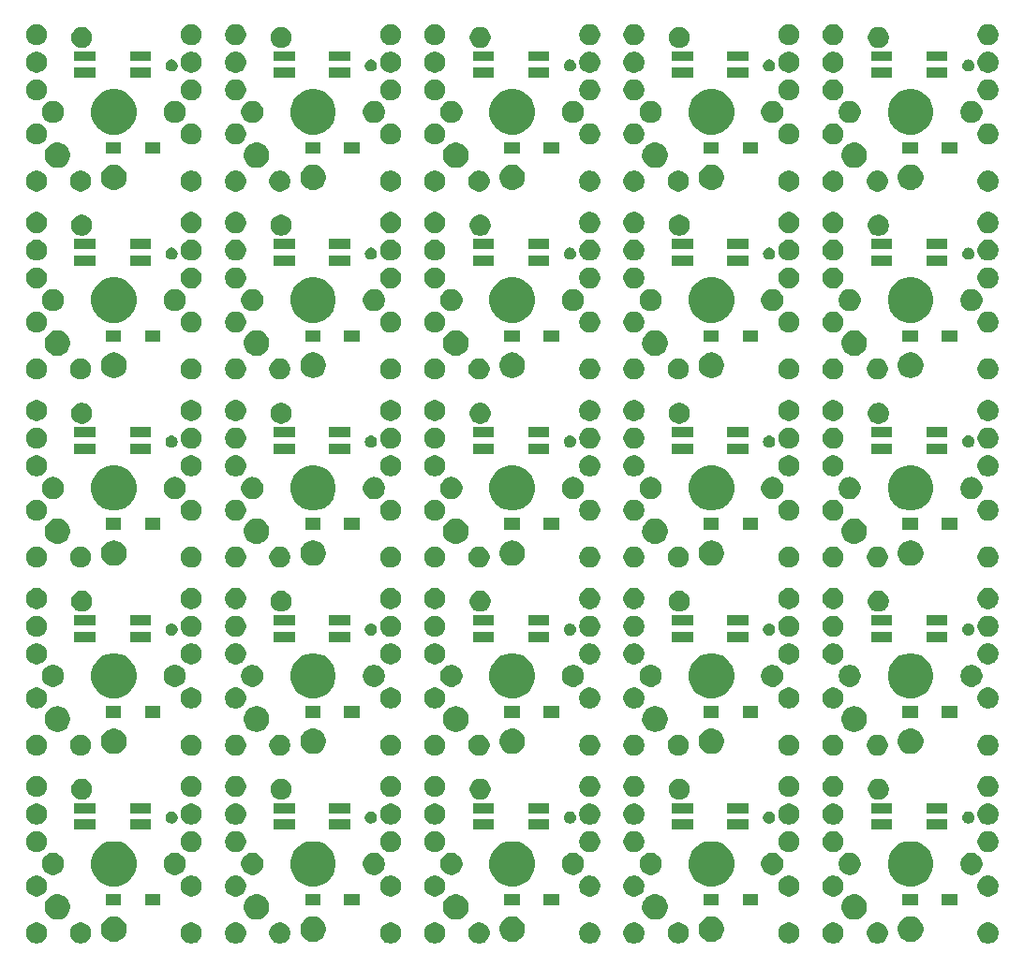
<source format=gbs>
G04 #@! TF.GenerationSoftware,KiCad,Pcbnew,5.1.5+dfsg1-2build2*
G04 #@! TF.CreationDate,2021-01-11T18:37:33+09:00*
G04 #@! TF.ProjectId,choc,63686f63-2e6b-4696-9361-645f70636258,rev?*
G04 #@! TF.SameCoordinates,Original*
G04 #@! TF.FileFunction,Soldermask,Bot*
G04 #@! TF.FilePolarity,Negative*
%FSLAX46Y46*%
G04 Gerber Fmt 4.6, Leading zero omitted, Abs format (unit mm)*
G04 Created by KiCad (PCBNEW 5.1.5+dfsg1-2build2) date 2021-01-11 18:37:33*
%MOMM*%
%LPD*%
G04 APERTURE LIST*
%ADD10C,0.265000*%
G04 APERTURE END LIST*
D10*
G36*
X153809395Y-108632546D02*
G01*
X153982466Y-108704234D01*
X153982467Y-108704235D01*
X154138227Y-108808310D01*
X154270690Y-108940773D01*
X154270691Y-108940775D01*
X154374766Y-109096534D01*
X154446454Y-109269605D01*
X154483000Y-109453333D01*
X154483000Y-109640667D01*
X154446454Y-109824395D01*
X154374766Y-109997466D01*
X154374765Y-109997467D01*
X154270690Y-110153227D01*
X154138227Y-110285690D01*
X154111171Y-110303768D01*
X153982466Y-110389766D01*
X153809395Y-110461454D01*
X153625667Y-110498000D01*
X153438333Y-110498000D01*
X153254605Y-110461454D01*
X153081534Y-110389766D01*
X152952829Y-110303768D01*
X152925773Y-110285690D01*
X152793310Y-110153227D01*
X152689235Y-109997467D01*
X152689234Y-109997466D01*
X152617546Y-109824395D01*
X152581000Y-109640667D01*
X152581000Y-109453333D01*
X152617546Y-109269605D01*
X152689234Y-109096534D01*
X152793309Y-108940775D01*
X152793310Y-108940773D01*
X152925773Y-108808310D01*
X153081533Y-108704235D01*
X153081534Y-108704234D01*
X153254605Y-108632546D01*
X153438333Y-108596000D01*
X153625667Y-108596000D01*
X153809395Y-108632546D01*
G37*
G36*
X121809395Y-108632546D02*
G01*
X121982466Y-108704234D01*
X121982467Y-108704235D01*
X122138227Y-108808310D01*
X122270690Y-108940773D01*
X122270691Y-108940775D01*
X122374766Y-109096534D01*
X122446454Y-109269605D01*
X122483000Y-109453333D01*
X122483000Y-109640667D01*
X122446454Y-109824395D01*
X122374766Y-109997466D01*
X122374765Y-109997467D01*
X122270690Y-110153227D01*
X122138227Y-110285690D01*
X122111171Y-110303768D01*
X121982466Y-110389766D01*
X121809395Y-110461454D01*
X121625667Y-110498000D01*
X121438333Y-110498000D01*
X121254605Y-110461454D01*
X121081534Y-110389766D01*
X120952829Y-110303768D01*
X120925773Y-110285690D01*
X120793310Y-110153227D01*
X120689235Y-109997467D01*
X120689234Y-109997466D01*
X120617546Y-109824395D01*
X120581000Y-109640667D01*
X120581000Y-109453333D01*
X120617546Y-109269605D01*
X120689234Y-109096534D01*
X120793309Y-108940775D01*
X120793310Y-108940773D01*
X120925773Y-108808310D01*
X121081533Y-108704235D01*
X121081534Y-108704234D01*
X121254605Y-108632546D01*
X121438333Y-108596000D01*
X121625667Y-108596000D01*
X121809395Y-108632546D01*
G37*
G36*
X89809395Y-108632546D02*
G01*
X89982466Y-108704234D01*
X89982467Y-108704235D01*
X90138227Y-108808310D01*
X90270690Y-108940773D01*
X90270691Y-108940775D01*
X90374766Y-109096534D01*
X90446454Y-109269605D01*
X90483000Y-109453333D01*
X90483000Y-109640667D01*
X90446454Y-109824395D01*
X90374766Y-109997466D01*
X90374765Y-109997467D01*
X90270690Y-110153227D01*
X90138227Y-110285690D01*
X90111171Y-110303768D01*
X89982466Y-110389766D01*
X89809395Y-110461454D01*
X89625667Y-110498000D01*
X89438333Y-110498000D01*
X89254605Y-110461454D01*
X89081534Y-110389766D01*
X88952829Y-110303768D01*
X88925773Y-110285690D01*
X88793310Y-110153227D01*
X88689235Y-109997467D01*
X88689234Y-109997466D01*
X88617546Y-109824395D01*
X88581000Y-109640667D01*
X88581000Y-109453333D01*
X88617546Y-109269605D01*
X88689234Y-109096534D01*
X88793309Y-108940775D01*
X88793310Y-108940773D01*
X88925773Y-108808310D01*
X89081533Y-108704235D01*
X89081534Y-108704234D01*
X89254605Y-108632546D01*
X89438333Y-108596000D01*
X89625667Y-108596000D01*
X89809395Y-108632546D01*
G37*
G36*
X107809395Y-108632546D02*
G01*
X107982466Y-108704234D01*
X107982467Y-108704235D01*
X108138227Y-108808310D01*
X108270690Y-108940773D01*
X108270691Y-108940775D01*
X108374766Y-109096534D01*
X108446454Y-109269605D01*
X108483000Y-109453333D01*
X108483000Y-109640667D01*
X108446454Y-109824395D01*
X108374766Y-109997466D01*
X108374765Y-109997467D01*
X108270690Y-110153227D01*
X108138227Y-110285690D01*
X108111171Y-110303768D01*
X107982466Y-110389766D01*
X107809395Y-110461454D01*
X107625667Y-110498000D01*
X107438333Y-110498000D01*
X107254605Y-110461454D01*
X107081534Y-110389766D01*
X106952829Y-110303768D01*
X106925773Y-110285690D01*
X106793310Y-110153227D01*
X106689235Y-109997467D01*
X106689234Y-109997466D01*
X106617546Y-109824395D01*
X106581000Y-109640667D01*
X106581000Y-109453333D01*
X106617546Y-109269605D01*
X106689234Y-109096534D01*
X106793309Y-108940775D01*
X106793310Y-108940773D01*
X106925773Y-108808310D01*
X107081533Y-108704235D01*
X107081534Y-108704234D01*
X107254605Y-108632546D01*
X107438333Y-108596000D01*
X107625667Y-108596000D01*
X107809395Y-108632546D01*
G37*
G36*
X125809395Y-108632546D02*
G01*
X125982466Y-108704234D01*
X125982467Y-108704235D01*
X126138227Y-108808310D01*
X126270690Y-108940773D01*
X126270691Y-108940775D01*
X126374766Y-109096534D01*
X126446454Y-109269605D01*
X126483000Y-109453333D01*
X126483000Y-109640667D01*
X126446454Y-109824395D01*
X126374766Y-109997466D01*
X126374765Y-109997467D01*
X126270690Y-110153227D01*
X126138227Y-110285690D01*
X126111171Y-110303768D01*
X125982466Y-110389766D01*
X125809395Y-110461454D01*
X125625667Y-110498000D01*
X125438333Y-110498000D01*
X125254605Y-110461454D01*
X125081534Y-110389766D01*
X124952829Y-110303768D01*
X124925773Y-110285690D01*
X124793310Y-110153227D01*
X124689235Y-109997467D01*
X124689234Y-109997466D01*
X124617546Y-109824395D01*
X124581000Y-109640667D01*
X124581000Y-109453333D01*
X124617546Y-109269605D01*
X124689234Y-109096534D01*
X124793309Y-108940775D01*
X124793310Y-108940773D01*
X124925773Y-108808310D01*
X125081533Y-108704235D01*
X125081534Y-108704234D01*
X125254605Y-108632546D01*
X125438333Y-108596000D01*
X125625667Y-108596000D01*
X125809395Y-108632546D01*
G37*
G36*
X67809395Y-108632546D02*
G01*
X67982466Y-108704234D01*
X67982467Y-108704235D01*
X68138227Y-108808310D01*
X68270690Y-108940773D01*
X68270691Y-108940775D01*
X68374766Y-109096534D01*
X68446454Y-109269605D01*
X68483000Y-109453333D01*
X68483000Y-109640667D01*
X68446454Y-109824395D01*
X68374766Y-109997466D01*
X68374765Y-109997467D01*
X68270690Y-110153227D01*
X68138227Y-110285690D01*
X68111171Y-110303768D01*
X67982466Y-110389766D01*
X67809395Y-110461454D01*
X67625667Y-110498000D01*
X67438333Y-110498000D01*
X67254605Y-110461454D01*
X67081534Y-110389766D01*
X66952829Y-110303768D01*
X66925773Y-110285690D01*
X66793310Y-110153227D01*
X66689235Y-109997467D01*
X66689234Y-109997466D01*
X66617546Y-109824395D01*
X66581000Y-109640667D01*
X66581000Y-109453333D01*
X66617546Y-109269605D01*
X66689234Y-109096534D01*
X66793309Y-108940775D01*
X66793310Y-108940773D01*
X66925773Y-108808310D01*
X67081533Y-108704235D01*
X67081534Y-108704234D01*
X67254605Y-108632546D01*
X67438333Y-108596000D01*
X67625667Y-108596000D01*
X67809395Y-108632546D01*
G37*
G36*
X85809395Y-108632546D02*
G01*
X85982466Y-108704234D01*
X85982467Y-108704235D01*
X86138227Y-108808310D01*
X86270690Y-108940773D01*
X86270691Y-108940775D01*
X86374766Y-109096534D01*
X86446454Y-109269605D01*
X86483000Y-109453333D01*
X86483000Y-109640667D01*
X86446454Y-109824395D01*
X86374766Y-109997466D01*
X86374765Y-109997467D01*
X86270690Y-110153227D01*
X86138227Y-110285690D01*
X86111171Y-110303768D01*
X85982466Y-110389766D01*
X85809395Y-110461454D01*
X85625667Y-110498000D01*
X85438333Y-110498000D01*
X85254605Y-110461454D01*
X85081534Y-110389766D01*
X84952829Y-110303768D01*
X84925773Y-110285690D01*
X84793310Y-110153227D01*
X84689235Y-109997467D01*
X84689234Y-109997466D01*
X84617546Y-109824395D01*
X84581000Y-109640667D01*
X84581000Y-109453333D01*
X84617546Y-109269605D01*
X84689234Y-109096534D01*
X84793309Y-108940775D01*
X84793310Y-108940773D01*
X84925773Y-108808310D01*
X85081533Y-108704235D01*
X85081534Y-108704234D01*
X85254605Y-108632546D01*
X85438333Y-108596000D01*
X85625667Y-108596000D01*
X85809395Y-108632546D01*
G37*
G36*
X103809395Y-108632546D02*
G01*
X103982466Y-108704234D01*
X103982467Y-108704235D01*
X104138227Y-108808310D01*
X104270690Y-108940773D01*
X104270691Y-108940775D01*
X104374766Y-109096534D01*
X104446454Y-109269605D01*
X104483000Y-109453333D01*
X104483000Y-109640667D01*
X104446454Y-109824395D01*
X104374766Y-109997466D01*
X104374765Y-109997467D01*
X104270690Y-110153227D01*
X104138227Y-110285690D01*
X104111171Y-110303768D01*
X103982466Y-110389766D01*
X103809395Y-110461454D01*
X103625667Y-110498000D01*
X103438333Y-110498000D01*
X103254605Y-110461454D01*
X103081534Y-110389766D01*
X102952829Y-110303768D01*
X102925773Y-110285690D01*
X102793310Y-110153227D01*
X102689235Y-109997467D01*
X102689234Y-109997466D01*
X102617546Y-109824395D01*
X102581000Y-109640667D01*
X102581000Y-109453333D01*
X102617546Y-109269605D01*
X102689234Y-109096534D01*
X102793309Y-108940775D01*
X102793310Y-108940773D01*
X102925773Y-108808310D01*
X103081533Y-108704235D01*
X103081534Y-108704234D01*
X103254605Y-108632546D01*
X103438333Y-108596000D01*
X103625667Y-108596000D01*
X103809395Y-108632546D01*
G37*
G36*
X143809395Y-108632546D02*
G01*
X143982466Y-108704234D01*
X143982467Y-108704235D01*
X144138227Y-108808310D01*
X144270690Y-108940773D01*
X144270691Y-108940775D01*
X144374766Y-109096534D01*
X144446454Y-109269605D01*
X144483000Y-109453333D01*
X144483000Y-109640667D01*
X144446454Y-109824395D01*
X144374766Y-109997466D01*
X144374765Y-109997467D01*
X144270690Y-110153227D01*
X144138227Y-110285690D01*
X144111171Y-110303768D01*
X143982466Y-110389766D01*
X143809395Y-110461454D01*
X143625667Y-110498000D01*
X143438333Y-110498000D01*
X143254605Y-110461454D01*
X143081534Y-110389766D01*
X142952829Y-110303768D01*
X142925773Y-110285690D01*
X142793310Y-110153227D01*
X142689235Y-109997467D01*
X142689234Y-109997466D01*
X142617546Y-109824395D01*
X142581000Y-109640667D01*
X142581000Y-109453333D01*
X142617546Y-109269605D01*
X142689234Y-109096534D01*
X142793309Y-108940775D01*
X142793310Y-108940773D01*
X142925773Y-108808310D01*
X143081533Y-108704235D01*
X143081534Y-108704234D01*
X143254605Y-108632546D01*
X143438333Y-108596000D01*
X143625667Y-108596000D01*
X143809395Y-108632546D01*
G37*
G36*
X139809395Y-108632546D02*
G01*
X139982466Y-108704234D01*
X139982467Y-108704235D01*
X140138227Y-108808310D01*
X140270690Y-108940773D01*
X140270691Y-108940775D01*
X140374766Y-109096534D01*
X140446454Y-109269605D01*
X140483000Y-109453333D01*
X140483000Y-109640667D01*
X140446454Y-109824395D01*
X140374766Y-109997466D01*
X140374765Y-109997467D01*
X140270690Y-110153227D01*
X140138227Y-110285690D01*
X140111171Y-110303768D01*
X139982466Y-110389766D01*
X139809395Y-110461454D01*
X139625667Y-110498000D01*
X139438333Y-110498000D01*
X139254605Y-110461454D01*
X139081534Y-110389766D01*
X138952829Y-110303768D01*
X138925773Y-110285690D01*
X138793310Y-110153227D01*
X138689235Y-109997467D01*
X138689234Y-109997466D01*
X138617546Y-109824395D01*
X138581000Y-109640667D01*
X138581000Y-109453333D01*
X138617546Y-109269605D01*
X138689234Y-109096534D01*
X138793309Y-108940775D01*
X138793310Y-108940773D01*
X138925773Y-108808310D01*
X139081533Y-108704235D01*
X139081534Y-108704234D01*
X139254605Y-108632546D01*
X139438333Y-108596000D01*
X139625667Y-108596000D01*
X139809395Y-108632546D01*
G37*
G36*
X81809395Y-108632546D02*
G01*
X81982466Y-108704234D01*
X81982467Y-108704235D01*
X82138227Y-108808310D01*
X82270690Y-108940773D01*
X82270691Y-108940775D01*
X82374766Y-109096534D01*
X82446454Y-109269605D01*
X82483000Y-109453333D01*
X82483000Y-109640667D01*
X82446454Y-109824395D01*
X82374766Y-109997466D01*
X82374765Y-109997467D01*
X82270690Y-110153227D01*
X82138227Y-110285690D01*
X82111171Y-110303768D01*
X81982466Y-110389766D01*
X81809395Y-110461454D01*
X81625667Y-110498000D01*
X81438333Y-110498000D01*
X81254605Y-110461454D01*
X81081534Y-110389766D01*
X80952829Y-110303768D01*
X80925773Y-110285690D01*
X80793310Y-110153227D01*
X80689235Y-109997467D01*
X80689234Y-109997466D01*
X80617546Y-109824395D01*
X80581000Y-109640667D01*
X80581000Y-109453333D01*
X80617546Y-109269605D01*
X80689234Y-109096534D01*
X80793309Y-108940775D01*
X80793310Y-108940773D01*
X80925773Y-108808310D01*
X81081533Y-108704235D01*
X81081534Y-108704234D01*
X81254605Y-108632546D01*
X81438333Y-108596000D01*
X81625667Y-108596000D01*
X81809395Y-108632546D01*
G37*
G36*
X99809395Y-108632546D02*
G01*
X99982466Y-108704234D01*
X99982467Y-108704235D01*
X100138227Y-108808310D01*
X100270690Y-108940773D01*
X100270691Y-108940775D01*
X100374766Y-109096534D01*
X100446454Y-109269605D01*
X100483000Y-109453333D01*
X100483000Y-109640667D01*
X100446454Y-109824395D01*
X100374766Y-109997466D01*
X100374765Y-109997467D01*
X100270690Y-110153227D01*
X100138227Y-110285690D01*
X100111171Y-110303768D01*
X99982466Y-110389766D01*
X99809395Y-110461454D01*
X99625667Y-110498000D01*
X99438333Y-110498000D01*
X99254605Y-110461454D01*
X99081534Y-110389766D01*
X98952829Y-110303768D01*
X98925773Y-110285690D01*
X98793310Y-110153227D01*
X98689235Y-109997467D01*
X98689234Y-109997466D01*
X98617546Y-109824395D01*
X98581000Y-109640667D01*
X98581000Y-109453333D01*
X98617546Y-109269605D01*
X98689234Y-109096534D01*
X98793309Y-108940775D01*
X98793310Y-108940773D01*
X98925773Y-108808310D01*
X99081533Y-108704235D01*
X99081534Y-108704234D01*
X99254605Y-108632546D01*
X99438333Y-108596000D01*
X99625667Y-108596000D01*
X99809395Y-108632546D01*
G37*
G36*
X117809395Y-108632546D02*
G01*
X117982466Y-108704234D01*
X117982467Y-108704235D01*
X118138227Y-108808310D01*
X118270690Y-108940773D01*
X118270691Y-108940775D01*
X118374766Y-109096534D01*
X118446454Y-109269605D01*
X118483000Y-109453333D01*
X118483000Y-109640667D01*
X118446454Y-109824395D01*
X118374766Y-109997466D01*
X118374765Y-109997467D01*
X118270690Y-110153227D01*
X118138227Y-110285690D01*
X118111171Y-110303768D01*
X117982466Y-110389766D01*
X117809395Y-110461454D01*
X117625667Y-110498000D01*
X117438333Y-110498000D01*
X117254605Y-110461454D01*
X117081534Y-110389766D01*
X116952829Y-110303768D01*
X116925773Y-110285690D01*
X116793310Y-110153227D01*
X116689235Y-109997467D01*
X116689234Y-109997466D01*
X116617546Y-109824395D01*
X116581000Y-109640667D01*
X116581000Y-109453333D01*
X116617546Y-109269605D01*
X116689234Y-109096534D01*
X116793309Y-108940775D01*
X116793310Y-108940773D01*
X116925773Y-108808310D01*
X117081533Y-108704235D01*
X117081534Y-108704234D01*
X117254605Y-108632546D01*
X117438333Y-108596000D01*
X117625667Y-108596000D01*
X117809395Y-108632546D01*
G37*
G36*
X135809395Y-108632546D02*
G01*
X135982466Y-108704234D01*
X135982467Y-108704235D01*
X136138227Y-108808310D01*
X136270690Y-108940773D01*
X136270691Y-108940775D01*
X136374766Y-109096534D01*
X136446454Y-109269605D01*
X136483000Y-109453333D01*
X136483000Y-109640667D01*
X136446454Y-109824395D01*
X136374766Y-109997466D01*
X136374765Y-109997467D01*
X136270690Y-110153227D01*
X136138227Y-110285690D01*
X136111171Y-110303768D01*
X135982466Y-110389766D01*
X135809395Y-110461454D01*
X135625667Y-110498000D01*
X135438333Y-110498000D01*
X135254605Y-110461454D01*
X135081534Y-110389766D01*
X134952829Y-110303768D01*
X134925773Y-110285690D01*
X134793310Y-110153227D01*
X134689235Y-109997467D01*
X134689234Y-109997466D01*
X134617546Y-109824395D01*
X134581000Y-109640667D01*
X134581000Y-109453333D01*
X134617546Y-109269605D01*
X134689234Y-109096534D01*
X134793309Y-108940775D01*
X134793310Y-108940773D01*
X134925773Y-108808310D01*
X135081533Y-108704235D01*
X135081534Y-108704234D01*
X135254605Y-108632546D01*
X135438333Y-108596000D01*
X135625667Y-108596000D01*
X135809395Y-108632546D01*
G37*
G36*
X71809395Y-108632546D02*
G01*
X71982466Y-108704234D01*
X71982467Y-108704235D01*
X72138227Y-108808310D01*
X72270690Y-108940773D01*
X72270691Y-108940775D01*
X72374766Y-109096534D01*
X72446454Y-109269605D01*
X72483000Y-109453333D01*
X72483000Y-109640667D01*
X72446454Y-109824395D01*
X72374766Y-109997466D01*
X72374765Y-109997467D01*
X72270690Y-110153227D01*
X72138227Y-110285690D01*
X72111171Y-110303768D01*
X71982466Y-110389766D01*
X71809395Y-110461454D01*
X71625667Y-110498000D01*
X71438333Y-110498000D01*
X71254605Y-110461454D01*
X71081534Y-110389766D01*
X70952829Y-110303768D01*
X70925773Y-110285690D01*
X70793310Y-110153227D01*
X70689235Y-109997467D01*
X70689234Y-109997466D01*
X70617546Y-109824395D01*
X70581000Y-109640667D01*
X70581000Y-109453333D01*
X70617546Y-109269605D01*
X70689234Y-109096534D01*
X70793309Y-108940775D01*
X70793310Y-108940773D01*
X70925773Y-108808310D01*
X71081533Y-108704235D01*
X71081534Y-108704234D01*
X71254605Y-108632546D01*
X71438333Y-108596000D01*
X71625667Y-108596000D01*
X71809395Y-108632546D01*
G37*
G36*
X128756549Y-108068116D02*
G01*
X128867734Y-108090232D01*
X129077203Y-108176997D01*
X129265720Y-108302960D01*
X129426040Y-108463280D01*
X129552003Y-108651797D01*
X129638768Y-108861266D01*
X129683000Y-109083636D01*
X129683000Y-109310364D01*
X129638768Y-109532734D01*
X129552003Y-109742203D01*
X129426040Y-109930720D01*
X129265720Y-110091040D01*
X129077203Y-110217003D01*
X128867734Y-110303768D01*
X128756549Y-110325884D01*
X128645365Y-110348000D01*
X128418635Y-110348000D01*
X128307451Y-110325884D01*
X128196266Y-110303768D01*
X127986797Y-110217003D01*
X127798280Y-110091040D01*
X127637960Y-109930720D01*
X127511997Y-109742203D01*
X127425232Y-109532734D01*
X127381000Y-109310364D01*
X127381000Y-109083636D01*
X127425232Y-108861266D01*
X127511997Y-108651797D01*
X127637960Y-108463280D01*
X127798280Y-108302960D01*
X127986797Y-108176997D01*
X128196266Y-108090232D01*
X128307451Y-108068116D01*
X128418635Y-108046000D01*
X128645365Y-108046000D01*
X128756549Y-108068116D01*
G37*
G36*
X146756549Y-108068116D02*
G01*
X146867734Y-108090232D01*
X147077203Y-108176997D01*
X147265720Y-108302960D01*
X147426040Y-108463280D01*
X147552003Y-108651797D01*
X147638768Y-108861266D01*
X147683000Y-109083636D01*
X147683000Y-109310364D01*
X147638768Y-109532734D01*
X147552003Y-109742203D01*
X147426040Y-109930720D01*
X147265720Y-110091040D01*
X147077203Y-110217003D01*
X146867734Y-110303768D01*
X146756549Y-110325884D01*
X146645365Y-110348000D01*
X146418635Y-110348000D01*
X146307451Y-110325884D01*
X146196266Y-110303768D01*
X145986797Y-110217003D01*
X145798280Y-110091040D01*
X145637960Y-109930720D01*
X145511997Y-109742203D01*
X145425232Y-109532734D01*
X145381000Y-109310364D01*
X145381000Y-109083636D01*
X145425232Y-108861266D01*
X145511997Y-108651797D01*
X145637960Y-108463280D01*
X145798280Y-108302960D01*
X145986797Y-108176997D01*
X146196266Y-108090232D01*
X146307451Y-108068116D01*
X146418635Y-108046000D01*
X146645365Y-108046000D01*
X146756549Y-108068116D01*
G37*
G36*
X74756549Y-108068116D02*
G01*
X74867734Y-108090232D01*
X75077203Y-108176997D01*
X75265720Y-108302960D01*
X75426040Y-108463280D01*
X75552003Y-108651797D01*
X75638768Y-108861266D01*
X75683000Y-109083636D01*
X75683000Y-109310364D01*
X75638768Y-109532734D01*
X75552003Y-109742203D01*
X75426040Y-109930720D01*
X75265720Y-110091040D01*
X75077203Y-110217003D01*
X74867734Y-110303768D01*
X74756549Y-110325884D01*
X74645365Y-110348000D01*
X74418635Y-110348000D01*
X74307451Y-110325884D01*
X74196266Y-110303768D01*
X73986797Y-110217003D01*
X73798280Y-110091040D01*
X73637960Y-109930720D01*
X73511997Y-109742203D01*
X73425232Y-109532734D01*
X73381000Y-109310364D01*
X73381000Y-109083636D01*
X73425232Y-108861266D01*
X73511997Y-108651797D01*
X73637960Y-108463280D01*
X73798280Y-108302960D01*
X73986797Y-108176997D01*
X74196266Y-108090232D01*
X74307451Y-108068116D01*
X74418635Y-108046000D01*
X74645365Y-108046000D01*
X74756549Y-108068116D01*
G37*
G36*
X92756549Y-108068116D02*
G01*
X92867734Y-108090232D01*
X93077203Y-108176997D01*
X93265720Y-108302960D01*
X93426040Y-108463280D01*
X93552003Y-108651797D01*
X93638768Y-108861266D01*
X93683000Y-109083636D01*
X93683000Y-109310364D01*
X93638768Y-109532734D01*
X93552003Y-109742203D01*
X93426040Y-109930720D01*
X93265720Y-110091040D01*
X93077203Y-110217003D01*
X92867734Y-110303768D01*
X92756549Y-110325884D01*
X92645365Y-110348000D01*
X92418635Y-110348000D01*
X92307451Y-110325884D01*
X92196266Y-110303768D01*
X91986797Y-110217003D01*
X91798280Y-110091040D01*
X91637960Y-109930720D01*
X91511997Y-109742203D01*
X91425232Y-109532734D01*
X91381000Y-109310364D01*
X91381000Y-109083636D01*
X91425232Y-108861266D01*
X91511997Y-108651797D01*
X91637960Y-108463280D01*
X91798280Y-108302960D01*
X91986797Y-108176997D01*
X92196266Y-108090232D01*
X92307451Y-108068116D01*
X92418635Y-108046000D01*
X92645365Y-108046000D01*
X92756549Y-108068116D01*
G37*
G36*
X110756549Y-108068116D02*
G01*
X110867734Y-108090232D01*
X111077203Y-108176997D01*
X111265720Y-108302960D01*
X111426040Y-108463280D01*
X111552003Y-108651797D01*
X111638768Y-108861266D01*
X111683000Y-109083636D01*
X111683000Y-109310364D01*
X111638768Y-109532734D01*
X111552003Y-109742203D01*
X111426040Y-109930720D01*
X111265720Y-110091040D01*
X111077203Y-110217003D01*
X110867734Y-110303768D01*
X110756549Y-110325884D01*
X110645365Y-110348000D01*
X110418635Y-110348000D01*
X110307451Y-110325884D01*
X110196266Y-110303768D01*
X109986797Y-110217003D01*
X109798280Y-110091040D01*
X109637960Y-109930720D01*
X109511997Y-109742203D01*
X109425232Y-109532734D01*
X109381000Y-109310364D01*
X109381000Y-109083636D01*
X109425232Y-108861266D01*
X109511997Y-108651797D01*
X109637960Y-108463280D01*
X109798280Y-108302960D01*
X109986797Y-108176997D01*
X110196266Y-108090232D01*
X110307451Y-108068116D01*
X110418635Y-108046000D01*
X110645365Y-108046000D01*
X110756549Y-108068116D01*
G37*
G36*
X87656549Y-106068116D02*
G01*
X87767734Y-106090232D01*
X87977203Y-106176997D01*
X88165720Y-106302960D01*
X88326040Y-106463280D01*
X88452003Y-106651797D01*
X88452004Y-106651799D01*
X88538768Y-106861267D01*
X88580885Y-107073000D01*
X88583000Y-107083636D01*
X88583000Y-107310364D01*
X88538768Y-107532734D01*
X88452003Y-107742203D01*
X88326040Y-107930720D01*
X88165720Y-108091040D01*
X87977203Y-108217003D01*
X87767734Y-108303768D01*
X87656549Y-108325884D01*
X87545365Y-108348000D01*
X87318635Y-108348000D01*
X87207451Y-108325884D01*
X87096266Y-108303768D01*
X86886797Y-108217003D01*
X86698280Y-108091040D01*
X86537960Y-107930720D01*
X86411997Y-107742203D01*
X86325232Y-107532734D01*
X86281000Y-107310364D01*
X86281000Y-107083636D01*
X86283116Y-107073000D01*
X86325232Y-106861267D01*
X86411996Y-106651799D01*
X86411997Y-106651797D01*
X86537960Y-106463280D01*
X86698280Y-106302960D01*
X86886797Y-106176997D01*
X87096266Y-106090232D01*
X87207451Y-106068116D01*
X87318635Y-106046000D01*
X87545365Y-106046000D01*
X87656549Y-106068116D01*
G37*
G36*
X141656549Y-106068116D02*
G01*
X141767734Y-106090232D01*
X141977203Y-106176997D01*
X142165720Y-106302960D01*
X142326040Y-106463280D01*
X142452003Y-106651797D01*
X142452004Y-106651799D01*
X142538768Y-106861267D01*
X142580885Y-107073000D01*
X142583000Y-107083636D01*
X142583000Y-107310364D01*
X142538768Y-107532734D01*
X142452003Y-107742203D01*
X142326040Y-107930720D01*
X142165720Y-108091040D01*
X141977203Y-108217003D01*
X141767734Y-108303768D01*
X141656549Y-108325884D01*
X141545365Y-108348000D01*
X141318635Y-108348000D01*
X141207451Y-108325884D01*
X141096266Y-108303768D01*
X140886797Y-108217003D01*
X140698280Y-108091040D01*
X140537960Y-107930720D01*
X140411997Y-107742203D01*
X140325232Y-107532734D01*
X140281000Y-107310364D01*
X140281000Y-107083636D01*
X140283116Y-107073000D01*
X140325232Y-106861267D01*
X140411996Y-106651799D01*
X140411997Y-106651797D01*
X140537960Y-106463280D01*
X140698280Y-106302960D01*
X140886797Y-106176997D01*
X141096266Y-106090232D01*
X141207451Y-106068116D01*
X141318635Y-106046000D01*
X141545365Y-106046000D01*
X141656549Y-106068116D01*
G37*
G36*
X69656549Y-106068116D02*
G01*
X69767734Y-106090232D01*
X69977203Y-106176997D01*
X70165720Y-106302960D01*
X70326040Y-106463280D01*
X70452003Y-106651797D01*
X70452004Y-106651799D01*
X70538768Y-106861267D01*
X70580885Y-107073000D01*
X70583000Y-107083636D01*
X70583000Y-107310364D01*
X70538768Y-107532734D01*
X70452003Y-107742203D01*
X70326040Y-107930720D01*
X70165720Y-108091040D01*
X69977203Y-108217003D01*
X69767734Y-108303768D01*
X69656549Y-108325884D01*
X69545365Y-108348000D01*
X69318635Y-108348000D01*
X69207451Y-108325884D01*
X69096266Y-108303768D01*
X68886797Y-108217003D01*
X68698280Y-108091040D01*
X68537960Y-107930720D01*
X68411997Y-107742203D01*
X68325232Y-107532734D01*
X68281000Y-107310364D01*
X68281000Y-107083636D01*
X68283116Y-107073000D01*
X68325232Y-106861267D01*
X68411996Y-106651799D01*
X68411997Y-106651797D01*
X68537960Y-106463280D01*
X68698280Y-106302960D01*
X68886797Y-106176997D01*
X69096266Y-106090232D01*
X69207451Y-106068116D01*
X69318635Y-106046000D01*
X69545365Y-106046000D01*
X69656549Y-106068116D01*
G37*
G36*
X105656549Y-106068116D02*
G01*
X105767734Y-106090232D01*
X105977203Y-106176997D01*
X106165720Y-106302960D01*
X106326040Y-106463280D01*
X106452003Y-106651797D01*
X106452004Y-106651799D01*
X106538768Y-106861267D01*
X106580885Y-107073000D01*
X106583000Y-107083636D01*
X106583000Y-107310364D01*
X106538768Y-107532734D01*
X106452003Y-107742203D01*
X106326040Y-107930720D01*
X106165720Y-108091040D01*
X105977203Y-108217003D01*
X105767734Y-108303768D01*
X105656549Y-108325884D01*
X105545365Y-108348000D01*
X105318635Y-108348000D01*
X105207451Y-108325884D01*
X105096266Y-108303768D01*
X104886797Y-108217003D01*
X104698280Y-108091040D01*
X104537960Y-107930720D01*
X104411997Y-107742203D01*
X104325232Y-107532734D01*
X104281000Y-107310364D01*
X104281000Y-107083636D01*
X104283116Y-107073000D01*
X104325232Y-106861267D01*
X104411996Y-106651799D01*
X104411997Y-106651797D01*
X104537960Y-106463280D01*
X104698280Y-106302960D01*
X104886797Y-106176997D01*
X105096266Y-106090232D01*
X105207451Y-106068116D01*
X105318635Y-106046000D01*
X105545365Y-106046000D01*
X105656549Y-106068116D01*
G37*
G36*
X123656549Y-106068116D02*
G01*
X123767734Y-106090232D01*
X123977203Y-106176997D01*
X124165720Y-106302960D01*
X124326040Y-106463280D01*
X124452003Y-106651797D01*
X124452004Y-106651799D01*
X124538768Y-106861267D01*
X124580885Y-107073000D01*
X124583000Y-107083636D01*
X124583000Y-107310364D01*
X124538768Y-107532734D01*
X124452003Y-107742203D01*
X124326040Y-107930720D01*
X124165720Y-108091040D01*
X123977203Y-108217003D01*
X123767734Y-108303768D01*
X123656549Y-108325884D01*
X123545365Y-108348000D01*
X123318635Y-108348000D01*
X123207451Y-108325884D01*
X123096266Y-108303768D01*
X122886797Y-108217003D01*
X122698280Y-108091040D01*
X122537960Y-107930720D01*
X122411997Y-107742203D01*
X122325232Y-107532734D01*
X122281000Y-107310364D01*
X122281000Y-107083636D01*
X122283116Y-107073000D01*
X122325232Y-106861267D01*
X122411996Y-106651799D01*
X122411997Y-106651797D01*
X122537960Y-106463280D01*
X122698280Y-106302960D01*
X122886797Y-106176997D01*
X123096266Y-106090232D01*
X123207451Y-106068116D01*
X123318635Y-106046000D01*
X123545365Y-106046000D01*
X123656549Y-106068116D01*
G37*
G36*
X78758000Y-107073000D02*
G01*
X77356000Y-107073000D01*
X77356000Y-106021000D01*
X78758000Y-106021000D01*
X78758000Y-107073000D01*
G37*
G36*
X147208000Y-107073000D02*
G01*
X145806000Y-107073000D01*
X145806000Y-106021000D01*
X147208000Y-106021000D01*
X147208000Y-107073000D01*
G37*
G36*
X132758000Y-107073000D02*
G01*
X131356000Y-107073000D01*
X131356000Y-106021000D01*
X132758000Y-106021000D01*
X132758000Y-107073000D01*
G37*
G36*
X75208000Y-107073000D02*
G01*
X73806000Y-107073000D01*
X73806000Y-106021000D01*
X75208000Y-106021000D01*
X75208000Y-107073000D01*
G37*
G36*
X93208000Y-107073000D02*
G01*
X91806000Y-107073000D01*
X91806000Y-106021000D01*
X93208000Y-106021000D01*
X93208000Y-107073000D01*
G37*
G36*
X96758000Y-107073000D02*
G01*
X95356000Y-107073000D01*
X95356000Y-106021000D01*
X96758000Y-106021000D01*
X96758000Y-107073000D01*
G37*
G36*
X114758000Y-107073000D02*
G01*
X113356000Y-107073000D01*
X113356000Y-106021000D01*
X114758000Y-106021000D01*
X114758000Y-107073000D01*
G37*
G36*
X129208000Y-107073000D02*
G01*
X127806000Y-107073000D01*
X127806000Y-106021000D01*
X129208000Y-106021000D01*
X129208000Y-107073000D01*
G37*
G36*
X150758000Y-107073000D02*
G01*
X149356000Y-107073000D01*
X149356000Y-106021000D01*
X150758000Y-106021000D01*
X150758000Y-107073000D01*
G37*
G36*
X111208000Y-107073000D02*
G01*
X109806000Y-107073000D01*
X109806000Y-106021000D01*
X111208000Y-106021000D01*
X111208000Y-107073000D01*
G37*
G36*
X103809395Y-104382546D02*
G01*
X103982466Y-104454234D01*
X103982467Y-104454235D01*
X104138227Y-104558310D01*
X104270690Y-104690773D01*
X104270691Y-104690775D01*
X104374766Y-104846534D01*
X104446454Y-105019605D01*
X104483000Y-105203333D01*
X104483000Y-105390667D01*
X104446454Y-105574395D01*
X104374766Y-105747466D01*
X104374765Y-105747467D01*
X104270690Y-105903227D01*
X104138227Y-106035690D01*
X104122797Y-106046000D01*
X103982466Y-106139766D01*
X103809395Y-106211454D01*
X103625667Y-106248000D01*
X103438333Y-106248000D01*
X103254605Y-106211454D01*
X103081534Y-106139766D01*
X102941203Y-106046000D01*
X102925773Y-106035690D01*
X102793310Y-105903227D01*
X102689235Y-105747467D01*
X102689234Y-105747466D01*
X102617546Y-105574395D01*
X102581000Y-105390667D01*
X102581000Y-105203333D01*
X102617546Y-105019605D01*
X102689234Y-104846534D01*
X102793309Y-104690775D01*
X102793310Y-104690773D01*
X102925773Y-104558310D01*
X103081533Y-104454235D01*
X103081534Y-104454234D01*
X103254605Y-104382546D01*
X103438333Y-104346000D01*
X103625667Y-104346000D01*
X103809395Y-104382546D01*
G37*
G36*
X81809395Y-104382546D02*
G01*
X81982466Y-104454234D01*
X81982467Y-104454235D01*
X82138227Y-104558310D01*
X82270690Y-104690773D01*
X82270691Y-104690775D01*
X82374766Y-104846534D01*
X82446454Y-105019605D01*
X82483000Y-105203333D01*
X82483000Y-105390667D01*
X82446454Y-105574395D01*
X82374766Y-105747466D01*
X82374765Y-105747467D01*
X82270690Y-105903227D01*
X82138227Y-106035690D01*
X82122797Y-106046000D01*
X81982466Y-106139766D01*
X81809395Y-106211454D01*
X81625667Y-106248000D01*
X81438333Y-106248000D01*
X81254605Y-106211454D01*
X81081534Y-106139766D01*
X80941203Y-106046000D01*
X80925773Y-106035690D01*
X80793310Y-105903227D01*
X80689235Y-105747467D01*
X80689234Y-105747466D01*
X80617546Y-105574395D01*
X80581000Y-105390667D01*
X80581000Y-105203333D01*
X80617546Y-105019605D01*
X80689234Y-104846534D01*
X80793309Y-104690775D01*
X80793310Y-104690773D01*
X80925773Y-104558310D01*
X81081533Y-104454235D01*
X81081534Y-104454234D01*
X81254605Y-104382546D01*
X81438333Y-104346000D01*
X81625667Y-104346000D01*
X81809395Y-104382546D01*
G37*
G36*
X99809395Y-104382546D02*
G01*
X99982466Y-104454234D01*
X99982467Y-104454235D01*
X100138227Y-104558310D01*
X100270690Y-104690773D01*
X100270691Y-104690775D01*
X100374766Y-104846534D01*
X100446454Y-105019605D01*
X100483000Y-105203333D01*
X100483000Y-105390667D01*
X100446454Y-105574395D01*
X100374766Y-105747466D01*
X100374765Y-105747467D01*
X100270690Y-105903227D01*
X100138227Y-106035690D01*
X100122797Y-106046000D01*
X99982466Y-106139766D01*
X99809395Y-106211454D01*
X99625667Y-106248000D01*
X99438333Y-106248000D01*
X99254605Y-106211454D01*
X99081534Y-106139766D01*
X98941203Y-106046000D01*
X98925773Y-106035690D01*
X98793310Y-105903227D01*
X98689235Y-105747467D01*
X98689234Y-105747466D01*
X98617546Y-105574395D01*
X98581000Y-105390667D01*
X98581000Y-105203333D01*
X98617546Y-105019605D01*
X98689234Y-104846534D01*
X98793309Y-104690775D01*
X98793310Y-104690773D01*
X98925773Y-104558310D01*
X99081533Y-104454235D01*
X99081534Y-104454234D01*
X99254605Y-104382546D01*
X99438333Y-104346000D01*
X99625667Y-104346000D01*
X99809395Y-104382546D01*
G37*
G36*
X117809395Y-104382546D02*
G01*
X117982466Y-104454234D01*
X117982467Y-104454235D01*
X118138227Y-104558310D01*
X118270690Y-104690773D01*
X118270691Y-104690775D01*
X118374766Y-104846534D01*
X118446454Y-105019605D01*
X118483000Y-105203333D01*
X118483000Y-105390667D01*
X118446454Y-105574395D01*
X118374766Y-105747466D01*
X118374765Y-105747467D01*
X118270690Y-105903227D01*
X118138227Y-106035690D01*
X118122797Y-106046000D01*
X117982466Y-106139766D01*
X117809395Y-106211454D01*
X117625667Y-106248000D01*
X117438333Y-106248000D01*
X117254605Y-106211454D01*
X117081534Y-106139766D01*
X116941203Y-106046000D01*
X116925773Y-106035690D01*
X116793310Y-105903227D01*
X116689235Y-105747467D01*
X116689234Y-105747466D01*
X116617546Y-105574395D01*
X116581000Y-105390667D01*
X116581000Y-105203333D01*
X116617546Y-105019605D01*
X116689234Y-104846534D01*
X116793309Y-104690775D01*
X116793310Y-104690773D01*
X116925773Y-104558310D01*
X117081533Y-104454235D01*
X117081534Y-104454234D01*
X117254605Y-104382546D01*
X117438333Y-104346000D01*
X117625667Y-104346000D01*
X117809395Y-104382546D01*
G37*
G36*
X135809395Y-104382546D02*
G01*
X135982466Y-104454234D01*
X135982467Y-104454235D01*
X136138227Y-104558310D01*
X136270690Y-104690773D01*
X136270691Y-104690775D01*
X136374766Y-104846534D01*
X136446454Y-105019605D01*
X136483000Y-105203333D01*
X136483000Y-105390667D01*
X136446454Y-105574395D01*
X136374766Y-105747466D01*
X136374765Y-105747467D01*
X136270690Y-105903227D01*
X136138227Y-106035690D01*
X136122797Y-106046000D01*
X135982466Y-106139766D01*
X135809395Y-106211454D01*
X135625667Y-106248000D01*
X135438333Y-106248000D01*
X135254605Y-106211454D01*
X135081534Y-106139766D01*
X134941203Y-106046000D01*
X134925773Y-106035690D01*
X134793310Y-105903227D01*
X134689235Y-105747467D01*
X134689234Y-105747466D01*
X134617546Y-105574395D01*
X134581000Y-105390667D01*
X134581000Y-105203333D01*
X134617546Y-105019605D01*
X134689234Y-104846534D01*
X134793309Y-104690775D01*
X134793310Y-104690773D01*
X134925773Y-104558310D01*
X135081533Y-104454235D01*
X135081534Y-104454234D01*
X135254605Y-104382546D01*
X135438333Y-104346000D01*
X135625667Y-104346000D01*
X135809395Y-104382546D01*
G37*
G36*
X139809395Y-104382546D02*
G01*
X139982466Y-104454234D01*
X139982467Y-104454235D01*
X140138227Y-104558310D01*
X140270690Y-104690773D01*
X140270691Y-104690775D01*
X140374766Y-104846534D01*
X140446454Y-105019605D01*
X140483000Y-105203333D01*
X140483000Y-105390667D01*
X140446454Y-105574395D01*
X140374766Y-105747466D01*
X140374765Y-105747467D01*
X140270690Y-105903227D01*
X140138227Y-106035690D01*
X140122797Y-106046000D01*
X139982466Y-106139766D01*
X139809395Y-106211454D01*
X139625667Y-106248000D01*
X139438333Y-106248000D01*
X139254605Y-106211454D01*
X139081534Y-106139766D01*
X138941203Y-106046000D01*
X138925773Y-106035690D01*
X138793310Y-105903227D01*
X138689235Y-105747467D01*
X138689234Y-105747466D01*
X138617546Y-105574395D01*
X138581000Y-105390667D01*
X138581000Y-105203333D01*
X138617546Y-105019605D01*
X138689234Y-104846534D01*
X138793309Y-104690775D01*
X138793310Y-104690773D01*
X138925773Y-104558310D01*
X139081533Y-104454235D01*
X139081534Y-104454234D01*
X139254605Y-104382546D01*
X139438333Y-104346000D01*
X139625667Y-104346000D01*
X139809395Y-104382546D01*
G37*
G36*
X121809395Y-104382546D02*
G01*
X121982466Y-104454234D01*
X121982467Y-104454235D01*
X122138227Y-104558310D01*
X122270690Y-104690773D01*
X122270691Y-104690775D01*
X122374766Y-104846534D01*
X122446454Y-105019605D01*
X122483000Y-105203333D01*
X122483000Y-105390667D01*
X122446454Y-105574395D01*
X122374766Y-105747466D01*
X122374765Y-105747467D01*
X122270690Y-105903227D01*
X122138227Y-106035690D01*
X122122797Y-106046000D01*
X121982466Y-106139766D01*
X121809395Y-106211454D01*
X121625667Y-106248000D01*
X121438333Y-106248000D01*
X121254605Y-106211454D01*
X121081534Y-106139766D01*
X120941203Y-106046000D01*
X120925773Y-106035690D01*
X120793310Y-105903227D01*
X120689235Y-105747467D01*
X120689234Y-105747466D01*
X120617546Y-105574395D01*
X120581000Y-105390667D01*
X120581000Y-105203333D01*
X120617546Y-105019605D01*
X120689234Y-104846534D01*
X120793309Y-104690775D01*
X120793310Y-104690773D01*
X120925773Y-104558310D01*
X121081533Y-104454235D01*
X121081534Y-104454234D01*
X121254605Y-104382546D01*
X121438333Y-104346000D01*
X121625667Y-104346000D01*
X121809395Y-104382546D01*
G37*
G36*
X85809395Y-104382546D02*
G01*
X85982466Y-104454234D01*
X85982467Y-104454235D01*
X86138227Y-104558310D01*
X86270690Y-104690773D01*
X86270691Y-104690775D01*
X86374766Y-104846534D01*
X86446454Y-105019605D01*
X86483000Y-105203333D01*
X86483000Y-105390667D01*
X86446454Y-105574395D01*
X86374766Y-105747466D01*
X86374765Y-105747467D01*
X86270690Y-105903227D01*
X86138227Y-106035690D01*
X86122797Y-106046000D01*
X85982466Y-106139766D01*
X85809395Y-106211454D01*
X85625667Y-106248000D01*
X85438333Y-106248000D01*
X85254605Y-106211454D01*
X85081534Y-106139766D01*
X84941203Y-106046000D01*
X84925773Y-106035690D01*
X84793310Y-105903227D01*
X84689235Y-105747467D01*
X84689234Y-105747466D01*
X84617546Y-105574395D01*
X84581000Y-105390667D01*
X84581000Y-105203333D01*
X84617546Y-105019605D01*
X84689234Y-104846534D01*
X84793309Y-104690775D01*
X84793310Y-104690773D01*
X84925773Y-104558310D01*
X85081533Y-104454235D01*
X85081534Y-104454234D01*
X85254605Y-104382546D01*
X85438333Y-104346000D01*
X85625667Y-104346000D01*
X85809395Y-104382546D01*
G37*
G36*
X67809395Y-104382546D02*
G01*
X67982466Y-104454234D01*
X67982467Y-104454235D01*
X68138227Y-104558310D01*
X68270690Y-104690773D01*
X68270691Y-104690775D01*
X68374766Y-104846534D01*
X68446454Y-105019605D01*
X68483000Y-105203333D01*
X68483000Y-105390667D01*
X68446454Y-105574395D01*
X68374766Y-105747466D01*
X68374765Y-105747467D01*
X68270690Y-105903227D01*
X68138227Y-106035690D01*
X68122797Y-106046000D01*
X67982466Y-106139766D01*
X67809395Y-106211454D01*
X67625667Y-106248000D01*
X67438333Y-106248000D01*
X67254605Y-106211454D01*
X67081534Y-106139766D01*
X66941203Y-106046000D01*
X66925773Y-106035690D01*
X66793310Y-105903227D01*
X66689235Y-105747467D01*
X66689234Y-105747466D01*
X66617546Y-105574395D01*
X66581000Y-105390667D01*
X66581000Y-105203333D01*
X66617546Y-105019605D01*
X66689234Y-104846534D01*
X66793309Y-104690775D01*
X66793310Y-104690773D01*
X66925773Y-104558310D01*
X67081533Y-104454235D01*
X67081534Y-104454234D01*
X67254605Y-104382546D01*
X67438333Y-104346000D01*
X67625667Y-104346000D01*
X67809395Y-104382546D01*
G37*
G36*
X153809395Y-104382546D02*
G01*
X153982466Y-104454234D01*
X153982467Y-104454235D01*
X154138227Y-104558310D01*
X154270690Y-104690773D01*
X154270691Y-104690775D01*
X154374766Y-104846534D01*
X154446454Y-105019605D01*
X154483000Y-105203333D01*
X154483000Y-105390667D01*
X154446454Y-105574395D01*
X154374766Y-105747466D01*
X154374765Y-105747467D01*
X154270690Y-105903227D01*
X154138227Y-106035690D01*
X154122797Y-106046000D01*
X153982466Y-106139766D01*
X153809395Y-106211454D01*
X153625667Y-106248000D01*
X153438333Y-106248000D01*
X153254605Y-106211454D01*
X153081534Y-106139766D01*
X152941203Y-106046000D01*
X152925773Y-106035690D01*
X152793310Y-105903227D01*
X152689235Y-105747467D01*
X152689234Y-105747466D01*
X152617546Y-105574395D01*
X152581000Y-105390667D01*
X152581000Y-105203333D01*
X152617546Y-105019605D01*
X152689234Y-104846534D01*
X152793309Y-104690775D01*
X152793310Y-104690773D01*
X152925773Y-104558310D01*
X153081533Y-104454235D01*
X153081534Y-104454234D01*
X153254605Y-104382546D01*
X153438333Y-104346000D01*
X153625667Y-104346000D01*
X153809395Y-104382546D01*
G37*
G36*
X129130254Y-101324818D02*
G01*
X129503511Y-101479426D01*
X129503513Y-101479427D01*
X129839436Y-101703884D01*
X130125116Y-101989564D01*
X130297798Y-102248000D01*
X130349574Y-102325489D01*
X130504182Y-102698746D01*
X130583000Y-103094993D01*
X130583000Y-103499007D01*
X130504182Y-103895254D01*
X130353293Y-104259532D01*
X130349573Y-104268513D01*
X130125116Y-104604436D01*
X129839436Y-104890116D01*
X129503513Y-105114573D01*
X129503512Y-105114574D01*
X129503511Y-105114574D01*
X129130254Y-105269182D01*
X128734007Y-105348000D01*
X128329993Y-105348000D01*
X127933746Y-105269182D01*
X127560489Y-105114574D01*
X127560488Y-105114574D01*
X127560487Y-105114573D01*
X127224564Y-104890116D01*
X126938884Y-104604436D01*
X126714427Y-104268513D01*
X126710707Y-104259532D01*
X126559818Y-103895254D01*
X126481000Y-103499007D01*
X126481000Y-103094993D01*
X126559818Y-102698746D01*
X126714426Y-102325489D01*
X126766203Y-102248000D01*
X126938884Y-101989564D01*
X127224564Y-101703884D01*
X127560487Y-101479427D01*
X127560489Y-101479426D01*
X127933746Y-101324818D01*
X128329993Y-101246000D01*
X128734007Y-101246000D01*
X129130254Y-101324818D01*
G37*
G36*
X111130254Y-101324818D02*
G01*
X111503511Y-101479426D01*
X111503513Y-101479427D01*
X111839436Y-101703884D01*
X112125116Y-101989564D01*
X112297798Y-102248000D01*
X112349574Y-102325489D01*
X112504182Y-102698746D01*
X112583000Y-103094993D01*
X112583000Y-103499007D01*
X112504182Y-103895254D01*
X112353293Y-104259532D01*
X112349573Y-104268513D01*
X112125116Y-104604436D01*
X111839436Y-104890116D01*
X111503513Y-105114573D01*
X111503512Y-105114574D01*
X111503511Y-105114574D01*
X111130254Y-105269182D01*
X110734007Y-105348000D01*
X110329993Y-105348000D01*
X109933746Y-105269182D01*
X109560489Y-105114574D01*
X109560488Y-105114574D01*
X109560487Y-105114573D01*
X109224564Y-104890116D01*
X108938884Y-104604436D01*
X108714427Y-104268513D01*
X108710707Y-104259532D01*
X108559818Y-103895254D01*
X108481000Y-103499007D01*
X108481000Y-103094993D01*
X108559818Y-102698746D01*
X108714426Y-102325489D01*
X108766203Y-102248000D01*
X108938884Y-101989564D01*
X109224564Y-101703884D01*
X109560487Y-101479427D01*
X109560489Y-101479426D01*
X109933746Y-101324818D01*
X110329993Y-101246000D01*
X110734007Y-101246000D01*
X111130254Y-101324818D01*
G37*
G36*
X93130254Y-101324818D02*
G01*
X93503511Y-101479426D01*
X93503513Y-101479427D01*
X93839436Y-101703884D01*
X94125116Y-101989564D01*
X94297798Y-102248000D01*
X94349574Y-102325489D01*
X94504182Y-102698746D01*
X94583000Y-103094993D01*
X94583000Y-103499007D01*
X94504182Y-103895254D01*
X94353293Y-104259532D01*
X94349573Y-104268513D01*
X94125116Y-104604436D01*
X93839436Y-104890116D01*
X93503513Y-105114573D01*
X93503512Y-105114574D01*
X93503511Y-105114574D01*
X93130254Y-105269182D01*
X92734007Y-105348000D01*
X92329993Y-105348000D01*
X91933746Y-105269182D01*
X91560489Y-105114574D01*
X91560488Y-105114574D01*
X91560487Y-105114573D01*
X91224564Y-104890116D01*
X90938884Y-104604436D01*
X90714427Y-104268513D01*
X90710707Y-104259532D01*
X90559818Y-103895254D01*
X90481000Y-103499007D01*
X90481000Y-103094993D01*
X90559818Y-102698746D01*
X90714426Y-102325489D01*
X90766203Y-102248000D01*
X90938884Y-101989564D01*
X91224564Y-101703884D01*
X91560487Y-101479427D01*
X91560489Y-101479426D01*
X91933746Y-101324818D01*
X92329993Y-101246000D01*
X92734007Y-101246000D01*
X93130254Y-101324818D01*
G37*
G36*
X75130254Y-101324818D02*
G01*
X75503511Y-101479426D01*
X75503513Y-101479427D01*
X75839436Y-101703884D01*
X76125116Y-101989564D01*
X76297798Y-102248000D01*
X76349574Y-102325489D01*
X76504182Y-102698746D01*
X76583000Y-103094993D01*
X76583000Y-103499007D01*
X76504182Y-103895254D01*
X76353293Y-104259532D01*
X76349573Y-104268513D01*
X76125116Y-104604436D01*
X75839436Y-104890116D01*
X75503513Y-105114573D01*
X75503512Y-105114574D01*
X75503511Y-105114574D01*
X75130254Y-105269182D01*
X74734007Y-105348000D01*
X74329993Y-105348000D01*
X73933746Y-105269182D01*
X73560489Y-105114574D01*
X73560488Y-105114574D01*
X73560487Y-105114573D01*
X73224564Y-104890116D01*
X72938884Y-104604436D01*
X72714427Y-104268513D01*
X72710707Y-104259532D01*
X72559818Y-103895254D01*
X72481000Y-103499007D01*
X72481000Y-103094993D01*
X72559818Y-102698746D01*
X72714426Y-102325489D01*
X72766203Y-102248000D01*
X72938884Y-101989564D01*
X73224564Y-101703884D01*
X73560487Y-101479427D01*
X73560489Y-101479426D01*
X73933746Y-101324818D01*
X74329993Y-101246000D01*
X74734007Y-101246000D01*
X75130254Y-101324818D01*
G37*
G36*
X147130254Y-101324818D02*
G01*
X147503511Y-101479426D01*
X147503513Y-101479427D01*
X147839436Y-101703884D01*
X148125116Y-101989564D01*
X148297798Y-102248000D01*
X148349574Y-102325489D01*
X148504182Y-102698746D01*
X148583000Y-103094993D01*
X148583000Y-103499007D01*
X148504182Y-103895254D01*
X148353293Y-104259532D01*
X148349573Y-104268513D01*
X148125116Y-104604436D01*
X147839436Y-104890116D01*
X147503513Y-105114573D01*
X147503512Y-105114574D01*
X147503511Y-105114574D01*
X147130254Y-105269182D01*
X146734007Y-105348000D01*
X146329993Y-105348000D01*
X145933746Y-105269182D01*
X145560489Y-105114574D01*
X145560488Y-105114574D01*
X145560487Y-105114573D01*
X145224564Y-104890116D01*
X144938884Y-104604436D01*
X144714427Y-104268513D01*
X144710707Y-104259532D01*
X144559818Y-103895254D01*
X144481000Y-103499007D01*
X144481000Y-103094993D01*
X144559818Y-102698746D01*
X144714426Y-102325489D01*
X144766203Y-102248000D01*
X144938884Y-101989564D01*
X145224564Y-101703884D01*
X145560487Y-101479427D01*
X145560489Y-101479426D01*
X145933746Y-101324818D01*
X146329993Y-101246000D01*
X146734007Y-101246000D01*
X147130254Y-101324818D01*
G37*
G36*
X116323981Y-102334468D02*
G01*
X116506151Y-102409926D01*
X116670100Y-102519473D01*
X116809527Y-102658900D01*
X116919074Y-102822849D01*
X116994532Y-103005019D01*
X117033000Y-103198410D01*
X117033000Y-103395590D01*
X116994532Y-103588981D01*
X116919074Y-103771151D01*
X116809527Y-103935100D01*
X116670100Y-104074527D01*
X116506151Y-104184074D01*
X116323981Y-104259532D01*
X116130591Y-104298000D01*
X115933409Y-104298000D01*
X115836715Y-104278766D01*
X115740019Y-104259532D01*
X115557849Y-104184074D01*
X115393900Y-104074527D01*
X115254473Y-103935100D01*
X115144926Y-103771151D01*
X115069468Y-103588981D01*
X115031000Y-103395590D01*
X115031000Y-103198410D01*
X115069468Y-103005019D01*
X115144926Y-102822849D01*
X115254473Y-102658900D01*
X115393900Y-102519473D01*
X115557849Y-102409926D01*
X115740019Y-102334468D01*
X115933409Y-102296000D01*
X116130591Y-102296000D01*
X116323981Y-102334468D01*
G37*
G36*
X123323981Y-102334468D02*
G01*
X123506151Y-102409926D01*
X123670100Y-102519473D01*
X123809527Y-102658900D01*
X123919074Y-102822849D01*
X123994532Y-103005019D01*
X124033000Y-103198410D01*
X124033000Y-103395590D01*
X123994532Y-103588981D01*
X123919074Y-103771151D01*
X123809527Y-103935100D01*
X123670100Y-104074527D01*
X123506151Y-104184074D01*
X123323981Y-104259532D01*
X123130591Y-104298000D01*
X122933409Y-104298000D01*
X122836715Y-104278766D01*
X122740019Y-104259532D01*
X122557849Y-104184074D01*
X122393900Y-104074527D01*
X122254473Y-103935100D01*
X122144926Y-103771151D01*
X122069468Y-103588981D01*
X122031000Y-103395590D01*
X122031000Y-103198410D01*
X122069468Y-103005019D01*
X122144926Y-102822849D01*
X122254473Y-102658900D01*
X122393900Y-102519473D01*
X122557849Y-102409926D01*
X122740019Y-102334468D01*
X122933409Y-102296000D01*
X123130591Y-102296000D01*
X123323981Y-102334468D01*
G37*
G36*
X134323981Y-102334468D02*
G01*
X134506151Y-102409926D01*
X134670100Y-102519473D01*
X134809527Y-102658900D01*
X134919074Y-102822849D01*
X134994532Y-103005019D01*
X135033000Y-103198410D01*
X135033000Y-103395590D01*
X134994532Y-103588981D01*
X134919074Y-103771151D01*
X134809527Y-103935100D01*
X134670100Y-104074527D01*
X134506151Y-104184074D01*
X134323981Y-104259532D01*
X134130591Y-104298000D01*
X133933409Y-104298000D01*
X133836715Y-104278766D01*
X133740019Y-104259532D01*
X133557849Y-104184074D01*
X133393900Y-104074527D01*
X133254473Y-103935100D01*
X133144926Y-103771151D01*
X133069468Y-103588981D01*
X133031000Y-103395590D01*
X133031000Y-103198410D01*
X133069468Y-103005019D01*
X133144926Y-102822849D01*
X133254473Y-102658900D01*
X133393900Y-102519473D01*
X133557849Y-102409926D01*
X133740019Y-102334468D01*
X133933409Y-102296000D01*
X134130591Y-102296000D01*
X134323981Y-102334468D01*
G37*
G36*
X105323981Y-102334468D02*
G01*
X105506151Y-102409926D01*
X105670100Y-102519473D01*
X105809527Y-102658900D01*
X105919074Y-102822849D01*
X105994532Y-103005019D01*
X106033000Y-103198410D01*
X106033000Y-103395590D01*
X105994532Y-103588981D01*
X105919074Y-103771151D01*
X105809527Y-103935100D01*
X105670100Y-104074527D01*
X105506151Y-104184074D01*
X105323981Y-104259532D01*
X105130591Y-104298000D01*
X104933409Y-104298000D01*
X104836715Y-104278766D01*
X104740019Y-104259532D01*
X104557849Y-104184074D01*
X104393900Y-104074527D01*
X104254473Y-103935100D01*
X104144926Y-103771151D01*
X104069468Y-103588981D01*
X104031000Y-103395590D01*
X104031000Y-103198410D01*
X104069468Y-103005019D01*
X104144926Y-102822849D01*
X104254473Y-102658900D01*
X104393900Y-102519473D01*
X104557849Y-102409926D01*
X104740019Y-102334468D01*
X104933409Y-102296000D01*
X105130591Y-102296000D01*
X105323981Y-102334468D01*
G37*
G36*
X87323981Y-102334468D02*
G01*
X87506151Y-102409926D01*
X87670100Y-102519473D01*
X87809527Y-102658900D01*
X87919074Y-102822849D01*
X87994532Y-103005019D01*
X88033000Y-103198410D01*
X88033000Y-103395590D01*
X87994532Y-103588981D01*
X87919074Y-103771151D01*
X87809527Y-103935100D01*
X87670100Y-104074527D01*
X87506151Y-104184074D01*
X87323981Y-104259532D01*
X87130591Y-104298000D01*
X86933409Y-104298000D01*
X86836715Y-104278766D01*
X86740019Y-104259532D01*
X86557849Y-104184074D01*
X86393900Y-104074527D01*
X86254473Y-103935100D01*
X86144926Y-103771151D01*
X86069468Y-103588981D01*
X86031000Y-103395590D01*
X86031000Y-103198410D01*
X86069468Y-103005019D01*
X86144926Y-102822849D01*
X86254473Y-102658900D01*
X86393900Y-102519473D01*
X86557849Y-102409926D01*
X86740019Y-102334468D01*
X86933409Y-102296000D01*
X87130591Y-102296000D01*
X87323981Y-102334468D01*
G37*
G36*
X98323981Y-102334468D02*
G01*
X98506151Y-102409926D01*
X98670100Y-102519473D01*
X98809527Y-102658900D01*
X98919074Y-102822849D01*
X98994532Y-103005019D01*
X99033000Y-103198410D01*
X99033000Y-103395590D01*
X98994532Y-103588981D01*
X98919074Y-103771151D01*
X98809527Y-103935100D01*
X98670100Y-104074527D01*
X98506151Y-104184074D01*
X98323981Y-104259532D01*
X98130591Y-104298000D01*
X97933409Y-104298000D01*
X97836715Y-104278766D01*
X97740019Y-104259532D01*
X97557849Y-104184074D01*
X97393900Y-104074527D01*
X97254473Y-103935100D01*
X97144926Y-103771151D01*
X97069468Y-103588981D01*
X97031000Y-103395590D01*
X97031000Y-103198410D01*
X97069468Y-103005019D01*
X97144926Y-102822849D01*
X97254473Y-102658900D01*
X97393900Y-102519473D01*
X97557849Y-102409926D01*
X97740019Y-102334468D01*
X97933409Y-102296000D01*
X98130591Y-102296000D01*
X98323981Y-102334468D01*
G37*
G36*
X69323981Y-102334468D02*
G01*
X69506151Y-102409926D01*
X69670100Y-102519473D01*
X69809527Y-102658900D01*
X69919074Y-102822849D01*
X69994532Y-103005019D01*
X70033000Y-103198410D01*
X70033000Y-103395590D01*
X69994532Y-103588981D01*
X69919074Y-103771151D01*
X69809527Y-103935100D01*
X69670100Y-104074527D01*
X69506151Y-104184074D01*
X69323981Y-104259532D01*
X69130591Y-104298000D01*
X68933409Y-104298000D01*
X68836715Y-104278766D01*
X68740019Y-104259532D01*
X68557849Y-104184074D01*
X68393900Y-104074527D01*
X68254473Y-103935100D01*
X68144926Y-103771151D01*
X68069468Y-103588981D01*
X68031000Y-103395590D01*
X68031000Y-103198410D01*
X68069468Y-103005019D01*
X68144926Y-102822849D01*
X68254473Y-102658900D01*
X68393900Y-102519473D01*
X68557849Y-102409926D01*
X68740019Y-102334468D01*
X68933409Y-102296000D01*
X69130591Y-102296000D01*
X69323981Y-102334468D01*
G37*
G36*
X141323981Y-102334468D02*
G01*
X141506151Y-102409926D01*
X141670100Y-102519473D01*
X141809527Y-102658900D01*
X141919074Y-102822849D01*
X141994532Y-103005019D01*
X142033000Y-103198410D01*
X142033000Y-103395590D01*
X141994532Y-103588981D01*
X141919074Y-103771151D01*
X141809527Y-103935100D01*
X141670100Y-104074527D01*
X141506151Y-104184074D01*
X141323981Y-104259532D01*
X141130591Y-104298000D01*
X140933409Y-104298000D01*
X140836715Y-104278766D01*
X140740019Y-104259532D01*
X140557849Y-104184074D01*
X140393900Y-104074527D01*
X140254473Y-103935100D01*
X140144926Y-103771151D01*
X140069468Y-103588981D01*
X140031000Y-103395590D01*
X140031000Y-103198410D01*
X140069468Y-103005019D01*
X140144926Y-102822849D01*
X140254473Y-102658900D01*
X140393900Y-102519473D01*
X140557849Y-102409926D01*
X140740019Y-102334468D01*
X140933409Y-102296000D01*
X141130591Y-102296000D01*
X141323981Y-102334468D01*
G37*
G36*
X152323981Y-102334468D02*
G01*
X152506151Y-102409926D01*
X152670100Y-102519473D01*
X152809527Y-102658900D01*
X152919074Y-102822849D01*
X152994532Y-103005019D01*
X153033000Y-103198410D01*
X153033000Y-103395590D01*
X152994532Y-103588981D01*
X152919074Y-103771151D01*
X152809527Y-103935100D01*
X152670100Y-104074527D01*
X152506151Y-104184074D01*
X152323981Y-104259532D01*
X152130591Y-104298000D01*
X151933409Y-104298000D01*
X151836715Y-104278766D01*
X151740019Y-104259532D01*
X151557849Y-104184074D01*
X151393900Y-104074527D01*
X151254473Y-103935100D01*
X151144926Y-103771151D01*
X151069468Y-103588981D01*
X151031000Y-103395590D01*
X151031000Y-103198410D01*
X151069468Y-103005019D01*
X151144926Y-102822849D01*
X151254473Y-102658900D01*
X151393900Y-102519473D01*
X151557849Y-102409926D01*
X151740019Y-102334468D01*
X151933409Y-102296000D01*
X152130591Y-102296000D01*
X152323981Y-102334468D01*
G37*
G36*
X80323981Y-102334468D02*
G01*
X80506151Y-102409926D01*
X80670100Y-102519473D01*
X80809527Y-102658900D01*
X80919074Y-102822849D01*
X80994532Y-103005019D01*
X81033000Y-103198410D01*
X81033000Y-103395590D01*
X80994532Y-103588981D01*
X80919074Y-103771151D01*
X80809527Y-103935100D01*
X80670100Y-104074527D01*
X80506151Y-104184074D01*
X80323981Y-104259532D01*
X80130591Y-104298000D01*
X79933409Y-104298000D01*
X79836715Y-104278766D01*
X79740019Y-104259532D01*
X79557849Y-104184074D01*
X79393900Y-104074527D01*
X79254473Y-103935100D01*
X79144926Y-103771151D01*
X79069468Y-103588981D01*
X79031000Y-103395590D01*
X79031000Y-103198410D01*
X79069468Y-103005019D01*
X79144926Y-102822849D01*
X79254473Y-102658900D01*
X79393900Y-102519473D01*
X79557849Y-102409926D01*
X79740019Y-102334468D01*
X79933409Y-102296000D01*
X80130591Y-102296000D01*
X80323981Y-102334468D01*
G37*
G36*
X117809395Y-100382546D02*
G01*
X117982466Y-100454234D01*
X117982467Y-100454235D01*
X118138227Y-100558310D01*
X118270690Y-100690773D01*
X118270691Y-100690775D01*
X118374766Y-100846534D01*
X118446454Y-101019605D01*
X118483000Y-101203333D01*
X118483000Y-101390667D01*
X118446454Y-101574395D01*
X118374766Y-101747466D01*
X118374765Y-101747467D01*
X118270690Y-101903227D01*
X118138227Y-102035690D01*
X118059818Y-102088081D01*
X117982466Y-102139766D01*
X117809395Y-102211454D01*
X117625667Y-102248000D01*
X117438333Y-102248000D01*
X117254605Y-102211454D01*
X117081534Y-102139766D01*
X117004182Y-102088081D01*
X116925773Y-102035690D01*
X116793310Y-101903227D01*
X116689235Y-101747467D01*
X116689234Y-101747466D01*
X116617546Y-101574395D01*
X116581000Y-101390667D01*
X116581000Y-101203333D01*
X116617546Y-101019605D01*
X116689234Y-100846534D01*
X116793309Y-100690775D01*
X116793310Y-100690773D01*
X116925773Y-100558310D01*
X117081533Y-100454235D01*
X117081534Y-100454234D01*
X117254605Y-100382546D01*
X117438333Y-100346000D01*
X117625667Y-100346000D01*
X117809395Y-100382546D01*
G37*
G36*
X85809395Y-100382546D02*
G01*
X85982466Y-100454234D01*
X85982467Y-100454235D01*
X86138227Y-100558310D01*
X86270690Y-100690773D01*
X86270691Y-100690775D01*
X86374766Y-100846534D01*
X86446454Y-101019605D01*
X86483000Y-101203333D01*
X86483000Y-101390667D01*
X86446454Y-101574395D01*
X86374766Y-101747466D01*
X86374765Y-101747467D01*
X86270690Y-101903227D01*
X86138227Y-102035690D01*
X86059818Y-102088081D01*
X85982466Y-102139766D01*
X85809395Y-102211454D01*
X85625667Y-102248000D01*
X85438333Y-102248000D01*
X85254605Y-102211454D01*
X85081534Y-102139766D01*
X85004182Y-102088081D01*
X84925773Y-102035690D01*
X84793310Y-101903227D01*
X84689235Y-101747467D01*
X84689234Y-101747466D01*
X84617546Y-101574395D01*
X84581000Y-101390667D01*
X84581000Y-101203333D01*
X84617546Y-101019605D01*
X84689234Y-100846534D01*
X84793309Y-100690775D01*
X84793310Y-100690773D01*
X84925773Y-100558310D01*
X85081533Y-100454235D01*
X85081534Y-100454234D01*
X85254605Y-100382546D01*
X85438333Y-100346000D01*
X85625667Y-100346000D01*
X85809395Y-100382546D01*
G37*
G36*
X67809395Y-100382546D02*
G01*
X67982466Y-100454234D01*
X67982467Y-100454235D01*
X68138227Y-100558310D01*
X68270690Y-100690773D01*
X68270691Y-100690775D01*
X68374766Y-100846534D01*
X68446454Y-101019605D01*
X68483000Y-101203333D01*
X68483000Y-101390667D01*
X68446454Y-101574395D01*
X68374766Y-101747466D01*
X68374765Y-101747467D01*
X68270690Y-101903227D01*
X68138227Y-102035690D01*
X68059818Y-102088081D01*
X67982466Y-102139766D01*
X67809395Y-102211454D01*
X67625667Y-102248000D01*
X67438333Y-102248000D01*
X67254605Y-102211454D01*
X67081534Y-102139766D01*
X67004182Y-102088081D01*
X66925773Y-102035690D01*
X66793310Y-101903227D01*
X66689235Y-101747467D01*
X66689234Y-101747466D01*
X66617546Y-101574395D01*
X66581000Y-101390667D01*
X66581000Y-101203333D01*
X66617546Y-101019605D01*
X66689234Y-100846534D01*
X66793309Y-100690775D01*
X66793310Y-100690773D01*
X66925773Y-100558310D01*
X67081533Y-100454235D01*
X67081534Y-100454234D01*
X67254605Y-100382546D01*
X67438333Y-100346000D01*
X67625667Y-100346000D01*
X67809395Y-100382546D01*
G37*
G36*
X81809395Y-100382546D02*
G01*
X81982466Y-100454234D01*
X81982467Y-100454235D01*
X82138227Y-100558310D01*
X82270690Y-100690773D01*
X82270691Y-100690775D01*
X82374766Y-100846534D01*
X82446454Y-101019605D01*
X82483000Y-101203333D01*
X82483000Y-101390667D01*
X82446454Y-101574395D01*
X82374766Y-101747466D01*
X82374765Y-101747467D01*
X82270690Y-101903227D01*
X82138227Y-102035690D01*
X82059818Y-102088081D01*
X81982466Y-102139766D01*
X81809395Y-102211454D01*
X81625667Y-102248000D01*
X81438333Y-102248000D01*
X81254605Y-102211454D01*
X81081534Y-102139766D01*
X81004182Y-102088081D01*
X80925773Y-102035690D01*
X80793310Y-101903227D01*
X80689235Y-101747467D01*
X80689234Y-101747466D01*
X80617546Y-101574395D01*
X80581000Y-101390667D01*
X80581000Y-101203333D01*
X80617546Y-101019605D01*
X80689234Y-100846534D01*
X80793309Y-100690775D01*
X80793310Y-100690773D01*
X80925773Y-100558310D01*
X81081533Y-100454235D01*
X81081534Y-100454234D01*
X81254605Y-100382546D01*
X81438333Y-100346000D01*
X81625667Y-100346000D01*
X81809395Y-100382546D01*
G37*
G36*
X99809395Y-100382546D02*
G01*
X99982466Y-100454234D01*
X99982467Y-100454235D01*
X100138227Y-100558310D01*
X100270690Y-100690773D01*
X100270691Y-100690775D01*
X100374766Y-100846534D01*
X100446454Y-101019605D01*
X100483000Y-101203333D01*
X100483000Y-101390667D01*
X100446454Y-101574395D01*
X100374766Y-101747466D01*
X100374765Y-101747467D01*
X100270690Y-101903227D01*
X100138227Y-102035690D01*
X100059818Y-102088081D01*
X99982466Y-102139766D01*
X99809395Y-102211454D01*
X99625667Y-102248000D01*
X99438333Y-102248000D01*
X99254605Y-102211454D01*
X99081534Y-102139766D01*
X99004182Y-102088081D01*
X98925773Y-102035690D01*
X98793310Y-101903227D01*
X98689235Y-101747467D01*
X98689234Y-101747466D01*
X98617546Y-101574395D01*
X98581000Y-101390667D01*
X98581000Y-101203333D01*
X98617546Y-101019605D01*
X98689234Y-100846534D01*
X98793309Y-100690775D01*
X98793310Y-100690773D01*
X98925773Y-100558310D01*
X99081533Y-100454235D01*
X99081534Y-100454234D01*
X99254605Y-100382546D01*
X99438333Y-100346000D01*
X99625667Y-100346000D01*
X99809395Y-100382546D01*
G37*
G36*
X153809395Y-100382546D02*
G01*
X153982466Y-100454234D01*
X153982467Y-100454235D01*
X154138227Y-100558310D01*
X154270690Y-100690773D01*
X154270691Y-100690775D01*
X154374766Y-100846534D01*
X154446454Y-101019605D01*
X154483000Y-101203333D01*
X154483000Y-101390667D01*
X154446454Y-101574395D01*
X154374766Y-101747466D01*
X154374765Y-101747467D01*
X154270690Y-101903227D01*
X154138227Y-102035690D01*
X154059818Y-102088081D01*
X153982466Y-102139766D01*
X153809395Y-102211454D01*
X153625667Y-102248000D01*
X153438333Y-102248000D01*
X153254605Y-102211454D01*
X153081534Y-102139766D01*
X153004182Y-102088081D01*
X152925773Y-102035690D01*
X152793310Y-101903227D01*
X152689235Y-101747467D01*
X152689234Y-101747466D01*
X152617546Y-101574395D01*
X152581000Y-101390667D01*
X152581000Y-101203333D01*
X152617546Y-101019605D01*
X152689234Y-100846534D01*
X152793309Y-100690775D01*
X152793310Y-100690773D01*
X152925773Y-100558310D01*
X153081533Y-100454235D01*
X153081534Y-100454234D01*
X153254605Y-100382546D01*
X153438333Y-100346000D01*
X153625667Y-100346000D01*
X153809395Y-100382546D01*
G37*
G36*
X121809395Y-100382546D02*
G01*
X121982466Y-100454234D01*
X121982467Y-100454235D01*
X122138227Y-100558310D01*
X122270690Y-100690773D01*
X122270691Y-100690775D01*
X122374766Y-100846534D01*
X122446454Y-101019605D01*
X122483000Y-101203333D01*
X122483000Y-101390667D01*
X122446454Y-101574395D01*
X122374766Y-101747466D01*
X122374765Y-101747467D01*
X122270690Y-101903227D01*
X122138227Y-102035690D01*
X122059818Y-102088081D01*
X121982466Y-102139766D01*
X121809395Y-102211454D01*
X121625667Y-102248000D01*
X121438333Y-102248000D01*
X121254605Y-102211454D01*
X121081534Y-102139766D01*
X121004182Y-102088081D01*
X120925773Y-102035690D01*
X120793310Y-101903227D01*
X120689235Y-101747467D01*
X120689234Y-101747466D01*
X120617546Y-101574395D01*
X120581000Y-101390667D01*
X120581000Y-101203333D01*
X120617546Y-101019605D01*
X120689234Y-100846534D01*
X120793309Y-100690775D01*
X120793310Y-100690773D01*
X120925773Y-100558310D01*
X121081533Y-100454235D01*
X121081534Y-100454234D01*
X121254605Y-100382546D01*
X121438333Y-100346000D01*
X121625667Y-100346000D01*
X121809395Y-100382546D01*
G37*
G36*
X135809395Y-100382546D02*
G01*
X135982466Y-100454234D01*
X135982467Y-100454235D01*
X136138227Y-100558310D01*
X136270690Y-100690773D01*
X136270691Y-100690775D01*
X136374766Y-100846534D01*
X136446454Y-101019605D01*
X136483000Y-101203333D01*
X136483000Y-101390667D01*
X136446454Y-101574395D01*
X136374766Y-101747466D01*
X136374765Y-101747467D01*
X136270690Y-101903227D01*
X136138227Y-102035690D01*
X136059818Y-102088081D01*
X135982466Y-102139766D01*
X135809395Y-102211454D01*
X135625667Y-102248000D01*
X135438333Y-102248000D01*
X135254605Y-102211454D01*
X135081534Y-102139766D01*
X135004182Y-102088081D01*
X134925773Y-102035690D01*
X134793310Y-101903227D01*
X134689235Y-101747467D01*
X134689234Y-101747466D01*
X134617546Y-101574395D01*
X134581000Y-101390667D01*
X134581000Y-101203333D01*
X134617546Y-101019605D01*
X134689234Y-100846534D01*
X134793309Y-100690775D01*
X134793310Y-100690773D01*
X134925773Y-100558310D01*
X135081533Y-100454235D01*
X135081534Y-100454234D01*
X135254605Y-100382546D01*
X135438333Y-100346000D01*
X135625667Y-100346000D01*
X135809395Y-100382546D01*
G37*
G36*
X103809395Y-100382546D02*
G01*
X103982466Y-100454234D01*
X103982467Y-100454235D01*
X104138227Y-100558310D01*
X104270690Y-100690773D01*
X104270691Y-100690775D01*
X104374766Y-100846534D01*
X104446454Y-101019605D01*
X104483000Y-101203333D01*
X104483000Y-101390667D01*
X104446454Y-101574395D01*
X104374766Y-101747466D01*
X104374765Y-101747467D01*
X104270690Y-101903227D01*
X104138227Y-102035690D01*
X104059818Y-102088081D01*
X103982466Y-102139766D01*
X103809395Y-102211454D01*
X103625667Y-102248000D01*
X103438333Y-102248000D01*
X103254605Y-102211454D01*
X103081534Y-102139766D01*
X103004182Y-102088081D01*
X102925773Y-102035690D01*
X102793310Y-101903227D01*
X102689235Y-101747467D01*
X102689234Y-101747466D01*
X102617546Y-101574395D01*
X102581000Y-101390667D01*
X102581000Y-101203333D01*
X102617546Y-101019605D01*
X102689234Y-100846534D01*
X102793309Y-100690775D01*
X102793310Y-100690773D01*
X102925773Y-100558310D01*
X103081533Y-100454235D01*
X103081534Y-100454234D01*
X103254605Y-100382546D01*
X103438333Y-100346000D01*
X103625667Y-100346000D01*
X103809395Y-100382546D01*
G37*
G36*
X139809395Y-100382546D02*
G01*
X139982466Y-100454234D01*
X139982467Y-100454235D01*
X140138227Y-100558310D01*
X140270690Y-100690773D01*
X140270691Y-100690775D01*
X140374766Y-100846534D01*
X140446454Y-101019605D01*
X140483000Y-101203333D01*
X140483000Y-101390667D01*
X140446454Y-101574395D01*
X140374766Y-101747466D01*
X140374765Y-101747467D01*
X140270690Y-101903227D01*
X140138227Y-102035690D01*
X140059818Y-102088081D01*
X139982466Y-102139766D01*
X139809395Y-102211454D01*
X139625667Y-102248000D01*
X139438333Y-102248000D01*
X139254605Y-102211454D01*
X139081534Y-102139766D01*
X139004182Y-102088081D01*
X138925773Y-102035690D01*
X138793310Y-101903227D01*
X138689235Y-101747467D01*
X138689234Y-101747466D01*
X138617546Y-101574395D01*
X138581000Y-101390667D01*
X138581000Y-101203333D01*
X138617546Y-101019605D01*
X138689234Y-100846534D01*
X138793309Y-100690775D01*
X138793310Y-100690773D01*
X138925773Y-100558310D01*
X139081533Y-100454235D01*
X139081534Y-100454234D01*
X139254605Y-100382546D01*
X139438333Y-100346000D01*
X139625667Y-100346000D01*
X139809395Y-100382546D01*
G37*
G36*
X108873000Y-100213000D02*
G01*
X106971000Y-100213000D01*
X106971000Y-99291000D01*
X108873000Y-99291000D01*
X108873000Y-100213000D01*
G37*
G36*
X72873000Y-100213000D02*
G01*
X70971000Y-100213000D01*
X70971000Y-99291000D01*
X72873000Y-99291000D01*
X72873000Y-100213000D01*
G37*
G36*
X77873000Y-100213000D02*
G01*
X75971000Y-100213000D01*
X75971000Y-99291000D01*
X77873000Y-99291000D01*
X77873000Y-100213000D01*
G37*
G36*
X90873000Y-100213000D02*
G01*
X88971000Y-100213000D01*
X88971000Y-99291000D01*
X90873000Y-99291000D01*
X90873000Y-100213000D01*
G37*
G36*
X95873000Y-100213000D02*
G01*
X93971000Y-100213000D01*
X93971000Y-99291000D01*
X95873000Y-99291000D01*
X95873000Y-100213000D01*
G37*
G36*
X113873000Y-100213000D02*
G01*
X111971000Y-100213000D01*
X111971000Y-99291000D01*
X113873000Y-99291000D01*
X113873000Y-100213000D01*
G37*
G36*
X149873000Y-100213000D02*
G01*
X147971000Y-100213000D01*
X147971000Y-99291000D01*
X149873000Y-99291000D01*
X149873000Y-100213000D01*
G37*
G36*
X144873000Y-100213000D02*
G01*
X142971000Y-100213000D01*
X142971000Y-99291000D01*
X144873000Y-99291000D01*
X144873000Y-100213000D01*
G37*
G36*
X126873000Y-100213000D02*
G01*
X124971000Y-100213000D01*
X124971000Y-99291000D01*
X126873000Y-99291000D01*
X126873000Y-100213000D01*
G37*
G36*
X131873000Y-100213000D02*
G01*
X129971000Y-100213000D01*
X129971000Y-99291000D01*
X131873000Y-99291000D01*
X131873000Y-100213000D01*
G37*
G36*
X117809395Y-97882546D02*
G01*
X117982466Y-97954234D01*
X117982467Y-97954235D01*
X118138227Y-98058310D01*
X118270690Y-98190773D01*
X118270691Y-98190775D01*
X118374766Y-98346534D01*
X118446454Y-98519605D01*
X118483000Y-98703333D01*
X118483000Y-98890667D01*
X118446454Y-99074395D01*
X118374766Y-99247466D01*
X118374765Y-99247467D01*
X118270690Y-99403227D01*
X118138227Y-99535690D01*
X118063995Y-99585290D01*
X117982466Y-99639766D01*
X117809395Y-99711454D01*
X117625667Y-99748000D01*
X117438333Y-99748000D01*
X117254605Y-99711454D01*
X117081534Y-99639766D01*
X117000005Y-99585290D01*
X116925773Y-99535690D01*
X116793310Y-99403227D01*
X116689235Y-99247467D01*
X116689234Y-99247466D01*
X116617546Y-99074395D01*
X116581000Y-98890667D01*
X116581000Y-98703333D01*
X116617546Y-98519605D01*
X116689234Y-98346534D01*
X116793309Y-98190775D01*
X116793310Y-98190773D01*
X116925773Y-98058310D01*
X117081533Y-97954235D01*
X117081534Y-97954234D01*
X117254605Y-97882546D01*
X117438333Y-97846000D01*
X117625667Y-97846000D01*
X117809395Y-97882546D01*
G37*
G36*
X81809395Y-97882546D02*
G01*
X81982466Y-97954234D01*
X81982467Y-97954235D01*
X82138227Y-98058310D01*
X82270690Y-98190773D01*
X82270691Y-98190775D01*
X82374766Y-98346534D01*
X82446454Y-98519605D01*
X82483000Y-98703333D01*
X82483000Y-98890667D01*
X82446454Y-99074395D01*
X82374766Y-99247466D01*
X82374765Y-99247467D01*
X82270690Y-99403227D01*
X82138227Y-99535690D01*
X82063995Y-99585290D01*
X81982466Y-99639766D01*
X81809395Y-99711454D01*
X81625667Y-99748000D01*
X81438333Y-99748000D01*
X81254605Y-99711454D01*
X81081534Y-99639766D01*
X81000005Y-99585290D01*
X80925773Y-99535690D01*
X80793310Y-99403227D01*
X80689235Y-99247467D01*
X80689234Y-99247466D01*
X80617546Y-99074395D01*
X80581000Y-98890667D01*
X80581000Y-98703333D01*
X80617546Y-98519605D01*
X80689234Y-98346534D01*
X80793309Y-98190775D01*
X80793310Y-98190773D01*
X80925773Y-98058310D01*
X81081533Y-97954235D01*
X81081534Y-97954234D01*
X81254605Y-97882546D01*
X81438333Y-97846000D01*
X81625667Y-97846000D01*
X81809395Y-97882546D01*
G37*
G36*
X99809395Y-97882546D02*
G01*
X99982466Y-97954234D01*
X99982467Y-97954235D01*
X100138227Y-98058310D01*
X100270690Y-98190773D01*
X100270691Y-98190775D01*
X100374766Y-98346534D01*
X100446454Y-98519605D01*
X100483000Y-98703333D01*
X100483000Y-98890667D01*
X100446454Y-99074395D01*
X100374766Y-99247466D01*
X100374765Y-99247467D01*
X100270690Y-99403227D01*
X100138227Y-99535690D01*
X100063995Y-99585290D01*
X99982466Y-99639766D01*
X99809395Y-99711454D01*
X99625667Y-99748000D01*
X99438333Y-99748000D01*
X99254605Y-99711454D01*
X99081534Y-99639766D01*
X99000005Y-99585290D01*
X98925773Y-99535690D01*
X98793310Y-99403227D01*
X98689235Y-99247467D01*
X98689234Y-99247466D01*
X98617546Y-99074395D01*
X98581000Y-98890667D01*
X98581000Y-98703333D01*
X98617546Y-98519605D01*
X98689234Y-98346534D01*
X98793309Y-98190775D01*
X98793310Y-98190773D01*
X98925773Y-98058310D01*
X99081533Y-97954235D01*
X99081534Y-97954234D01*
X99254605Y-97882546D01*
X99438333Y-97846000D01*
X99625667Y-97846000D01*
X99809395Y-97882546D01*
G37*
G36*
X135809395Y-97882546D02*
G01*
X135982466Y-97954234D01*
X135982467Y-97954235D01*
X136138227Y-98058310D01*
X136270690Y-98190773D01*
X136270691Y-98190775D01*
X136374766Y-98346534D01*
X136446454Y-98519605D01*
X136483000Y-98703333D01*
X136483000Y-98890667D01*
X136446454Y-99074395D01*
X136374766Y-99247466D01*
X136374765Y-99247467D01*
X136270690Y-99403227D01*
X136138227Y-99535690D01*
X136063995Y-99585290D01*
X135982466Y-99639766D01*
X135809395Y-99711454D01*
X135625667Y-99748000D01*
X135438333Y-99748000D01*
X135254605Y-99711454D01*
X135081534Y-99639766D01*
X135000005Y-99585290D01*
X134925773Y-99535690D01*
X134793310Y-99403227D01*
X134689235Y-99247467D01*
X134689234Y-99247466D01*
X134617546Y-99074395D01*
X134581000Y-98890667D01*
X134581000Y-98703333D01*
X134617546Y-98519605D01*
X134689234Y-98346534D01*
X134793309Y-98190775D01*
X134793310Y-98190773D01*
X134925773Y-98058310D01*
X135081533Y-97954235D01*
X135081534Y-97954234D01*
X135254605Y-97882546D01*
X135438333Y-97846000D01*
X135625667Y-97846000D01*
X135809395Y-97882546D01*
G37*
G36*
X139809395Y-97882546D02*
G01*
X139982466Y-97954234D01*
X139982467Y-97954235D01*
X140138227Y-98058310D01*
X140270690Y-98190773D01*
X140270691Y-98190775D01*
X140374766Y-98346534D01*
X140446454Y-98519605D01*
X140483000Y-98703333D01*
X140483000Y-98890667D01*
X140446454Y-99074395D01*
X140374766Y-99247466D01*
X140374765Y-99247467D01*
X140270690Y-99403227D01*
X140138227Y-99535690D01*
X140063995Y-99585290D01*
X139982466Y-99639766D01*
X139809395Y-99711454D01*
X139625667Y-99748000D01*
X139438333Y-99748000D01*
X139254605Y-99711454D01*
X139081534Y-99639766D01*
X139000005Y-99585290D01*
X138925773Y-99535690D01*
X138793310Y-99403227D01*
X138689235Y-99247467D01*
X138689234Y-99247466D01*
X138617546Y-99074395D01*
X138581000Y-98890667D01*
X138581000Y-98703333D01*
X138617546Y-98519605D01*
X138689234Y-98346534D01*
X138793309Y-98190775D01*
X138793310Y-98190773D01*
X138925773Y-98058310D01*
X139081533Y-97954235D01*
X139081534Y-97954234D01*
X139254605Y-97882546D01*
X139438333Y-97846000D01*
X139625667Y-97846000D01*
X139809395Y-97882546D01*
G37*
G36*
X153809395Y-97882546D02*
G01*
X153982466Y-97954234D01*
X153982467Y-97954235D01*
X154138227Y-98058310D01*
X154270690Y-98190773D01*
X154270691Y-98190775D01*
X154374766Y-98346534D01*
X154446454Y-98519605D01*
X154483000Y-98703333D01*
X154483000Y-98890667D01*
X154446454Y-99074395D01*
X154374766Y-99247466D01*
X154374765Y-99247467D01*
X154270690Y-99403227D01*
X154138227Y-99535690D01*
X154063995Y-99585290D01*
X153982466Y-99639766D01*
X153809395Y-99711454D01*
X153625667Y-99748000D01*
X153438333Y-99748000D01*
X153254605Y-99711454D01*
X153081534Y-99639766D01*
X153000005Y-99585290D01*
X152925773Y-99535690D01*
X152793310Y-99403227D01*
X152689235Y-99247467D01*
X152689234Y-99247466D01*
X152617546Y-99074395D01*
X152581000Y-98890667D01*
X152581000Y-98703333D01*
X152617546Y-98519605D01*
X152689234Y-98346534D01*
X152793309Y-98190775D01*
X152793310Y-98190773D01*
X152925773Y-98058310D01*
X153081533Y-97954235D01*
X153081534Y-97954234D01*
X153254605Y-97882546D01*
X153438333Y-97846000D01*
X153625667Y-97846000D01*
X153809395Y-97882546D01*
G37*
G36*
X67809395Y-97882546D02*
G01*
X67982466Y-97954234D01*
X67982467Y-97954235D01*
X68138227Y-98058310D01*
X68270690Y-98190773D01*
X68270691Y-98190775D01*
X68374766Y-98346534D01*
X68446454Y-98519605D01*
X68483000Y-98703333D01*
X68483000Y-98890667D01*
X68446454Y-99074395D01*
X68374766Y-99247466D01*
X68374765Y-99247467D01*
X68270690Y-99403227D01*
X68138227Y-99535690D01*
X68063995Y-99585290D01*
X67982466Y-99639766D01*
X67809395Y-99711454D01*
X67625667Y-99748000D01*
X67438333Y-99748000D01*
X67254605Y-99711454D01*
X67081534Y-99639766D01*
X67000005Y-99585290D01*
X66925773Y-99535690D01*
X66793310Y-99403227D01*
X66689235Y-99247467D01*
X66689234Y-99247466D01*
X66617546Y-99074395D01*
X66581000Y-98890667D01*
X66581000Y-98703333D01*
X66617546Y-98519605D01*
X66689234Y-98346534D01*
X66793309Y-98190775D01*
X66793310Y-98190773D01*
X66925773Y-98058310D01*
X67081533Y-97954235D01*
X67081534Y-97954234D01*
X67254605Y-97882546D01*
X67438333Y-97846000D01*
X67625667Y-97846000D01*
X67809395Y-97882546D01*
G37*
G36*
X85809395Y-97882546D02*
G01*
X85982466Y-97954234D01*
X85982467Y-97954235D01*
X86138227Y-98058310D01*
X86270690Y-98190773D01*
X86270691Y-98190775D01*
X86374766Y-98346534D01*
X86446454Y-98519605D01*
X86483000Y-98703333D01*
X86483000Y-98890667D01*
X86446454Y-99074395D01*
X86374766Y-99247466D01*
X86374765Y-99247467D01*
X86270690Y-99403227D01*
X86138227Y-99535690D01*
X86063995Y-99585290D01*
X85982466Y-99639766D01*
X85809395Y-99711454D01*
X85625667Y-99748000D01*
X85438333Y-99748000D01*
X85254605Y-99711454D01*
X85081534Y-99639766D01*
X85000005Y-99585290D01*
X84925773Y-99535690D01*
X84793310Y-99403227D01*
X84689235Y-99247467D01*
X84689234Y-99247466D01*
X84617546Y-99074395D01*
X84581000Y-98890667D01*
X84581000Y-98703333D01*
X84617546Y-98519605D01*
X84689234Y-98346534D01*
X84793309Y-98190775D01*
X84793310Y-98190773D01*
X84925773Y-98058310D01*
X85081533Y-97954235D01*
X85081534Y-97954234D01*
X85254605Y-97882546D01*
X85438333Y-97846000D01*
X85625667Y-97846000D01*
X85809395Y-97882546D01*
G37*
G36*
X103809395Y-97882546D02*
G01*
X103982466Y-97954234D01*
X103982467Y-97954235D01*
X104138227Y-98058310D01*
X104270690Y-98190773D01*
X104270691Y-98190775D01*
X104374766Y-98346534D01*
X104446454Y-98519605D01*
X104483000Y-98703333D01*
X104483000Y-98890667D01*
X104446454Y-99074395D01*
X104374766Y-99247466D01*
X104374765Y-99247467D01*
X104270690Y-99403227D01*
X104138227Y-99535690D01*
X104063995Y-99585290D01*
X103982466Y-99639766D01*
X103809395Y-99711454D01*
X103625667Y-99748000D01*
X103438333Y-99748000D01*
X103254605Y-99711454D01*
X103081534Y-99639766D01*
X103000005Y-99585290D01*
X102925773Y-99535690D01*
X102793310Y-99403227D01*
X102689235Y-99247467D01*
X102689234Y-99247466D01*
X102617546Y-99074395D01*
X102581000Y-98890667D01*
X102581000Y-98703333D01*
X102617546Y-98519605D01*
X102689234Y-98346534D01*
X102793309Y-98190775D01*
X102793310Y-98190773D01*
X102925773Y-98058310D01*
X103081533Y-97954235D01*
X103081534Y-97954234D01*
X103254605Y-97882546D01*
X103438333Y-97846000D01*
X103625667Y-97846000D01*
X103809395Y-97882546D01*
G37*
G36*
X121809395Y-97882546D02*
G01*
X121982466Y-97954234D01*
X121982467Y-97954235D01*
X122138227Y-98058310D01*
X122270690Y-98190773D01*
X122270691Y-98190775D01*
X122374766Y-98346534D01*
X122446454Y-98519605D01*
X122483000Y-98703333D01*
X122483000Y-98890667D01*
X122446454Y-99074395D01*
X122374766Y-99247466D01*
X122374765Y-99247467D01*
X122270690Y-99403227D01*
X122138227Y-99535690D01*
X122063995Y-99585290D01*
X121982466Y-99639766D01*
X121809395Y-99711454D01*
X121625667Y-99748000D01*
X121438333Y-99748000D01*
X121254605Y-99711454D01*
X121081534Y-99639766D01*
X121000005Y-99585290D01*
X120925773Y-99535690D01*
X120793310Y-99403227D01*
X120689235Y-99247467D01*
X120689234Y-99247466D01*
X120617546Y-99074395D01*
X120581000Y-98890667D01*
X120581000Y-98703333D01*
X120617546Y-98519605D01*
X120689234Y-98346534D01*
X120793309Y-98190775D01*
X120793310Y-98190773D01*
X120925773Y-98058310D01*
X121081533Y-97954235D01*
X121081534Y-97954234D01*
X121254605Y-97882546D01*
X121438333Y-97846000D01*
X121625667Y-97846000D01*
X121809395Y-97882546D01*
G37*
G36*
X79912721Y-98567174D02*
G01*
X80012995Y-98608709D01*
X80012996Y-98608710D01*
X80103242Y-98669010D01*
X80179990Y-98745758D01*
X80179991Y-98745760D01*
X80240291Y-98836005D01*
X80281826Y-98936279D01*
X80303000Y-99042730D01*
X80303000Y-99151270D01*
X80281826Y-99257721D01*
X80240291Y-99357995D01*
X80240290Y-99357996D01*
X80179990Y-99448242D01*
X80103242Y-99524990D01*
X80057812Y-99555345D01*
X80012995Y-99585291D01*
X79912721Y-99626826D01*
X79806270Y-99648000D01*
X79697730Y-99648000D01*
X79591279Y-99626826D01*
X79491005Y-99585291D01*
X79446188Y-99555345D01*
X79400758Y-99524990D01*
X79324010Y-99448242D01*
X79263710Y-99357996D01*
X79263709Y-99357995D01*
X79222174Y-99257721D01*
X79201000Y-99151270D01*
X79201000Y-99042730D01*
X79222174Y-98936279D01*
X79263709Y-98836005D01*
X79324009Y-98745760D01*
X79324010Y-98745758D01*
X79400758Y-98669010D01*
X79491004Y-98608710D01*
X79491005Y-98608709D01*
X79591279Y-98567174D01*
X79697730Y-98546000D01*
X79806270Y-98546000D01*
X79912721Y-98567174D01*
G37*
G36*
X97912721Y-98567174D02*
G01*
X98012995Y-98608709D01*
X98012996Y-98608710D01*
X98103242Y-98669010D01*
X98179990Y-98745758D01*
X98179991Y-98745760D01*
X98240291Y-98836005D01*
X98281826Y-98936279D01*
X98303000Y-99042730D01*
X98303000Y-99151270D01*
X98281826Y-99257721D01*
X98240291Y-99357995D01*
X98240290Y-99357996D01*
X98179990Y-99448242D01*
X98103242Y-99524990D01*
X98057812Y-99555345D01*
X98012995Y-99585291D01*
X97912721Y-99626826D01*
X97806270Y-99648000D01*
X97697730Y-99648000D01*
X97591279Y-99626826D01*
X97491005Y-99585291D01*
X97446188Y-99555345D01*
X97400758Y-99524990D01*
X97324010Y-99448242D01*
X97263710Y-99357996D01*
X97263709Y-99357995D01*
X97222174Y-99257721D01*
X97201000Y-99151270D01*
X97201000Y-99042730D01*
X97222174Y-98936279D01*
X97263709Y-98836005D01*
X97324009Y-98745760D01*
X97324010Y-98745758D01*
X97400758Y-98669010D01*
X97491004Y-98608710D01*
X97491005Y-98608709D01*
X97591279Y-98567174D01*
X97697730Y-98546000D01*
X97806270Y-98546000D01*
X97912721Y-98567174D01*
G37*
G36*
X115912721Y-98567174D02*
G01*
X116012995Y-98608709D01*
X116012996Y-98608710D01*
X116103242Y-98669010D01*
X116179990Y-98745758D01*
X116179991Y-98745760D01*
X116240291Y-98836005D01*
X116281826Y-98936279D01*
X116303000Y-99042730D01*
X116303000Y-99151270D01*
X116281826Y-99257721D01*
X116240291Y-99357995D01*
X116240290Y-99357996D01*
X116179990Y-99448242D01*
X116103242Y-99524990D01*
X116057812Y-99555345D01*
X116012995Y-99585291D01*
X115912721Y-99626826D01*
X115806270Y-99648000D01*
X115697730Y-99648000D01*
X115591279Y-99626826D01*
X115491005Y-99585291D01*
X115446188Y-99555345D01*
X115400758Y-99524990D01*
X115324010Y-99448242D01*
X115263710Y-99357996D01*
X115263709Y-99357995D01*
X115222174Y-99257721D01*
X115201000Y-99151270D01*
X115201000Y-99042730D01*
X115222174Y-98936279D01*
X115263709Y-98836005D01*
X115324009Y-98745760D01*
X115324010Y-98745758D01*
X115400758Y-98669010D01*
X115491004Y-98608710D01*
X115491005Y-98608709D01*
X115591279Y-98567174D01*
X115697730Y-98546000D01*
X115806270Y-98546000D01*
X115912721Y-98567174D01*
G37*
G36*
X133912721Y-98567174D02*
G01*
X134012995Y-98608709D01*
X134012996Y-98608710D01*
X134103242Y-98669010D01*
X134179990Y-98745758D01*
X134179991Y-98745760D01*
X134240291Y-98836005D01*
X134281826Y-98936279D01*
X134303000Y-99042730D01*
X134303000Y-99151270D01*
X134281826Y-99257721D01*
X134240291Y-99357995D01*
X134240290Y-99357996D01*
X134179990Y-99448242D01*
X134103242Y-99524990D01*
X134057812Y-99555345D01*
X134012995Y-99585291D01*
X133912721Y-99626826D01*
X133806270Y-99648000D01*
X133697730Y-99648000D01*
X133591279Y-99626826D01*
X133491005Y-99585291D01*
X133446188Y-99555345D01*
X133400758Y-99524990D01*
X133324010Y-99448242D01*
X133263710Y-99357996D01*
X133263709Y-99357995D01*
X133222174Y-99257721D01*
X133201000Y-99151270D01*
X133201000Y-99042730D01*
X133222174Y-98936279D01*
X133263709Y-98836005D01*
X133324009Y-98745760D01*
X133324010Y-98745758D01*
X133400758Y-98669010D01*
X133491004Y-98608710D01*
X133491005Y-98608709D01*
X133591279Y-98567174D01*
X133697730Y-98546000D01*
X133806270Y-98546000D01*
X133912721Y-98567174D01*
G37*
G36*
X151912721Y-98567174D02*
G01*
X152012995Y-98608709D01*
X152012996Y-98608710D01*
X152103242Y-98669010D01*
X152179990Y-98745758D01*
X152179991Y-98745760D01*
X152240291Y-98836005D01*
X152281826Y-98936279D01*
X152303000Y-99042730D01*
X152303000Y-99151270D01*
X152281826Y-99257721D01*
X152240291Y-99357995D01*
X152240290Y-99357996D01*
X152179990Y-99448242D01*
X152103242Y-99524990D01*
X152057812Y-99555345D01*
X152012995Y-99585291D01*
X151912721Y-99626826D01*
X151806270Y-99648000D01*
X151697730Y-99648000D01*
X151591279Y-99626826D01*
X151491005Y-99585291D01*
X151446188Y-99555345D01*
X151400758Y-99524990D01*
X151324010Y-99448242D01*
X151263710Y-99357996D01*
X151263709Y-99357995D01*
X151222174Y-99257721D01*
X151201000Y-99151270D01*
X151201000Y-99042730D01*
X151222174Y-98936279D01*
X151263709Y-98836005D01*
X151324009Y-98745760D01*
X151324010Y-98745758D01*
X151400758Y-98669010D01*
X151491004Y-98608710D01*
X151491005Y-98608709D01*
X151591279Y-98567174D01*
X151697730Y-98546000D01*
X151806270Y-98546000D01*
X151912721Y-98567174D01*
G37*
G36*
X126873000Y-98713000D02*
G01*
X124971000Y-98713000D01*
X124971000Y-97791000D01*
X126873000Y-97791000D01*
X126873000Y-98713000D01*
G37*
G36*
X149873000Y-98713000D02*
G01*
X147971000Y-98713000D01*
X147971000Y-97791000D01*
X149873000Y-97791000D01*
X149873000Y-98713000D01*
G37*
G36*
X144873000Y-98713000D02*
G01*
X142971000Y-98713000D01*
X142971000Y-97791000D01*
X144873000Y-97791000D01*
X144873000Y-98713000D01*
G37*
G36*
X131873000Y-98713000D02*
G01*
X129971000Y-98713000D01*
X129971000Y-97791000D01*
X131873000Y-97791000D01*
X131873000Y-98713000D01*
G37*
G36*
X113873000Y-98713000D02*
G01*
X111971000Y-98713000D01*
X111971000Y-97791000D01*
X113873000Y-97791000D01*
X113873000Y-98713000D01*
G37*
G36*
X108873000Y-98713000D02*
G01*
X106971000Y-98713000D01*
X106971000Y-97791000D01*
X108873000Y-97791000D01*
X108873000Y-98713000D01*
G37*
G36*
X95873000Y-98713000D02*
G01*
X93971000Y-98713000D01*
X93971000Y-97791000D01*
X95873000Y-97791000D01*
X95873000Y-98713000D01*
G37*
G36*
X90873000Y-98713000D02*
G01*
X88971000Y-98713000D01*
X88971000Y-97791000D01*
X90873000Y-97791000D01*
X90873000Y-98713000D01*
G37*
G36*
X77873000Y-98713000D02*
G01*
X75971000Y-98713000D01*
X75971000Y-97791000D01*
X77873000Y-97791000D01*
X77873000Y-98713000D01*
G37*
G36*
X72873000Y-98713000D02*
G01*
X70971000Y-98713000D01*
X70971000Y-97791000D01*
X72873000Y-97791000D01*
X72873000Y-98713000D01*
G37*
G36*
X107909395Y-95632546D02*
G01*
X108082466Y-95704234D01*
X108082467Y-95704235D01*
X108238227Y-95808310D01*
X108370690Y-95940773D01*
X108370691Y-95940775D01*
X108474766Y-96096534D01*
X108546454Y-96269605D01*
X108583000Y-96453333D01*
X108583000Y-96640667D01*
X108546454Y-96824395D01*
X108474766Y-96997466D01*
X108474765Y-96997467D01*
X108370690Y-97153227D01*
X108238227Y-97285690D01*
X108159818Y-97338081D01*
X108082466Y-97389766D01*
X107909395Y-97461454D01*
X107725667Y-97498000D01*
X107538333Y-97498000D01*
X107354605Y-97461454D01*
X107181534Y-97389766D01*
X107104182Y-97338081D01*
X107025773Y-97285690D01*
X106893310Y-97153227D01*
X106789235Y-96997467D01*
X106789234Y-96997466D01*
X106717546Y-96824395D01*
X106681000Y-96640667D01*
X106681000Y-96453333D01*
X106717546Y-96269605D01*
X106789234Y-96096534D01*
X106893309Y-95940775D01*
X106893310Y-95940773D01*
X107025773Y-95808310D01*
X107181533Y-95704235D01*
X107181534Y-95704234D01*
X107354605Y-95632546D01*
X107538333Y-95596000D01*
X107725667Y-95596000D01*
X107909395Y-95632546D01*
G37*
G36*
X125909395Y-95632546D02*
G01*
X126082466Y-95704234D01*
X126082467Y-95704235D01*
X126238227Y-95808310D01*
X126370690Y-95940773D01*
X126370691Y-95940775D01*
X126474766Y-96096534D01*
X126546454Y-96269605D01*
X126583000Y-96453333D01*
X126583000Y-96640667D01*
X126546454Y-96824395D01*
X126474766Y-96997466D01*
X126474765Y-96997467D01*
X126370690Y-97153227D01*
X126238227Y-97285690D01*
X126159818Y-97338081D01*
X126082466Y-97389766D01*
X125909395Y-97461454D01*
X125725667Y-97498000D01*
X125538333Y-97498000D01*
X125354605Y-97461454D01*
X125181534Y-97389766D01*
X125104182Y-97338081D01*
X125025773Y-97285690D01*
X124893310Y-97153227D01*
X124789235Y-96997467D01*
X124789234Y-96997466D01*
X124717546Y-96824395D01*
X124681000Y-96640667D01*
X124681000Y-96453333D01*
X124717546Y-96269605D01*
X124789234Y-96096534D01*
X124893309Y-95940775D01*
X124893310Y-95940773D01*
X125025773Y-95808310D01*
X125181533Y-95704235D01*
X125181534Y-95704234D01*
X125354605Y-95632546D01*
X125538333Y-95596000D01*
X125725667Y-95596000D01*
X125909395Y-95632546D01*
G37*
G36*
X143909395Y-95632546D02*
G01*
X144082466Y-95704234D01*
X144082467Y-95704235D01*
X144238227Y-95808310D01*
X144370690Y-95940773D01*
X144370691Y-95940775D01*
X144474766Y-96096534D01*
X144546454Y-96269605D01*
X144583000Y-96453333D01*
X144583000Y-96640667D01*
X144546454Y-96824395D01*
X144474766Y-96997466D01*
X144474765Y-96997467D01*
X144370690Y-97153227D01*
X144238227Y-97285690D01*
X144159818Y-97338081D01*
X144082466Y-97389766D01*
X143909395Y-97461454D01*
X143725667Y-97498000D01*
X143538333Y-97498000D01*
X143354605Y-97461454D01*
X143181534Y-97389766D01*
X143104182Y-97338081D01*
X143025773Y-97285690D01*
X142893310Y-97153227D01*
X142789235Y-96997467D01*
X142789234Y-96997466D01*
X142717546Y-96824395D01*
X142681000Y-96640667D01*
X142681000Y-96453333D01*
X142717546Y-96269605D01*
X142789234Y-96096534D01*
X142893309Y-95940775D01*
X142893310Y-95940773D01*
X143025773Y-95808310D01*
X143181533Y-95704235D01*
X143181534Y-95704234D01*
X143354605Y-95632546D01*
X143538333Y-95596000D01*
X143725667Y-95596000D01*
X143909395Y-95632546D01*
G37*
G36*
X71909395Y-95632546D02*
G01*
X72082466Y-95704234D01*
X72082467Y-95704235D01*
X72238227Y-95808310D01*
X72370690Y-95940773D01*
X72370691Y-95940775D01*
X72474766Y-96096534D01*
X72546454Y-96269605D01*
X72583000Y-96453333D01*
X72583000Y-96640667D01*
X72546454Y-96824395D01*
X72474766Y-96997466D01*
X72474765Y-96997467D01*
X72370690Y-97153227D01*
X72238227Y-97285690D01*
X72159818Y-97338081D01*
X72082466Y-97389766D01*
X71909395Y-97461454D01*
X71725667Y-97498000D01*
X71538333Y-97498000D01*
X71354605Y-97461454D01*
X71181534Y-97389766D01*
X71104182Y-97338081D01*
X71025773Y-97285690D01*
X70893310Y-97153227D01*
X70789235Y-96997467D01*
X70789234Y-96997466D01*
X70717546Y-96824395D01*
X70681000Y-96640667D01*
X70681000Y-96453333D01*
X70717546Y-96269605D01*
X70789234Y-96096534D01*
X70893309Y-95940775D01*
X70893310Y-95940773D01*
X71025773Y-95808310D01*
X71181533Y-95704235D01*
X71181534Y-95704234D01*
X71354605Y-95632546D01*
X71538333Y-95596000D01*
X71725667Y-95596000D01*
X71909395Y-95632546D01*
G37*
G36*
X89909395Y-95632546D02*
G01*
X90082466Y-95704234D01*
X90082467Y-95704235D01*
X90238227Y-95808310D01*
X90370690Y-95940773D01*
X90370691Y-95940775D01*
X90474766Y-96096534D01*
X90546454Y-96269605D01*
X90583000Y-96453333D01*
X90583000Y-96640667D01*
X90546454Y-96824395D01*
X90474766Y-96997466D01*
X90474765Y-96997467D01*
X90370690Y-97153227D01*
X90238227Y-97285690D01*
X90159818Y-97338081D01*
X90082466Y-97389766D01*
X89909395Y-97461454D01*
X89725667Y-97498000D01*
X89538333Y-97498000D01*
X89354605Y-97461454D01*
X89181534Y-97389766D01*
X89104182Y-97338081D01*
X89025773Y-97285690D01*
X88893310Y-97153227D01*
X88789235Y-96997467D01*
X88789234Y-96997466D01*
X88717546Y-96824395D01*
X88681000Y-96640667D01*
X88681000Y-96453333D01*
X88717546Y-96269605D01*
X88789234Y-96096534D01*
X88893309Y-95940775D01*
X88893310Y-95940773D01*
X89025773Y-95808310D01*
X89181533Y-95704235D01*
X89181534Y-95704234D01*
X89354605Y-95632546D01*
X89538333Y-95596000D01*
X89725667Y-95596000D01*
X89909395Y-95632546D01*
G37*
G36*
X117809395Y-95382546D02*
G01*
X117982466Y-95454234D01*
X117982467Y-95454235D01*
X118138227Y-95558310D01*
X118270690Y-95690773D01*
X118270691Y-95690775D01*
X118374766Y-95846534D01*
X118446454Y-96019605D01*
X118483000Y-96203333D01*
X118483000Y-96390667D01*
X118446454Y-96574395D01*
X118374766Y-96747466D01*
X118374765Y-96747467D01*
X118270690Y-96903227D01*
X118138227Y-97035690D01*
X118059818Y-97088081D01*
X117982466Y-97139766D01*
X117809395Y-97211454D01*
X117625667Y-97248000D01*
X117438333Y-97248000D01*
X117254605Y-97211454D01*
X117081534Y-97139766D01*
X117004182Y-97088081D01*
X116925773Y-97035690D01*
X116793310Y-96903227D01*
X116689235Y-96747467D01*
X116689234Y-96747466D01*
X116617546Y-96574395D01*
X116581000Y-96390667D01*
X116581000Y-96203333D01*
X116617546Y-96019605D01*
X116689234Y-95846534D01*
X116793309Y-95690775D01*
X116793310Y-95690773D01*
X116925773Y-95558310D01*
X117081533Y-95454235D01*
X117081534Y-95454234D01*
X117254605Y-95382546D01*
X117438333Y-95346000D01*
X117625667Y-95346000D01*
X117809395Y-95382546D01*
G37*
G36*
X121809395Y-95382546D02*
G01*
X121982466Y-95454234D01*
X121982467Y-95454235D01*
X122138227Y-95558310D01*
X122270690Y-95690773D01*
X122270691Y-95690775D01*
X122374766Y-95846534D01*
X122446454Y-96019605D01*
X122483000Y-96203333D01*
X122483000Y-96390667D01*
X122446454Y-96574395D01*
X122374766Y-96747466D01*
X122374765Y-96747467D01*
X122270690Y-96903227D01*
X122138227Y-97035690D01*
X122059818Y-97088081D01*
X121982466Y-97139766D01*
X121809395Y-97211454D01*
X121625667Y-97248000D01*
X121438333Y-97248000D01*
X121254605Y-97211454D01*
X121081534Y-97139766D01*
X121004182Y-97088081D01*
X120925773Y-97035690D01*
X120793310Y-96903227D01*
X120689235Y-96747467D01*
X120689234Y-96747466D01*
X120617546Y-96574395D01*
X120581000Y-96390667D01*
X120581000Y-96203333D01*
X120617546Y-96019605D01*
X120689234Y-95846534D01*
X120793309Y-95690775D01*
X120793310Y-95690773D01*
X120925773Y-95558310D01*
X121081533Y-95454235D01*
X121081534Y-95454234D01*
X121254605Y-95382546D01*
X121438333Y-95346000D01*
X121625667Y-95346000D01*
X121809395Y-95382546D01*
G37*
G36*
X139809395Y-95382546D02*
G01*
X139982466Y-95454234D01*
X139982467Y-95454235D01*
X140138227Y-95558310D01*
X140270690Y-95690773D01*
X140270691Y-95690775D01*
X140374766Y-95846534D01*
X140446454Y-96019605D01*
X140483000Y-96203333D01*
X140483000Y-96390667D01*
X140446454Y-96574395D01*
X140374766Y-96747466D01*
X140374765Y-96747467D01*
X140270690Y-96903227D01*
X140138227Y-97035690D01*
X140059818Y-97088081D01*
X139982466Y-97139766D01*
X139809395Y-97211454D01*
X139625667Y-97248000D01*
X139438333Y-97248000D01*
X139254605Y-97211454D01*
X139081534Y-97139766D01*
X139004182Y-97088081D01*
X138925773Y-97035690D01*
X138793310Y-96903227D01*
X138689235Y-96747467D01*
X138689234Y-96747466D01*
X138617546Y-96574395D01*
X138581000Y-96390667D01*
X138581000Y-96203333D01*
X138617546Y-96019605D01*
X138689234Y-95846534D01*
X138793309Y-95690775D01*
X138793310Y-95690773D01*
X138925773Y-95558310D01*
X139081533Y-95454235D01*
X139081534Y-95454234D01*
X139254605Y-95382546D01*
X139438333Y-95346000D01*
X139625667Y-95346000D01*
X139809395Y-95382546D01*
G37*
G36*
X135809395Y-95382546D02*
G01*
X135982466Y-95454234D01*
X135982467Y-95454235D01*
X136138227Y-95558310D01*
X136270690Y-95690773D01*
X136270691Y-95690775D01*
X136374766Y-95846534D01*
X136446454Y-96019605D01*
X136483000Y-96203333D01*
X136483000Y-96390667D01*
X136446454Y-96574395D01*
X136374766Y-96747466D01*
X136374765Y-96747467D01*
X136270690Y-96903227D01*
X136138227Y-97035690D01*
X136059818Y-97088081D01*
X135982466Y-97139766D01*
X135809395Y-97211454D01*
X135625667Y-97248000D01*
X135438333Y-97248000D01*
X135254605Y-97211454D01*
X135081534Y-97139766D01*
X135004182Y-97088081D01*
X134925773Y-97035690D01*
X134793310Y-96903227D01*
X134689235Y-96747467D01*
X134689234Y-96747466D01*
X134617546Y-96574395D01*
X134581000Y-96390667D01*
X134581000Y-96203333D01*
X134617546Y-96019605D01*
X134689234Y-95846534D01*
X134793309Y-95690775D01*
X134793310Y-95690773D01*
X134925773Y-95558310D01*
X135081533Y-95454235D01*
X135081534Y-95454234D01*
X135254605Y-95382546D01*
X135438333Y-95346000D01*
X135625667Y-95346000D01*
X135809395Y-95382546D01*
G37*
G36*
X153809395Y-95382546D02*
G01*
X153982466Y-95454234D01*
X153982467Y-95454235D01*
X154138227Y-95558310D01*
X154270690Y-95690773D01*
X154270691Y-95690775D01*
X154374766Y-95846534D01*
X154446454Y-96019605D01*
X154483000Y-96203333D01*
X154483000Y-96390667D01*
X154446454Y-96574395D01*
X154374766Y-96747466D01*
X154374765Y-96747467D01*
X154270690Y-96903227D01*
X154138227Y-97035690D01*
X154059818Y-97088081D01*
X153982466Y-97139766D01*
X153809395Y-97211454D01*
X153625667Y-97248000D01*
X153438333Y-97248000D01*
X153254605Y-97211454D01*
X153081534Y-97139766D01*
X153004182Y-97088081D01*
X152925773Y-97035690D01*
X152793310Y-96903227D01*
X152689235Y-96747467D01*
X152689234Y-96747466D01*
X152617546Y-96574395D01*
X152581000Y-96390667D01*
X152581000Y-96203333D01*
X152617546Y-96019605D01*
X152689234Y-95846534D01*
X152793309Y-95690775D01*
X152793310Y-95690773D01*
X152925773Y-95558310D01*
X153081533Y-95454235D01*
X153081534Y-95454234D01*
X153254605Y-95382546D01*
X153438333Y-95346000D01*
X153625667Y-95346000D01*
X153809395Y-95382546D01*
G37*
G36*
X81809395Y-95382546D02*
G01*
X81982466Y-95454234D01*
X81982467Y-95454235D01*
X82138227Y-95558310D01*
X82270690Y-95690773D01*
X82270691Y-95690775D01*
X82374766Y-95846534D01*
X82446454Y-96019605D01*
X82483000Y-96203333D01*
X82483000Y-96390667D01*
X82446454Y-96574395D01*
X82374766Y-96747466D01*
X82374765Y-96747467D01*
X82270690Y-96903227D01*
X82138227Y-97035690D01*
X82059818Y-97088081D01*
X81982466Y-97139766D01*
X81809395Y-97211454D01*
X81625667Y-97248000D01*
X81438333Y-97248000D01*
X81254605Y-97211454D01*
X81081534Y-97139766D01*
X81004182Y-97088081D01*
X80925773Y-97035690D01*
X80793310Y-96903227D01*
X80689235Y-96747467D01*
X80689234Y-96747466D01*
X80617546Y-96574395D01*
X80581000Y-96390667D01*
X80581000Y-96203333D01*
X80617546Y-96019605D01*
X80689234Y-95846534D01*
X80793309Y-95690775D01*
X80793310Y-95690773D01*
X80925773Y-95558310D01*
X81081533Y-95454235D01*
X81081534Y-95454234D01*
X81254605Y-95382546D01*
X81438333Y-95346000D01*
X81625667Y-95346000D01*
X81809395Y-95382546D01*
G37*
G36*
X85809395Y-95382546D02*
G01*
X85982466Y-95454234D01*
X85982467Y-95454235D01*
X86138227Y-95558310D01*
X86270690Y-95690773D01*
X86270691Y-95690775D01*
X86374766Y-95846534D01*
X86446454Y-96019605D01*
X86483000Y-96203333D01*
X86483000Y-96390667D01*
X86446454Y-96574395D01*
X86374766Y-96747466D01*
X86374765Y-96747467D01*
X86270690Y-96903227D01*
X86138227Y-97035690D01*
X86059818Y-97088081D01*
X85982466Y-97139766D01*
X85809395Y-97211454D01*
X85625667Y-97248000D01*
X85438333Y-97248000D01*
X85254605Y-97211454D01*
X85081534Y-97139766D01*
X85004182Y-97088081D01*
X84925773Y-97035690D01*
X84793310Y-96903227D01*
X84689235Y-96747467D01*
X84689234Y-96747466D01*
X84617546Y-96574395D01*
X84581000Y-96390667D01*
X84581000Y-96203333D01*
X84617546Y-96019605D01*
X84689234Y-95846534D01*
X84793309Y-95690775D01*
X84793310Y-95690773D01*
X84925773Y-95558310D01*
X85081533Y-95454235D01*
X85081534Y-95454234D01*
X85254605Y-95382546D01*
X85438333Y-95346000D01*
X85625667Y-95346000D01*
X85809395Y-95382546D01*
G37*
G36*
X99809395Y-95382546D02*
G01*
X99982466Y-95454234D01*
X99982467Y-95454235D01*
X100138227Y-95558310D01*
X100270690Y-95690773D01*
X100270691Y-95690775D01*
X100374766Y-95846534D01*
X100446454Y-96019605D01*
X100483000Y-96203333D01*
X100483000Y-96390667D01*
X100446454Y-96574395D01*
X100374766Y-96747466D01*
X100374765Y-96747467D01*
X100270690Y-96903227D01*
X100138227Y-97035690D01*
X100059818Y-97088081D01*
X99982466Y-97139766D01*
X99809395Y-97211454D01*
X99625667Y-97248000D01*
X99438333Y-97248000D01*
X99254605Y-97211454D01*
X99081534Y-97139766D01*
X99004182Y-97088081D01*
X98925773Y-97035690D01*
X98793310Y-96903227D01*
X98689235Y-96747467D01*
X98689234Y-96747466D01*
X98617546Y-96574395D01*
X98581000Y-96390667D01*
X98581000Y-96203333D01*
X98617546Y-96019605D01*
X98689234Y-95846534D01*
X98793309Y-95690775D01*
X98793310Y-95690773D01*
X98925773Y-95558310D01*
X99081533Y-95454235D01*
X99081534Y-95454234D01*
X99254605Y-95382546D01*
X99438333Y-95346000D01*
X99625667Y-95346000D01*
X99809395Y-95382546D01*
G37*
G36*
X103809395Y-95382546D02*
G01*
X103982466Y-95454234D01*
X103982467Y-95454235D01*
X104138227Y-95558310D01*
X104270690Y-95690773D01*
X104270691Y-95690775D01*
X104374766Y-95846534D01*
X104446454Y-96019605D01*
X104483000Y-96203333D01*
X104483000Y-96390667D01*
X104446454Y-96574395D01*
X104374766Y-96747466D01*
X104374765Y-96747467D01*
X104270690Y-96903227D01*
X104138227Y-97035690D01*
X104059818Y-97088081D01*
X103982466Y-97139766D01*
X103809395Y-97211454D01*
X103625667Y-97248000D01*
X103438333Y-97248000D01*
X103254605Y-97211454D01*
X103081534Y-97139766D01*
X103004182Y-97088081D01*
X102925773Y-97035690D01*
X102793310Y-96903227D01*
X102689235Y-96747467D01*
X102689234Y-96747466D01*
X102617546Y-96574395D01*
X102581000Y-96390667D01*
X102581000Y-96203333D01*
X102617546Y-96019605D01*
X102689234Y-95846534D01*
X102793309Y-95690775D01*
X102793310Y-95690773D01*
X102925773Y-95558310D01*
X103081533Y-95454235D01*
X103081534Y-95454234D01*
X103254605Y-95382546D01*
X103438333Y-95346000D01*
X103625667Y-95346000D01*
X103809395Y-95382546D01*
G37*
G36*
X67809395Y-95382546D02*
G01*
X67982466Y-95454234D01*
X67982467Y-95454235D01*
X68138227Y-95558310D01*
X68270690Y-95690773D01*
X68270691Y-95690775D01*
X68374766Y-95846534D01*
X68446454Y-96019605D01*
X68483000Y-96203333D01*
X68483000Y-96390667D01*
X68446454Y-96574395D01*
X68374766Y-96747466D01*
X68374765Y-96747467D01*
X68270690Y-96903227D01*
X68138227Y-97035690D01*
X68059818Y-97088081D01*
X67982466Y-97139766D01*
X67809395Y-97211454D01*
X67625667Y-97248000D01*
X67438333Y-97248000D01*
X67254605Y-97211454D01*
X67081534Y-97139766D01*
X67004182Y-97088081D01*
X66925773Y-97035690D01*
X66793310Y-96903227D01*
X66689235Y-96747467D01*
X66689234Y-96747466D01*
X66617546Y-96574395D01*
X66581000Y-96390667D01*
X66581000Y-96203333D01*
X66617546Y-96019605D01*
X66689234Y-95846534D01*
X66793309Y-95690775D01*
X66793310Y-95690773D01*
X66925773Y-95558310D01*
X67081533Y-95454235D01*
X67081534Y-95454234D01*
X67254605Y-95382546D01*
X67438333Y-95346000D01*
X67625667Y-95346000D01*
X67809395Y-95382546D01*
G37*
G36*
X139809395Y-91632546D02*
G01*
X139982466Y-91704234D01*
X139982467Y-91704235D01*
X140138227Y-91808310D01*
X140270690Y-91940773D01*
X140270691Y-91940775D01*
X140374766Y-92096534D01*
X140446454Y-92269605D01*
X140483000Y-92453333D01*
X140483000Y-92640667D01*
X140446454Y-92824395D01*
X140374766Y-92997466D01*
X140374765Y-92997467D01*
X140270690Y-93153227D01*
X140138227Y-93285690D01*
X140111171Y-93303768D01*
X139982466Y-93389766D01*
X139809395Y-93461454D01*
X139625667Y-93498000D01*
X139438333Y-93498000D01*
X139254605Y-93461454D01*
X139081534Y-93389766D01*
X138952829Y-93303768D01*
X138925773Y-93285690D01*
X138793310Y-93153227D01*
X138689235Y-92997467D01*
X138689234Y-92997466D01*
X138617546Y-92824395D01*
X138581000Y-92640667D01*
X138581000Y-92453333D01*
X138617546Y-92269605D01*
X138689234Y-92096534D01*
X138793309Y-91940775D01*
X138793310Y-91940773D01*
X138925773Y-91808310D01*
X139081533Y-91704235D01*
X139081534Y-91704234D01*
X139254605Y-91632546D01*
X139438333Y-91596000D01*
X139625667Y-91596000D01*
X139809395Y-91632546D01*
G37*
G36*
X121809395Y-91632546D02*
G01*
X121982466Y-91704234D01*
X121982467Y-91704235D01*
X122138227Y-91808310D01*
X122270690Y-91940773D01*
X122270691Y-91940775D01*
X122374766Y-92096534D01*
X122446454Y-92269605D01*
X122483000Y-92453333D01*
X122483000Y-92640667D01*
X122446454Y-92824395D01*
X122374766Y-92997466D01*
X122374765Y-92997467D01*
X122270690Y-93153227D01*
X122138227Y-93285690D01*
X122111171Y-93303768D01*
X121982466Y-93389766D01*
X121809395Y-93461454D01*
X121625667Y-93498000D01*
X121438333Y-93498000D01*
X121254605Y-93461454D01*
X121081534Y-93389766D01*
X120952829Y-93303768D01*
X120925773Y-93285690D01*
X120793310Y-93153227D01*
X120689235Y-92997467D01*
X120689234Y-92997466D01*
X120617546Y-92824395D01*
X120581000Y-92640667D01*
X120581000Y-92453333D01*
X120617546Y-92269605D01*
X120689234Y-92096534D01*
X120793309Y-91940775D01*
X120793310Y-91940773D01*
X120925773Y-91808310D01*
X121081533Y-91704235D01*
X121081534Y-91704234D01*
X121254605Y-91632546D01*
X121438333Y-91596000D01*
X121625667Y-91596000D01*
X121809395Y-91632546D01*
G37*
G36*
X125809395Y-91632546D02*
G01*
X125982466Y-91704234D01*
X125982467Y-91704235D01*
X126138227Y-91808310D01*
X126270690Y-91940773D01*
X126270691Y-91940775D01*
X126374766Y-92096534D01*
X126446454Y-92269605D01*
X126483000Y-92453333D01*
X126483000Y-92640667D01*
X126446454Y-92824395D01*
X126374766Y-92997466D01*
X126374765Y-92997467D01*
X126270690Y-93153227D01*
X126138227Y-93285690D01*
X126111171Y-93303768D01*
X125982466Y-93389766D01*
X125809395Y-93461454D01*
X125625667Y-93498000D01*
X125438333Y-93498000D01*
X125254605Y-93461454D01*
X125081534Y-93389766D01*
X124952829Y-93303768D01*
X124925773Y-93285690D01*
X124793310Y-93153227D01*
X124689235Y-92997467D01*
X124689234Y-92997466D01*
X124617546Y-92824395D01*
X124581000Y-92640667D01*
X124581000Y-92453333D01*
X124617546Y-92269605D01*
X124689234Y-92096534D01*
X124793309Y-91940775D01*
X124793310Y-91940773D01*
X124925773Y-91808310D01*
X125081533Y-91704235D01*
X125081534Y-91704234D01*
X125254605Y-91632546D01*
X125438333Y-91596000D01*
X125625667Y-91596000D01*
X125809395Y-91632546D01*
G37*
G36*
X117809395Y-91632546D02*
G01*
X117982466Y-91704234D01*
X117982467Y-91704235D01*
X118138227Y-91808310D01*
X118270690Y-91940773D01*
X118270691Y-91940775D01*
X118374766Y-92096534D01*
X118446454Y-92269605D01*
X118483000Y-92453333D01*
X118483000Y-92640667D01*
X118446454Y-92824395D01*
X118374766Y-92997466D01*
X118374765Y-92997467D01*
X118270690Y-93153227D01*
X118138227Y-93285690D01*
X118111171Y-93303768D01*
X117982466Y-93389766D01*
X117809395Y-93461454D01*
X117625667Y-93498000D01*
X117438333Y-93498000D01*
X117254605Y-93461454D01*
X117081534Y-93389766D01*
X116952829Y-93303768D01*
X116925773Y-93285690D01*
X116793310Y-93153227D01*
X116689235Y-92997467D01*
X116689234Y-92997466D01*
X116617546Y-92824395D01*
X116581000Y-92640667D01*
X116581000Y-92453333D01*
X116617546Y-92269605D01*
X116689234Y-92096534D01*
X116793309Y-91940775D01*
X116793310Y-91940773D01*
X116925773Y-91808310D01*
X117081533Y-91704235D01*
X117081534Y-91704234D01*
X117254605Y-91632546D01*
X117438333Y-91596000D01*
X117625667Y-91596000D01*
X117809395Y-91632546D01*
G37*
G36*
X135809395Y-91632546D02*
G01*
X135982466Y-91704234D01*
X135982467Y-91704235D01*
X136138227Y-91808310D01*
X136270690Y-91940773D01*
X136270691Y-91940775D01*
X136374766Y-92096534D01*
X136446454Y-92269605D01*
X136483000Y-92453333D01*
X136483000Y-92640667D01*
X136446454Y-92824395D01*
X136374766Y-92997466D01*
X136374765Y-92997467D01*
X136270690Y-93153227D01*
X136138227Y-93285690D01*
X136111171Y-93303768D01*
X135982466Y-93389766D01*
X135809395Y-93461454D01*
X135625667Y-93498000D01*
X135438333Y-93498000D01*
X135254605Y-93461454D01*
X135081534Y-93389766D01*
X134952829Y-93303768D01*
X134925773Y-93285690D01*
X134793310Y-93153227D01*
X134689235Y-92997467D01*
X134689234Y-92997466D01*
X134617546Y-92824395D01*
X134581000Y-92640667D01*
X134581000Y-92453333D01*
X134617546Y-92269605D01*
X134689234Y-92096534D01*
X134793309Y-91940775D01*
X134793310Y-91940773D01*
X134925773Y-91808310D01*
X135081533Y-91704235D01*
X135081534Y-91704234D01*
X135254605Y-91632546D01*
X135438333Y-91596000D01*
X135625667Y-91596000D01*
X135809395Y-91632546D01*
G37*
G36*
X67809395Y-91632546D02*
G01*
X67982466Y-91704234D01*
X67982467Y-91704235D01*
X68138227Y-91808310D01*
X68270690Y-91940773D01*
X68270691Y-91940775D01*
X68374766Y-92096534D01*
X68446454Y-92269605D01*
X68483000Y-92453333D01*
X68483000Y-92640667D01*
X68446454Y-92824395D01*
X68374766Y-92997466D01*
X68374765Y-92997467D01*
X68270690Y-93153227D01*
X68138227Y-93285690D01*
X68111171Y-93303768D01*
X67982466Y-93389766D01*
X67809395Y-93461454D01*
X67625667Y-93498000D01*
X67438333Y-93498000D01*
X67254605Y-93461454D01*
X67081534Y-93389766D01*
X66952829Y-93303768D01*
X66925773Y-93285690D01*
X66793310Y-93153227D01*
X66689235Y-92997467D01*
X66689234Y-92997466D01*
X66617546Y-92824395D01*
X66581000Y-92640667D01*
X66581000Y-92453333D01*
X66617546Y-92269605D01*
X66689234Y-92096534D01*
X66793309Y-91940775D01*
X66793310Y-91940773D01*
X66925773Y-91808310D01*
X67081533Y-91704235D01*
X67081534Y-91704234D01*
X67254605Y-91632546D01*
X67438333Y-91596000D01*
X67625667Y-91596000D01*
X67809395Y-91632546D01*
G37*
G36*
X71809395Y-91632546D02*
G01*
X71982466Y-91704234D01*
X71982467Y-91704235D01*
X72138227Y-91808310D01*
X72270690Y-91940773D01*
X72270691Y-91940775D01*
X72374766Y-92096534D01*
X72446454Y-92269605D01*
X72483000Y-92453333D01*
X72483000Y-92640667D01*
X72446454Y-92824395D01*
X72374766Y-92997466D01*
X72374765Y-92997467D01*
X72270690Y-93153227D01*
X72138227Y-93285690D01*
X72111171Y-93303768D01*
X71982466Y-93389766D01*
X71809395Y-93461454D01*
X71625667Y-93498000D01*
X71438333Y-93498000D01*
X71254605Y-93461454D01*
X71081534Y-93389766D01*
X70952829Y-93303768D01*
X70925773Y-93285690D01*
X70793310Y-93153227D01*
X70689235Y-92997467D01*
X70689234Y-92997466D01*
X70617546Y-92824395D01*
X70581000Y-92640667D01*
X70581000Y-92453333D01*
X70617546Y-92269605D01*
X70689234Y-92096534D01*
X70793309Y-91940775D01*
X70793310Y-91940773D01*
X70925773Y-91808310D01*
X71081533Y-91704235D01*
X71081534Y-91704234D01*
X71254605Y-91632546D01*
X71438333Y-91596000D01*
X71625667Y-91596000D01*
X71809395Y-91632546D01*
G37*
G36*
X85809395Y-91632546D02*
G01*
X85982466Y-91704234D01*
X85982467Y-91704235D01*
X86138227Y-91808310D01*
X86270690Y-91940773D01*
X86270691Y-91940775D01*
X86374766Y-92096534D01*
X86446454Y-92269605D01*
X86483000Y-92453333D01*
X86483000Y-92640667D01*
X86446454Y-92824395D01*
X86374766Y-92997466D01*
X86374765Y-92997467D01*
X86270690Y-93153227D01*
X86138227Y-93285690D01*
X86111171Y-93303768D01*
X85982466Y-93389766D01*
X85809395Y-93461454D01*
X85625667Y-93498000D01*
X85438333Y-93498000D01*
X85254605Y-93461454D01*
X85081534Y-93389766D01*
X84952829Y-93303768D01*
X84925773Y-93285690D01*
X84793310Y-93153227D01*
X84689235Y-92997467D01*
X84689234Y-92997466D01*
X84617546Y-92824395D01*
X84581000Y-92640667D01*
X84581000Y-92453333D01*
X84617546Y-92269605D01*
X84689234Y-92096534D01*
X84793309Y-91940775D01*
X84793310Y-91940773D01*
X84925773Y-91808310D01*
X85081533Y-91704235D01*
X85081534Y-91704234D01*
X85254605Y-91632546D01*
X85438333Y-91596000D01*
X85625667Y-91596000D01*
X85809395Y-91632546D01*
G37*
G36*
X89809395Y-91632546D02*
G01*
X89982466Y-91704234D01*
X89982467Y-91704235D01*
X90138227Y-91808310D01*
X90270690Y-91940773D01*
X90270691Y-91940775D01*
X90374766Y-92096534D01*
X90446454Y-92269605D01*
X90483000Y-92453333D01*
X90483000Y-92640667D01*
X90446454Y-92824395D01*
X90374766Y-92997466D01*
X90374765Y-92997467D01*
X90270690Y-93153227D01*
X90138227Y-93285690D01*
X90111171Y-93303768D01*
X89982466Y-93389766D01*
X89809395Y-93461454D01*
X89625667Y-93498000D01*
X89438333Y-93498000D01*
X89254605Y-93461454D01*
X89081534Y-93389766D01*
X88952829Y-93303768D01*
X88925773Y-93285690D01*
X88793310Y-93153227D01*
X88689235Y-92997467D01*
X88689234Y-92997466D01*
X88617546Y-92824395D01*
X88581000Y-92640667D01*
X88581000Y-92453333D01*
X88617546Y-92269605D01*
X88689234Y-92096534D01*
X88793309Y-91940775D01*
X88793310Y-91940773D01*
X88925773Y-91808310D01*
X89081533Y-91704235D01*
X89081534Y-91704234D01*
X89254605Y-91632546D01*
X89438333Y-91596000D01*
X89625667Y-91596000D01*
X89809395Y-91632546D01*
G37*
G36*
X99809395Y-91632546D02*
G01*
X99982466Y-91704234D01*
X99982467Y-91704235D01*
X100138227Y-91808310D01*
X100270690Y-91940773D01*
X100270691Y-91940775D01*
X100374766Y-92096534D01*
X100446454Y-92269605D01*
X100483000Y-92453333D01*
X100483000Y-92640667D01*
X100446454Y-92824395D01*
X100374766Y-92997466D01*
X100374765Y-92997467D01*
X100270690Y-93153227D01*
X100138227Y-93285690D01*
X100111171Y-93303768D01*
X99982466Y-93389766D01*
X99809395Y-93461454D01*
X99625667Y-93498000D01*
X99438333Y-93498000D01*
X99254605Y-93461454D01*
X99081534Y-93389766D01*
X98952829Y-93303768D01*
X98925773Y-93285690D01*
X98793310Y-93153227D01*
X98689235Y-92997467D01*
X98689234Y-92997466D01*
X98617546Y-92824395D01*
X98581000Y-92640667D01*
X98581000Y-92453333D01*
X98617546Y-92269605D01*
X98689234Y-92096534D01*
X98793309Y-91940775D01*
X98793310Y-91940773D01*
X98925773Y-91808310D01*
X99081533Y-91704235D01*
X99081534Y-91704234D01*
X99254605Y-91632546D01*
X99438333Y-91596000D01*
X99625667Y-91596000D01*
X99809395Y-91632546D01*
G37*
G36*
X103809395Y-91632546D02*
G01*
X103982466Y-91704234D01*
X103982467Y-91704235D01*
X104138227Y-91808310D01*
X104270690Y-91940773D01*
X104270691Y-91940775D01*
X104374766Y-92096534D01*
X104446454Y-92269605D01*
X104483000Y-92453333D01*
X104483000Y-92640667D01*
X104446454Y-92824395D01*
X104374766Y-92997466D01*
X104374765Y-92997467D01*
X104270690Y-93153227D01*
X104138227Y-93285690D01*
X104111171Y-93303768D01*
X103982466Y-93389766D01*
X103809395Y-93461454D01*
X103625667Y-93498000D01*
X103438333Y-93498000D01*
X103254605Y-93461454D01*
X103081534Y-93389766D01*
X102952829Y-93303768D01*
X102925773Y-93285690D01*
X102793310Y-93153227D01*
X102689235Y-92997467D01*
X102689234Y-92997466D01*
X102617546Y-92824395D01*
X102581000Y-92640667D01*
X102581000Y-92453333D01*
X102617546Y-92269605D01*
X102689234Y-92096534D01*
X102793309Y-91940775D01*
X102793310Y-91940773D01*
X102925773Y-91808310D01*
X103081533Y-91704235D01*
X103081534Y-91704234D01*
X103254605Y-91632546D01*
X103438333Y-91596000D01*
X103625667Y-91596000D01*
X103809395Y-91632546D01*
G37*
G36*
X107809395Y-91632546D02*
G01*
X107982466Y-91704234D01*
X107982467Y-91704235D01*
X108138227Y-91808310D01*
X108270690Y-91940773D01*
X108270691Y-91940775D01*
X108374766Y-92096534D01*
X108446454Y-92269605D01*
X108483000Y-92453333D01*
X108483000Y-92640667D01*
X108446454Y-92824395D01*
X108374766Y-92997466D01*
X108374765Y-92997467D01*
X108270690Y-93153227D01*
X108138227Y-93285690D01*
X108111171Y-93303768D01*
X107982466Y-93389766D01*
X107809395Y-93461454D01*
X107625667Y-93498000D01*
X107438333Y-93498000D01*
X107254605Y-93461454D01*
X107081534Y-93389766D01*
X106952829Y-93303768D01*
X106925773Y-93285690D01*
X106793310Y-93153227D01*
X106689235Y-92997467D01*
X106689234Y-92997466D01*
X106617546Y-92824395D01*
X106581000Y-92640667D01*
X106581000Y-92453333D01*
X106617546Y-92269605D01*
X106689234Y-92096534D01*
X106793309Y-91940775D01*
X106793310Y-91940773D01*
X106925773Y-91808310D01*
X107081533Y-91704235D01*
X107081534Y-91704234D01*
X107254605Y-91632546D01*
X107438333Y-91596000D01*
X107625667Y-91596000D01*
X107809395Y-91632546D01*
G37*
G36*
X153809395Y-91632546D02*
G01*
X153982466Y-91704234D01*
X153982467Y-91704235D01*
X154138227Y-91808310D01*
X154270690Y-91940773D01*
X154270691Y-91940775D01*
X154374766Y-92096534D01*
X154446454Y-92269605D01*
X154483000Y-92453333D01*
X154483000Y-92640667D01*
X154446454Y-92824395D01*
X154374766Y-92997466D01*
X154374765Y-92997467D01*
X154270690Y-93153227D01*
X154138227Y-93285690D01*
X154111171Y-93303768D01*
X153982466Y-93389766D01*
X153809395Y-93461454D01*
X153625667Y-93498000D01*
X153438333Y-93498000D01*
X153254605Y-93461454D01*
X153081534Y-93389766D01*
X152952829Y-93303768D01*
X152925773Y-93285690D01*
X152793310Y-93153227D01*
X152689235Y-92997467D01*
X152689234Y-92997466D01*
X152617546Y-92824395D01*
X152581000Y-92640667D01*
X152581000Y-92453333D01*
X152617546Y-92269605D01*
X152689234Y-92096534D01*
X152793309Y-91940775D01*
X152793310Y-91940773D01*
X152925773Y-91808310D01*
X153081533Y-91704235D01*
X153081534Y-91704234D01*
X153254605Y-91632546D01*
X153438333Y-91596000D01*
X153625667Y-91596000D01*
X153809395Y-91632546D01*
G37*
G36*
X143809395Y-91632546D02*
G01*
X143982466Y-91704234D01*
X143982467Y-91704235D01*
X144138227Y-91808310D01*
X144270690Y-91940773D01*
X144270691Y-91940775D01*
X144374766Y-92096534D01*
X144446454Y-92269605D01*
X144483000Y-92453333D01*
X144483000Y-92640667D01*
X144446454Y-92824395D01*
X144374766Y-92997466D01*
X144374765Y-92997467D01*
X144270690Y-93153227D01*
X144138227Y-93285690D01*
X144111171Y-93303768D01*
X143982466Y-93389766D01*
X143809395Y-93461454D01*
X143625667Y-93498000D01*
X143438333Y-93498000D01*
X143254605Y-93461454D01*
X143081534Y-93389766D01*
X142952829Y-93303768D01*
X142925773Y-93285690D01*
X142793310Y-93153227D01*
X142689235Y-92997467D01*
X142689234Y-92997466D01*
X142617546Y-92824395D01*
X142581000Y-92640667D01*
X142581000Y-92453333D01*
X142617546Y-92269605D01*
X142689234Y-92096534D01*
X142793309Y-91940775D01*
X142793310Y-91940773D01*
X142925773Y-91808310D01*
X143081533Y-91704235D01*
X143081534Y-91704234D01*
X143254605Y-91632546D01*
X143438333Y-91596000D01*
X143625667Y-91596000D01*
X143809395Y-91632546D01*
G37*
G36*
X81809395Y-91632546D02*
G01*
X81982466Y-91704234D01*
X81982467Y-91704235D01*
X82138227Y-91808310D01*
X82270690Y-91940773D01*
X82270691Y-91940775D01*
X82374766Y-92096534D01*
X82446454Y-92269605D01*
X82483000Y-92453333D01*
X82483000Y-92640667D01*
X82446454Y-92824395D01*
X82374766Y-92997466D01*
X82374765Y-92997467D01*
X82270690Y-93153227D01*
X82138227Y-93285690D01*
X82111171Y-93303768D01*
X81982466Y-93389766D01*
X81809395Y-93461454D01*
X81625667Y-93498000D01*
X81438333Y-93498000D01*
X81254605Y-93461454D01*
X81081534Y-93389766D01*
X80952829Y-93303768D01*
X80925773Y-93285690D01*
X80793310Y-93153227D01*
X80689235Y-92997467D01*
X80689234Y-92997466D01*
X80617546Y-92824395D01*
X80581000Y-92640667D01*
X80581000Y-92453333D01*
X80617546Y-92269605D01*
X80689234Y-92096534D01*
X80793309Y-91940775D01*
X80793310Y-91940773D01*
X80925773Y-91808310D01*
X81081533Y-91704235D01*
X81081534Y-91704234D01*
X81254605Y-91632546D01*
X81438333Y-91596000D01*
X81625667Y-91596000D01*
X81809395Y-91632546D01*
G37*
G36*
X128756549Y-91068116D02*
G01*
X128867734Y-91090232D01*
X129077203Y-91176997D01*
X129265720Y-91302960D01*
X129426040Y-91463280D01*
X129552003Y-91651797D01*
X129638768Y-91861266D01*
X129683000Y-92083636D01*
X129683000Y-92310364D01*
X129638768Y-92532734D01*
X129552003Y-92742203D01*
X129426040Y-92930720D01*
X129265720Y-93091040D01*
X129077203Y-93217003D01*
X128867734Y-93303768D01*
X128756549Y-93325884D01*
X128645365Y-93348000D01*
X128418635Y-93348000D01*
X128307451Y-93325884D01*
X128196266Y-93303768D01*
X127986797Y-93217003D01*
X127798280Y-93091040D01*
X127637960Y-92930720D01*
X127511997Y-92742203D01*
X127425232Y-92532734D01*
X127381000Y-92310364D01*
X127381000Y-92083636D01*
X127425232Y-91861266D01*
X127511997Y-91651797D01*
X127637960Y-91463280D01*
X127798280Y-91302960D01*
X127986797Y-91176997D01*
X128196266Y-91090232D01*
X128307451Y-91068116D01*
X128418635Y-91046000D01*
X128645365Y-91046000D01*
X128756549Y-91068116D01*
G37*
G36*
X146756549Y-91068116D02*
G01*
X146867734Y-91090232D01*
X147077203Y-91176997D01*
X147265720Y-91302960D01*
X147426040Y-91463280D01*
X147552003Y-91651797D01*
X147638768Y-91861266D01*
X147683000Y-92083636D01*
X147683000Y-92310364D01*
X147638768Y-92532734D01*
X147552003Y-92742203D01*
X147426040Y-92930720D01*
X147265720Y-93091040D01*
X147077203Y-93217003D01*
X146867734Y-93303768D01*
X146756549Y-93325884D01*
X146645365Y-93348000D01*
X146418635Y-93348000D01*
X146307451Y-93325884D01*
X146196266Y-93303768D01*
X145986797Y-93217003D01*
X145798280Y-93091040D01*
X145637960Y-92930720D01*
X145511997Y-92742203D01*
X145425232Y-92532734D01*
X145381000Y-92310364D01*
X145381000Y-92083636D01*
X145425232Y-91861266D01*
X145511997Y-91651797D01*
X145637960Y-91463280D01*
X145798280Y-91302960D01*
X145986797Y-91176997D01*
X146196266Y-91090232D01*
X146307451Y-91068116D01*
X146418635Y-91046000D01*
X146645365Y-91046000D01*
X146756549Y-91068116D01*
G37*
G36*
X74756549Y-91068116D02*
G01*
X74867734Y-91090232D01*
X75077203Y-91176997D01*
X75265720Y-91302960D01*
X75426040Y-91463280D01*
X75552003Y-91651797D01*
X75638768Y-91861266D01*
X75683000Y-92083636D01*
X75683000Y-92310364D01*
X75638768Y-92532734D01*
X75552003Y-92742203D01*
X75426040Y-92930720D01*
X75265720Y-93091040D01*
X75077203Y-93217003D01*
X74867734Y-93303768D01*
X74756549Y-93325884D01*
X74645365Y-93348000D01*
X74418635Y-93348000D01*
X74307451Y-93325884D01*
X74196266Y-93303768D01*
X73986797Y-93217003D01*
X73798280Y-93091040D01*
X73637960Y-92930720D01*
X73511997Y-92742203D01*
X73425232Y-92532734D01*
X73381000Y-92310364D01*
X73381000Y-92083636D01*
X73425232Y-91861266D01*
X73511997Y-91651797D01*
X73637960Y-91463280D01*
X73798280Y-91302960D01*
X73986797Y-91176997D01*
X74196266Y-91090232D01*
X74307451Y-91068116D01*
X74418635Y-91046000D01*
X74645365Y-91046000D01*
X74756549Y-91068116D01*
G37*
G36*
X92756549Y-91068116D02*
G01*
X92867734Y-91090232D01*
X93077203Y-91176997D01*
X93265720Y-91302960D01*
X93426040Y-91463280D01*
X93552003Y-91651797D01*
X93638768Y-91861266D01*
X93683000Y-92083636D01*
X93683000Y-92310364D01*
X93638768Y-92532734D01*
X93552003Y-92742203D01*
X93426040Y-92930720D01*
X93265720Y-93091040D01*
X93077203Y-93217003D01*
X92867734Y-93303768D01*
X92756549Y-93325884D01*
X92645365Y-93348000D01*
X92418635Y-93348000D01*
X92307451Y-93325884D01*
X92196266Y-93303768D01*
X91986797Y-93217003D01*
X91798280Y-93091040D01*
X91637960Y-92930720D01*
X91511997Y-92742203D01*
X91425232Y-92532734D01*
X91381000Y-92310364D01*
X91381000Y-92083636D01*
X91425232Y-91861266D01*
X91511997Y-91651797D01*
X91637960Y-91463280D01*
X91798280Y-91302960D01*
X91986797Y-91176997D01*
X92196266Y-91090232D01*
X92307451Y-91068116D01*
X92418635Y-91046000D01*
X92645365Y-91046000D01*
X92756549Y-91068116D01*
G37*
G36*
X110756549Y-91068116D02*
G01*
X110867734Y-91090232D01*
X111077203Y-91176997D01*
X111265720Y-91302960D01*
X111426040Y-91463280D01*
X111552003Y-91651797D01*
X111638768Y-91861266D01*
X111683000Y-92083636D01*
X111683000Y-92310364D01*
X111638768Y-92532734D01*
X111552003Y-92742203D01*
X111426040Y-92930720D01*
X111265720Y-93091040D01*
X111077203Y-93217003D01*
X110867734Y-93303768D01*
X110756549Y-93325884D01*
X110645365Y-93348000D01*
X110418635Y-93348000D01*
X110307451Y-93325884D01*
X110196266Y-93303768D01*
X109986797Y-93217003D01*
X109798280Y-93091040D01*
X109637960Y-92930720D01*
X109511997Y-92742203D01*
X109425232Y-92532734D01*
X109381000Y-92310364D01*
X109381000Y-92083636D01*
X109425232Y-91861266D01*
X109511997Y-91651797D01*
X109637960Y-91463280D01*
X109798280Y-91302960D01*
X109986797Y-91176997D01*
X110196266Y-91090232D01*
X110307451Y-91068116D01*
X110418635Y-91046000D01*
X110645365Y-91046000D01*
X110756549Y-91068116D01*
G37*
G36*
X69656549Y-89068116D02*
G01*
X69767734Y-89090232D01*
X69977203Y-89176997D01*
X70165720Y-89302960D01*
X70326040Y-89463280D01*
X70452003Y-89651797D01*
X70452004Y-89651799D01*
X70538768Y-89861267D01*
X70580885Y-90073000D01*
X70583000Y-90083636D01*
X70583000Y-90310364D01*
X70538768Y-90532734D01*
X70452003Y-90742203D01*
X70326040Y-90930720D01*
X70165720Y-91091040D01*
X69977203Y-91217003D01*
X69767734Y-91303768D01*
X69656549Y-91325884D01*
X69545365Y-91348000D01*
X69318635Y-91348000D01*
X69207451Y-91325884D01*
X69096266Y-91303768D01*
X68886797Y-91217003D01*
X68698280Y-91091040D01*
X68537960Y-90930720D01*
X68411997Y-90742203D01*
X68325232Y-90532734D01*
X68281000Y-90310364D01*
X68281000Y-90083636D01*
X68283116Y-90073000D01*
X68325232Y-89861267D01*
X68411996Y-89651799D01*
X68411997Y-89651797D01*
X68537960Y-89463280D01*
X68698280Y-89302960D01*
X68886797Y-89176997D01*
X69096266Y-89090232D01*
X69207451Y-89068116D01*
X69318635Y-89046000D01*
X69545365Y-89046000D01*
X69656549Y-89068116D01*
G37*
G36*
X87656549Y-89068116D02*
G01*
X87767734Y-89090232D01*
X87977203Y-89176997D01*
X88165720Y-89302960D01*
X88326040Y-89463280D01*
X88452003Y-89651797D01*
X88452004Y-89651799D01*
X88538768Y-89861267D01*
X88580885Y-90073000D01*
X88583000Y-90083636D01*
X88583000Y-90310364D01*
X88538768Y-90532734D01*
X88452003Y-90742203D01*
X88326040Y-90930720D01*
X88165720Y-91091040D01*
X87977203Y-91217003D01*
X87767734Y-91303768D01*
X87656549Y-91325884D01*
X87545365Y-91348000D01*
X87318635Y-91348000D01*
X87207451Y-91325884D01*
X87096266Y-91303768D01*
X86886797Y-91217003D01*
X86698280Y-91091040D01*
X86537960Y-90930720D01*
X86411997Y-90742203D01*
X86325232Y-90532734D01*
X86281000Y-90310364D01*
X86281000Y-90083636D01*
X86283116Y-90073000D01*
X86325232Y-89861267D01*
X86411996Y-89651799D01*
X86411997Y-89651797D01*
X86537960Y-89463280D01*
X86698280Y-89302960D01*
X86886797Y-89176997D01*
X87096266Y-89090232D01*
X87207451Y-89068116D01*
X87318635Y-89046000D01*
X87545365Y-89046000D01*
X87656549Y-89068116D01*
G37*
G36*
X105656549Y-89068116D02*
G01*
X105767734Y-89090232D01*
X105977203Y-89176997D01*
X106165720Y-89302960D01*
X106326040Y-89463280D01*
X106452003Y-89651797D01*
X106452004Y-89651799D01*
X106538768Y-89861267D01*
X106580885Y-90073000D01*
X106583000Y-90083636D01*
X106583000Y-90310364D01*
X106538768Y-90532734D01*
X106452003Y-90742203D01*
X106326040Y-90930720D01*
X106165720Y-91091040D01*
X105977203Y-91217003D01*
X105767734Y-91303768D01*
X105656549Y-91325884D01*
X105545365Y-91348000D01*
X105318635Y-91348000D01*
X105207451Y-91325884D01*
X105096266Y-91303768D01*
X104886797Y-91217003D01*
X104698280Y-91091040D01*
X104537960Y-90930720D01*
X104411997Y-90742203D01*
X104325232Y-90532734D01*
X104281000Y-90310364D01*
X104281000Y-90083636D01*
X104283116Y-90073000D01*
X104325232Y-89861267D01*
X104411996Y-89651799D01*
X104411997Y-89651797D01*
X104537960Y-89463280D01*
X104698280Y-89302960D01*
X104886797Y-89176997D01*
X105096266Y-89090232D01*
X105207451Y-89068116D01*
X105318635Y-89046000D01*
X105545365Y-89046000D01*
X105656549Y-89068116D01*
G37*
G36*
X123656549Y-89068116D02*
G01*
X123767734Y-89090232D01*
X123977203Y-89176997D01*
X124165720Y-89302960D01*
X124326040Y-89463280D01*
X124452003Y-89651797D01*
X124452004Y-89651799D01*
X124538768Y-89861267D01*
X124580885Y-90073000D01*
X124583000Y-90083636D01*
X124583000Y-90310364D01*
X124538768Y-90532734D01*
X124452003Y-90742203D01*
X124326040Y-90930720D01*
X124165720Y-91091040D01*
X123977203Y-91217003D01*
X123767734Y-91303768D01*
X123656549Y-91325884D01*
X123545365Y-91348000D01*
X123318635Y-91348000D01*
X123207451Y-91325884D01*
X123096266Y-91303768D01*
X122886797Y-91217003D01*
X122698280Y-91091040D01*
X122537960Y-90930720D01*
X122411997Y-90742203D01*
X122325232Y-90532734D01*
X122281000Y-90310364D01*
X122281000Y-90083636D01*
X122283116Y-90073000D01*
X122325232Y-89861267D01*
X122411996Y-89651799D01*
X122411997Y-89651797D01*
X122537960Y-89463280D01*
X122698280Y-89302960D01*
X122886797Y-89176997D01*
X123096266Y-89090232D01*
X123207451Y-89068116D01*
X123318635Y-89046000D01*
X123545365Y-89046000D01*
X123656549Y-89068116D01*
G37*
G36*
X141656549Y-89068116D02*
G01*
X141767734Y-89090232D01*
X141977203Y-89176997D01*
X142165720Y-89302960D01*
X142326040Y-89463280D01*
X142452003Y-89651797D01*
X142452004Y-89651799D01*
X142538768Y-89861267D01*
X142580885Y-90073000D01*
X142583000Y-90083636D01*
X142583000Y-90310364D01*
X142538768Y-90532734D01*
X142452003Y-90742203D01*
X142326040Y-90930720D01*
X142165720Y-91091040D01*
X141977203Y-91217003D01*
X141767734Y-91303768D01*
X141656549Y-91325884D01*
X141545365Y-91348000D01*
X141318635Y-91348000D01*
X141207451Y-91325884D01*
X141096266Y-91303768D01*
X140886797Y-91217003D01*
X140698280Y-91091040D01*
X140537960Y-90930720D01*
X140411997Y-90742203D01*
X140325232Y-90532734D01*
X140281000Y-90310364D01*
X140281000Y-90083636D01*
X140283116Y-90073000D01*
X140325232Y-89861267D01*
X140411996Y-89651799D01*
X140411997Y-89651797D01*
X140537960Y-89463280D01*
X140698280Y-89302960D01*
X140886797Y-89176997D01*
X141096266Y-89090232D01*
X141207451Y-89068116D01*
X141318635Y-89046000D01*
X141545365Y-89046000D01*
X141656549Y-89068116D01*
G37*
G36*
X147208000Y-90073000D02*
G01*
X145806000Y-90073000D01*
X145806000Y-89021000D01*
X147208000Y-89021000D01*
X147208000Y-90073000D01*
G37*
G36*
X93208000Y-90073000D02*
G01*
X91806000Y-90073000D01*
X91806000Y-89021000D01*
X93208000Y-89021000D01*
X93208000Y-90073000D01*
G37*
G36*
X150758000Y-90073000D02*
G01*
X149356000Y-90073000D01*
X149356000Y-89021000D01*
X150758000Y-89021000D01*
X150758000Y-90073000D01*
G37*
G36*
X75208000Y-90073000D02*
G01*
X73806000Y-90073000D01*
X73806000Y-89021000D01*
X75208000Y-89021000D01*
X75208000Y-90073000D01*
G37*
G36*
X78758000Y-90073000D02*
G01*
X77356000Y-90073000D01*
X77356000Y-89021000D01*
X78758000Y-89021000D01*
X78758000Y-90073000D01*
G37*
G36*
X111208000Y-90073000D02*
G01*
X109806000Y-90073000D01*
X109806000Y-89021000D01*
X111208000Y-89021000D01*
X111208000Y-90073000D01*
G37*
G36*
X96758000Y-90073000D02*
G01*
X95356000Y-90073000D01*
X95356000Y-89021000D01*
X96758000Y-89021000D01*
X96758000Y-90073000D01*
G37*
G36*
X129208000Y-90073000D02*
G01*
X127806000Y-90073000D01*
X127806000Y-89021000D01*
X129208000Y-89021000D01*
X129208000Y-90073000D01*
G37*
G36*
X114758000Y-90073000D02*
G01*
X113356000Y-90073000D01*
X113356000Y-89021000D01*
X114758000Y-89021000D01*
X114758000Y-90073000D01*
G37*
G36*
X132758000Y-90073000D02*
G01*
X131356000Y-90073000D01*
X131356000Y-89021000D01*
X132758000Y-89021000D01*
X132758000Y-90073000D01*
G37*
G36*
X85809395Y-87382546D02*
G01*
X85982466Y-87454234D01*
X85982467Y-87454235D01*
X86138227Y-87558310D01*
X86270690Y-87690773D01*
X86270691Y-87690775D01*
X86374766Y-87846534D01*
X86446454Y-88019605D01*
X86483000Y-88203333D01*
X86483000Y-88390667D01*
X86446454Y-88574395D01*
X86374766Y-88747466D01*
X86374765Y-88747467D01*
X86270690Y-88903227D01*
X86138227Y-89035690D01*
X86122797Y-89046000D01*
X85982466Y-89139766D01*
X85809395Y-89211454D01*
X85625667Y-89248000D01*
X85438333Y-89248000D01*
X85254605Y-89211454D01*
X85081534Y-89139766D01*
X84941203Y-89046000D01*
X84925773Y-89035690D01*
X84793310Y-88903227D01*
X84689235Y-88747467D01*
X84689234Y-88747466D01*
X84617546Y-88574395D01*
X84581000Y-88390667D01*
X84581000Y-88203333D01*
X84617546Y-88019605D01*
X84689234Y-87846534D01*
X84793309Y-87690775D01*
X84793310Y-87690773D01*
X84925773Y-87558310D01*
X85081533Y-87454235D01*
X85081534Y-87454234D01*
X85254605Y-87382546D01*
X85438333Y-87346000D01*
X85625667Y-87346000D01*
X85809395Y-87382546D01*
G37*
G36*
X67809395Y-87382546D02*
G01*
X67982466Y-87454234D01*
X67982467Y-87454235D01*
X68138227Y-87558310D01*
X68270690Y-87690773D01*
X68270691Y-87690775D01*
X68374766Y-87846534D01*
X68446454Y-88019605D01*
X68483000Y-88203333D01*
X68483000Y-88390667D01*
X68446454Y-88574395D01*
X68374766Y-88747466D01*
X68374765Y-88747467D01*
X68270690Y-88903227D01*
X68138227Y-89035690D01*
X68122797Y-89046000D01*
X67982466Y-89139766D01*
X67809395Y-89211454D01*
X67625667Y-89248000D01*
X67438333Y-89248000D01*
X67254605Y-89211454D01*
X67081534Y-89139766D01*
X66941203Y-89046000D01*
X66925773Y-89035690D01*
X66793310Y-88903227D01*
X66689235Y-88747467D01*
X66689234Y-88747466D01*
X66617546Y-88574395D01*
X66581000Y-88390667D01*
X66581000Y-88203333D01*
X66617546Y-88019605D01*
X66689234Y-87846534D01*
X66793309Y-87690775D01*
X66793310Y-87690773D01*
X66925773Y-87558310D01*
X67081533Y-87454235D01*
X67081534Y-87454234D01*
X67254605Y-87382546D01*
X67438333Y-87346000D01*
X67625667Y-87346000D01*
X67809395Y-87382546D01*
G37*
G36*
X103809395Y-87382546D02*
G01*
X103982466Y-87454234D01*
X103982467Y-87454235D01*
X104138227Y-87558310D01*
X104270690Y-87690773D01*
X104270691Y-87690775D01*
X104374766Y-87846534D01*
X104446454Y-88019605D01*
X104483000Y-88203333D01*
X104483000Y-88390667D01*
X104446454Y-88574395D01*
X104374766Y-88747466D01*
X104374765Y-88747467D01*
X104270690Y-88903227D01*
X104138227Y-89035690D01*
X104122797Y-89046000D01*
X103982466Y-89139766D01*
X103809395Y-89211454D01*
X103625667Y-89248000D01*
X103438333Y-89248000D01*
X103254605Y-89211454D01*
X103081534Y-89139766D01*
X102941203Y-89046000D01*
X102925773Y-89035690D01*
X102793310Y-88903227D01*
X102689235Y-88747467D01*
X102689234Y-88747466D01*
X102617546Y-88574395D01*
X102581000Y-88390667D01*
X102581000Y-88203333D01*
X102617546Y-88019605D01*
X102689234Y-87846534D01*
X102793309Y-87690775D01*
X102793310Y-87690773D01*
X102925773Y-87558310D01*
X103081533Y-87454235D01*
X103081534Y-87454234D01*
X103254605Y-87382546D01*
X103438333Y-87346000D01*
X103625667Y-87346000D01*
X103809395Y-87382546D01*
G37*
G36*
X121809395Y-87382546D02*
G01*
X121982466Y-87454234D01*
X121982467Y-87454235D01*
X122138227Y-87558310D01*
X122270690Y-87690773D01*
X122270691Y-87690775D01*
X122374766Y-87846534D01*
X122446454Y-88019605D01*
X122483000Y-88203333D01*
X122483000Y-88390667D01*
X122446454Y-88574395D01*
X122374766Y-88747466D01*
X122374765Y-88747467D01*
X122270690Y-88903227D01*
X122138227Y-89035690D01*
X122122797Y-89046000D01*
X121982466Y-89139766D01*
X121809395Y-89211454D01*
X121625667Y-89248000D01*
X121438333Y-89248000D01*
X121254605Y-89211454D01*
X121081534Y-89139766D01*
X120941203Y-89046000D01*
X120925773Y-89035690D01*
X120793310Y-88903227D01*
X120689235Y-88747467D01*
X120689234Y-88747466D01*
X120617546Y-88574395D01*
X120581000Y-88390667D01*
X120581000Y-88203333D01*
X120617546Y-88019605D01*
X120689234Y-87846534D01*
X120793309Y-87690775D01*
X120793310Y-87690773D01*
X120925773Y-87558310D01*
X121081533Y-87454235D01*
X121081534Y-87454234D01*
X121254605Y-87382546D01*
X121438333Y-87346000D01*
X121625667Y-87346000D01*
X121809395Y-87382546D01*
G37*
G36*
X81809395Y-87382546D02*
G01*
X81982466Y-87454234D01*
X81982467Y-87454235D01*
X82138227Y-87558310D01*
X82270690Y-87690773D01*
X82270691Y-87690775D01*
X82374766Y-87846534D01*
X82446454Y-88019605D01*
X82483000Y-88203333D01*
X82483000Y-88390667D01*
X82446454Y-88574395D01*
X82374766Y-88747466D01*
X82374765Y-88747467D01*
X82270690Y-88903227D01*
X82138227Y-89035690D01*
X82122797Y-89046000D01*
X81982466Y-89139766D01*
X81809395Y-89211454D01*
X81625667Y-89248000D01*
X81438333Y-89248000D01*
X81254605Y-89211454D01*
X81081534Y-89139766D01*
X80941203Y-89046000D01*
X80925773Y-89035690D01*
X80793310Y-88903227D01*
X80689235Y-88747467D01*
X80689234Y-88747466D01*
X80617546Y-88574395D01*
X80581000Y-88390667D01*
X80581000Y-88203333D01*
X80617546Y-88019605D01*
X80689234Y-87846534D01*
X80793309Y-87690775D01*
X80793310Y-87690773D01*
X80925773Y-87558310D01*
X81081533Y-87454235D01*
X81081534Y-87454234D01*
X81254605Y-87382546D01*
X81438333Y-87346000D01*
X81625667Y-87346000D01*
X81809395Y-87382546D01*
G37*
G36*
X99809395Y-87382546D02*
G01*
X99982466Y-87454234D01*
X99982467Y-87454235D01*
X100138227Y-87558310D01*
X100270690Y-87690773D01*
X100270691Y-87690775D01*
X100374766Y-87846534D01*
X100446454Y-88019605D01*
X100483000Y-88203333D01*
X100483000Y-88390667D01*
X100446454Y-88574395D01*
X100374766Y-88747466D01*
X100374765Y-88747467D01*
X100270690Y-88903227D01*
X100138227Y-89035690D01*
X100122797Y-89046000D01*
X99982466Y-89139766D01*
X99809395Y-89211454D01*
X99625667Y-89248000D01*
X99438333Y-89248000D01*
X99254605Y-89211454D01*
X99081534Y-89139766D01*
X98941203Y-89046000D01*
X98925773Y-89035690D01*
X98793310Y-88903227D01*
X98689235Y-88747467D01*
X98689234Y-88747466D01*
X98617546Y-88574395D01*
X98581000Y-88390667D01*
X98581000Y-88203333D01*
X98617546Y-88019605D01*
X98689234Y-87846534D01*
X98793309Y-87690775D01*
X98793310Y-87690773D01*
X98925773Y-87558310D01*
X99081533Y-87454235D01*
X99081534Y-87454234D01*
X99254605Y-87382546D01*
X99438333Y-87346000D01*
X99625667Y-87346000D01*
X99809395Y-87382546D01*
G37*
G36*
X117809395Y-87382546D02*
G01*
X117982466Y-87454234D01*
X117982467Y-87454235D01*
X118138227Y-87558310D01*
X118270690Y-87690773D01*
X118270691Y-87690775D01*
X118374766Y-87846534D01*
X118446454Y-88019605D01*
X118483000Y-88203333D01*
X118483000Y-88390667D01*
X118446454Y-88574395D01*
X118374766Y-88747466D01*
X118374765Y-88747467D01*
X118270690Y-88903227D01*
X118138227Y-89035690D01*
X118122797Y-89046000D01*
X117982466Y-89139766D01*
X117809395Y-89211454D01*
X117625667Y-89248000D01*
X117438333Y-89248000D01*
X117254605Y-89211454D01*
X117081534Y-89139766D01*
X116941203Y-89046000D01*
X116925773Y-89035690D01*
X116793310Y-88903227D01*
X116689235Y-88747467D01*
X116689234Y-88747466D01*
X116617546Y-88574395D01*
X116581000Y-88390667D01*
X116581000Y-88203333D01*
X116617546Y-88019605D01*
X116689234Y-87846534D01*
X116793309Y-87690775D01*
X116793310Y-87690773D01*
X116925773Y-87558310D01*
X117081533Y-87454235D01*
X117081534Y-87454234D01*
X117254605Y-87382546D01*
X117438333Y-87346000D01*
X117625667Y-87346000D01*
X117809395Y-87382546D01*
G37*
G36*
X135809395Y-87382546D02*
G01*
X135982466Y-87454234D01*
X135982467Y-87454235D01*
X136138227Y-87558310D01*
X136270690Y-87690773D01*
X136270691Y-87690775D01*
X136374766Y-87846534D01*
X136446454Y-88019605D01*
X136483000Y-88203333D01*
X136483000Y-88390667D01*
X136446454Y-88574395D01*
X136374766Y-88747466D01*
X136374765Y-88747467D01*
X136270690Y-88903227D01*
X136138227Y-89035690D01*
X136122797Y-89046000D01*
X135982466Y-89139766D01*
X135809395Y-89211454D01*
X135625667Y-89248000D01*
X135438333Y-89248000D01*
X135254605Y-89211454D01*
X135081534Y-89139766D01*
X134941203Y-89046000D01*
X134925773Y-89035690D01*
X134793310Y-88903227D01*
X134689235Y-88747467D01*
X134689234Y-88747466D01*
X134617546Y-88574395D01*
X134581000Y-88390667D01*
X134581000Y-88203333D01*
X134617546Y-88019605D01*
X134689234Y-87846534D01*
X134793309Y-87690775D01*
X134793310Y-87690773D01*
X134925773Y-87558310D01*
X135081533Y-87454235D01*
X135081534Y-87454234D01*
X135254605Y-87382546D01*
X135438333Y-87346000D01*
X135625667Y-87346000D01*
X135809395Y-87382546D01*
G37*
G36*
X139809395Y-87382546D02*
G01*
X139982466Y-87454234D01*
X139982467Y-87454235D01*
X140138227Y-87558310D01*
X140270690Y-87690773D01*
X140270691Y-87690775D01*
X140374766Y-87846534D01*
X140446454Y-88019605D01*
X140483000Y-88203333D01*
X140483000Y-88390667D01*
X140446454Y-88574395D01*
X140374766Y-88747466D01*
X140374765Y-88747467D01*
X140270690Y-88903227D01*
X140138227Y-89035690D01*
X140122797Y-89046000D01*
X139982466Y-89139766D01*
X139809395Y-89211454D01*
X139625667Y-89248000D01*
X139438333Y-89248000D01*
X139254605Y-89211454D01*
X139081534Y-89139766D01*
X138941203Y-89046000D01*
X138925773Y-89035690D01*
X138793310Y-88903227D01*
X138689235Y-88747467D01*
X138689234Y-88747466D01*
X138617546Y-88574395D01*
X138581000Y-88390667D01*
X138581000Y-88203333D01*
X138617546Y-88019605D01*
X138689234Y-87846534D01*
X138793309Y-87690775D01*
X138793310Y-87690773D01*
X138925773Y-87558310D01*
X139081533Y-87454235D01*
X139081534Y-87454234D01*
X139254605Y-87382546D01*
X139438333Y-87346000D01*
X139625667Y-87346000D01*
X139809395Y-87382546D01*
G37*
G36*
X153809395Y-87382546D02*
G01*
X153982466Y-87454234D01*
X153982467Y-87454235D01*
X154138227Y-87558310D01*
X154270690Y-87690773D01*
X154270691Y-87690775D01*
X154374766Y-87846534D01*
X154446454Y-88019605D01*
X154483000Y-88203333D01*
X154483000Y-88390667D01*
X154446454Y-88574395D01*
X154374766Y-88747466D01*
X154374765Y-88747467D01*
X154270690Y-88903227D01*
X154138227Y-89035690D01*
X154122797Y-89046000D01*
X153982466Y-89139766D01*
X153809395Y-89211454D01*
X153625667Y-89248000D01*
X153438333Y-89248000D01*
X153254605Y-89211454D01*
X153081534Y-89139766D01*
X152941203Y-89046000D01*
X152925773Y-89035690D01*
X152793310Y-88903227D01*
X152689235Y-88747467D01*
X152689234Y-88747466D01*
X152617546Y-88574395D01*
X152581000Y-88390667D01*
X152581000Y-88203333D01*
X152617546Y-88019605D01*
X152689234Y-87846534D01*
X152793309Y-87690775D01*
X152793310Y-87690773D01*
X152925773Y-87558310D01*
X153081533Y-87454235D01*
X153081534Y-87454234D01*
X153254605Y-87382546D01*
X153438333Y-87346000D01*
X153625667Y-87346000D01*
X153809395Y-87382546D01*
G37*
G36*
X93130254Y-84324818D02*
G01*
X93503511Y-84479426D01*
X93503513Y-84479427D01*
X93839436Y-84703884D01*
X94125116Y-84989564D01*
X94297798Y-85248000D01*
X94349574Y-85325489D01*
X94504182Y-85698746D01*
X94583000Y-86094993D01*
X94583000Y-86499007D01*
X94504182Y-86895254D01*
X94353293Y-87259532D01*
X94349573Y-87268513D01*
X94125116Y-87604436D01*
X93839436Y-87890116D01*
X93503513Y-88114573D01*
X93503512Y-88114574D01*
X93503511Y-88114574D01*
X93130254Y-88269182D01*
X92734007Y-88348000D01*
X92329993Y-88348000D01*
X91933746Y-88269182D01*
X91560489Y-88114574D01*
X91560488Y-88114574D01*
X91560487Y-88114573D01*
X91224564Y-87890116D01*
X90938884Y-87604436D01*
X90714427Y-87268513D01*
X90710707Y-87259532D01*
X90559818Y-86895254D01*
X90481000Y-86499007D01*
X90481000Y-86094993D01*
X90559818Y-85698746D01*
X90714426Y-85325489D01*
X90766203Y-85248000D01*
X90938884Y-84989564D01*
X91224564Y-84703884D01*
X91560487Y-84479427D01*
X91560489Y-84479426D01*
X91933746Y-84324818D01*
X92329993Y-84246000D01*
X92734007Y-84246000D01*
X93130254Y-84324818D01*
G37*
G36*
X75130254Y-84324818D02*
G01*
X75503511Y-84479426D01*
X75503513Y-84479427D01*
X75839436Y-84703884D01*
X76125116Y-84989564D01*
X76297798Y-85248000D01*
X76349574Y-85325489D01*
X76504182Y-85698746D01*
X76583000Y-86094993D01*
X76583000Y-86499007D01*
X76504182Y-86895254D01*
X76353293Y-87259532D01*
X76349573Y-87268513D01*
X76125116Y-87604436D01*
X75839436Y-87890116D01*
X75503513Y-88114573D01*
X75503512Y-88114574D01*
X75503511Y-88114574D01*
X75130254Y-88269182D01*
X74734007Y-88348000D01*
X74329993Y-88348000D01*
X73933746Y-88269182D01*
X73560489Y-88114574D01*
X73560488Y-88114574D01*
X73560487Y-88114573D01*
X73224564Y-87890116D01*
X72938884Y-87604436D01*
X72714427Y-87268513D01*
X72710707Y-87259532D01*
X72559818Y-86895254D01*
X72481000Y-86499007D01*
X72481000Y-86094993D01*
X72559818Y-85698746D01*
X72714426Y-85325489D01*
X72766203Y-85248000D01*
X72938884Y-84989564D01*
X73224564Y-84703884D01*
X73560487Y-84479427D01*
X73560489Y-84479426D01*
X73933746Y-84324818D01*
X74329993Y-84246000D01*
X74734007Y-84246000D01*
X75130254Y-84324818D01*
G37*
G36*
X111130254Y-84324818D02*
G01*
X111503511Y-84479426D01*
X111503513Y-84479427D01*
X111839436Y-84703884D01*
X112125116Y-84989564D01*
X112297798Y-85248000D01*
X112349574Y-85325489D01*
X112504182Y-85698746D01*
X112583000Y-86094993D01*
X112583000Y-86499007D01*
X112504182Y-86895254D01*
X112353293Y-87259532D01*
X112349573Y-87268513D01*
X112125116Y-87604436D01*
X111839436Y-87890116D01*
X111503513Y-88114573D01*
X111503512Y-88114574D01*
X111503511Y-88114574D01*
X111130254Y-88269182D01*
X110734007Y-88348000D01*
X110329993Y-88348000D01*
X109933746Y-88269182D01*
X109560489Y-88114574D01*
X109560488Y-88114574D01*
X109560487Y-88114573D01*
X109224564Y-87890116D01*
X108938884Y-87604436D01*
X108714427Y-87268513D01*
X108710707Y-87259532D01*
X108559818Y-86895254D01*
X108481000Y-86499007D01*
X108481000Y-86094993D01*
X108559818Y-85698746D01*
X108714426Y-85325489D01*
X108766203Y-85248000D01*
X108938884Y-84989564D01*
X109224564Y-84703884D01*
X109560487Y-84479427D01*
X109560489Y-84479426D01*
X109933746Y-84324818D01*
X110329993Y-84246000D01*
X110734007Y-84246000D01*
X111130254Y-84324818D01*
G37*
G36*
X147130254Y-84324818D02*
G01*
X147503511Y-84479426D01*
X147503513Y-84479427D01*
X147839436Y-84703884D01*
X148125116Y-84989564D01*
X148297798Y-85248000D01*
X148349574Y-85325489D01*
X148504182Y-85698746D01*
X148583000Y-86094993D01*
X148583000Y-86499007D01*
X148504182Y-86895254D01*
X148353293Y-87259532D01*
X148349573Y-87268513D01*
X148125116Y-87604436D01*
X147839436Y-87890116D01*
X147503513Y-88114573D01*
X147503512Y-88114574D01*
X147503511Y-88114574D01*
X147130254Y-88269182D01*
X146734007Y-88348000D01*
X146329993Y-88348000D01*
X145933746Y-88269182D01*
X145560489Y-88114574D01*
X145560488Y-88114574D01*
X145560487Y-88114573D01*
X145224564Y-87890116D01*
X144938884Y-87604436D01*
X144714427Y-87268513D01*
X144710707Y-87259532D01*
X144559818Y-86895254D01*
X144481000Y-86499007D01*
X144481000Y-86094993D01*
X144559818Y-85698746D01*
X144714426Y-85325489D01*
X144766203Y-85248000D01*
X144938884Y-84989564D01*
X145224564Y-84703884D01*
X145560487Y-84479427D01*
X145560489Y-84479426D01*
X145933746Y-84324818D01*
X146329993Y-84246000D01*
X146734007Y-84246000D01*
X147130254Y-84324818D01*
G37*
G36*
X129130254Y-84324818D02*
G01*
X129503511Y-84479426D01*
X129503513Y-84479427D01*
X129839436Y-84703884D01*
X130125116Y-84989564D01*
X130297798Y-85248000D01*
X130349574Y-85325489D01*
X130504182Y-85698746D01*
X130583000Y-86094993D01*
X130583000Y-86499007D01*
X130504182Y-86895254D01*
X130353293Y-87259532D01*
X130349573Y-87268513D01*
X130125116Y-87604436D01*
X129839436Y-87890116D01*
X129503513Y-88114573D01*
X129503512Y-88114574D01*
X129503511Y-88114574D01*
X129130254Y-88269182D01*
X128734007Y-88348000D01*
X128329993Y-88348000D01*
X127933746Y-88269182D01*
X127560489Y-88114574D01*
X127560488Y-88114574D01*
X127560487Y-88114573D01*
X127224564Y-87890116D01*
X126938884Y-87604436D01*
X126714427Y-87268513D01*
X126710707Y-87259532D01*
X126559818Y-86895254D01*
X126481000Y-86499007D01*
X126481000Y-86094993D01*
X126559818Y-85698746D01*
X126714426Y-85325489D01*
X126766203Y-85248000D01*
X126938884Y-84989564D01*
X127224564Y-84703884D01*
X127560487Y-84479427D01*
X127560489Y-84479426D01*
X127933746Y-84324818D01*
X128329993Y-84246000D01*
X128734007Y-84246000D01*
X129130254Y-84324818D01*
G37*
G36*
X98323981Y-85334468D02*
G01*
X98506151Y-85409926D01*
X98670100Y-85519473D01*
X98809527Y-85658900D01*
X98919074Y-85822849D01*
X98994532Y-86005019D01*
X99033000Y-86198410D01*
X99033000Y-86395590D01*
X98994532Y-86588981D01*
X98919074Y-86771151D01*
X98809527Y-86935100D01*
X98670100Y-87074527D01*
X98506151Y-87184074D01*
X98323981Y-87259532D01*
X98227285Y-87278766D01*
X98130591Y-87298000D01*
X97933409Y-87298000D01*
X97740019Y-87259532D01*
X97557849Y-87184074D01*
X97393900Y-87074527D01*
X97254473Y-86935100D01*
X97144926Y-86771151D01*
X97069468Y-86588981D01*
X97031000Y-86395590D01*
X97031000Y-86198410D01*
X97069468Y-86005019D01*
X97144926Y-85822849D01*
X97254473Y-85658900D01*
X97393900Y-85519473D01*
X97557849Y-85409926D01*
X97740019Y-85334468D01*
X97933409Y-85296000D01*
X98130591Y-85296000D01*
X98323981Y-85334468D01*
G37*
G36*
X123323981Y-85334468D02*
G01*
X123506151Y-85409926D01*
X123670100Y-85519473D01*
X123809527Y-85658900D01*
X123919074Y-85822849D01*
X123994532Y-86005019D01*
X124033000Y-86198410D01*
X124033000Y-86395590D01*
X123994532Y-86588981D01*
X123919074Y-86771151D01*
X123809527Y-86935100D01*
X123670100Y-87074527D01*
X123506151Y-87184074D01*
X123323981Y-87259532D01*
X123227285Y-87278766D01*
X123130591Y-87298000D01*
X122933409Y-87298000D01*
X122740019Y-87259532D01*
X122557849Y-87184074D01*
X122393900Y-87074527D01*
X122254473Y-86935100D01*
X122144926Y-86771151D01*
X122069468Y-86588981D01*
X122031000Y-86395590D01*
X122031000Y-86198410D01*
X122069468Y-86005019D01*
X122144926Y-85822849D01*
X122254473Y-85658900D01*
X122393900Y-85519473D01*
X122557849Y-85409926D01*
X122740019Y-85334468D01*
X122933409Y-85296000D01*
X123130591Y-85296000D01*
X123323981Y-85334468D01*
G37*
G36*
X116323981Y-85334468D02*
G01*
X116506151Y-85409926D01*
X116670100Y-85519473D01*
X116809527Y-85658900D01*
X116919074Y-85822849D01*
X116994532Y-86005019D01*
X117033000Y-86198410D01*
X117033000Y-86395590D01*
X116994532Y-86588981D01*
X116919074Y-86771151D01*
X116809527Y-86935100D01*
X116670100Y-87074527D01*
X116506151Y-87184074D01*
X116323981Y-87259532D01*
X116227285Y-87278766D01*
X116130591Y-87298000D01*
X115933409Y-87298000D01*
X115740019Y-87259532D01*
X115557849Y-87184074D01*
X115393900Y-87074527D01*
X115254473Y-86935100D01*
X115144926Y-86771151D01*
X115069468Y-86588981D01*
X115031000Y-86395590D01*
X115031000Y-86198410D01*
X115069468Y-86005019D01*
X115144926Y-85822849D01*
X115254473Y-85658900D01*
X115393900Y-85519473D01*
X115557849Y-85409926D01*
X115740019Y-85334468D01*
X115933409Y-85296000D01*
X116130591Y-85296000D01*
X116323981Y-85334468D01*
G37*
G36*
X152323981Y-85334468D02*
G01*
X152506151Y-85409926D01*
X152670100Y-85519473D01*
X152809527Y-85658900D01*
X152919074Y-85822849D01*
X152994532Y-86005019D01*
X153033000Y-86198410D01*
X153033000Y-86395590D01*
X152994532Y-86588981D01*
X152919074Y-86771151D01*
X152809527Y-86935100D01*
X152670100Y-87074527D01*
X152506151Y-87184074D01*
X152323981Y-87259532D01*
X152227285Y-87278766D01*
X152130591Y-87298000D01*
X151933409Y-87298000D01*
X151740019Y-87259532D01*
X151557849Y-87184074D01*
X151393900Y-87074527D01*
X151254473Y-86935100D01*
X151144926Y-86771151D01*
X151069468Y-86588981D01*
X151031000Y-86395590D01*
X151031000Y-86198410D01*
X151069468Y-86005019D01*
X151144926Y-85822849D01*
X151254473Y-85658900D01*
X151393900Y-85519473D01*
X151557849Y-85409926D01*
X151740019Y-85334468D01*
X151933409Y-85296000D01*
X152130591Y-85296000D01*
X152323981Y-85334468D01*
G37*
G36*
X141323981Y-85334468D02*
G01*
X141506151Y-85409926D01*
X141670100Y-85519473D01*
X141809527Y-85658900D01*
X141919074Y-85822849D01*
X141994532Y-86005019D01*
X142033000Y-86198410D01*
X142033000Y-86395590D01*
X141994532Y-86588981D01*
X141919074Y-86771151D01*
X141809527Y-86935100D01*
X141670100Y-87074527D01*
X141506151Y-87184074D01*
X141323981Y-87259532D01*
X141227285Y-87278766D01*
X141130591Y-87298000D01*
X140933409Y-87298000D01*
X140740019Y-87259532D01*
X140557849Y-87184074D01*
X140393900Y-87074527D01*
X140254473Y-86935100D01*
X140144926Y-86771151D01*
X140069468Y-86588981D01*
X140031000Y-86395590D01*
X140031000Y-86198410D01*
X140069468Y-86005019D01*
X140144926Y-85822849D01*
X140254473Y-85658900D01*
X140393900Y-85519473D01*
X140557849Y-85409926D01*
X140740019Y-85334468D01*
X140933409Y-85296000D01*
X141130591Y-85296000D01*
X141323981Y-85334468D01*
G37*
G36*
X105323981Y-85334468D02*
G01*
X105506151Y-85409926D01*
X105670100Y-85519473D01*
X105809527Y-85658900D01*
X105919074Y-85822849D01*
X105994532Y-86005019D01*
X106033000Y-86198410D01*
X106033000Y-86395590D01*
X105994532Y-86588981D01*
X105919074Y-86771151D01*
X105809527Y-86935100D01*
X105670100Y-87074527D01*
X105506151Y-87184074D01*
X105323981Y-87259532D01*
X105227285Y-87278766D01*
X105130591Y-87298000D01*
X104933409Y-87298000D01*
X104740019Y-87259532D01*
X104557849Y-87184074D01*
X104393900Y-87074527D01*
X104254473Y-86935100D01*
X104144926Y-86771151D01*
X104069468Y-86588981D01*
X104031000Y-86395590D01*
X104031000Y-86198410D01*
X104069468Y-86005019D01*
X104144926Y-85822849D01*
X104254473Y-85658900D01*
X104393900Y-85519473D01*
X104557849Y-85409926D01*
X104740019Y-85334468D01*
X104933409Y-85296000D01*
X105130591Y-85296000D01*
X105323981Y-85334468D01*
G37*
G36*
X87323981Y-85334468D02*
G01*
X87506151Y-85409926D01*
X87670100Y-85519473D01*
X87809527Y-85658900D01*
X87919074Y-85822849D01*
X87994532Y-86005019D01*
X88033000Y-86198410D01*
X88033000Y-86395590D01*
X87994532Y-86588981D01*
X87919074Y-86771151D01*
X87809527Y-86935100D01*
X87670100Y-87074527D01*
X87506151Y-87184074D01*
X87323981Y-87259532D01*
X87130591Y-87298000D01*
X86933409Y-87298000D01*
X86740019Y-87259532D01*
X86557849Y-87184074D01*
X86393900Y-87074527D01*
X86254473Y-86935100D01*
X86144926Y-86771151D01*
X86069468Y-86588981D01*
X86031000Y-86395590D01*
X86031000Y-86198410D01*
X86069468Y-86005019D01*
X86144926Y-85822849D01*
X86254473Y-85658900D01*
X86393900Y-85519473D01*
X86557849Y-85409926D01*
X86740019Y-85334468D01*
X86933409Y-85296000D01*
X87130591Y-85296000D01*
X87323981Y-85334468D01*
G37*
G36*
X69323981Y-85334468D02*
G01*
X69506151Y-85409926D01*
X69670100Y-85519473D01*
X69809527Y-85658900D01*
X69919074Y-85822849D01*
X69994532Y-86005019D01*
X70033000Y-86198410D01*
X70033000Y-86395590D01*
X69994532Y-86588981D01*
X69919074Y-86771151D01*
X69809527Y-86935100D01*
X69670100Y-87074527D01*
X69506151Y-87184074D01*
X69323981Y-87259532D01*
X69130591Y-87298000D01*
X68933409Y-87298000D01*
X68740019Y-87259532D01*
X68557849Y-87184074D01*
X68393900Y-87074527D01*
X68254473Y-86935100D01*
X68144926Y-86771151D01*
X68069468Y-86588981D01*
X68031000Y-86395590D01*
X68031000Y-86198410D01*
X68069468Y-86005019D01*
X68144926Y-85822849D01*
X68254473Y-85658900D01*
X68393900Y-85519473D01*
X68557849Y-85409926D01*
X68740019Y-85334468D01*
X68933409Y-85296000D01*
X69130591Y-85296000D01*
X69323981Y-85334468D01*
G37*
G36*
X134323981Y-85334468D02*
G01*
X134506151Y-85409926D01*
X134670100Y-85519473D01*
X134809527Y-85658900D01*
X134919074Y-85822849D01*
X134994532Y-86005019D01*
X135033000Y-86198410D01*
X135033000Y-86395590D01*
X134994532Y-86588981D01*
X134919074Y-86771151D01*
X134809527Y-86935100D01*
X134670100Y-87074527D01*
X134506151Y-87184074D01*
X134323981Y-87259532D01*
X134227285Y-87278766D01*
X134130591Y-87298000D01*
X133933409Y-87298000D01*
X133740019Y-87259532D01*
X133557849Y-87184074D01*
X133393900Y-87074527D01*
X133254473Y-86935100D01*
X133144926Y-86771151D01*
X133069468Y-86588981D01*
X133031000Y-86395590D01*
X133031000Y-86198410D01*
X133069468Y-86005019D01*
X133144926Y-85822849D01*
X133254473Y-85658900D01*
X133393900Y-85519473D01*
X133557849Y-85409926D01*
X133740019Y-85334468D01*
X133933409Y-85296000D01*
X134130591Y-85296000D01*
X134323981Y-85334468D01*
G37*
G36*
X80323981Y-85334468D02*
G01*
X80506151Y-85409926D01*
X80670100Y-85519473D01*
X80809527Y-85658900D01*
X80919074Y-85822849D01*
X80994532Y-86005019D01*
X81033000Y-86198410D01*
X81033000Y-86395590D01*
X80994532Y-86588981D01*
X80919074Y-86771151D01*
X80809527Y-86935100D01*
X80670100Y-87074527D01*
X80506151Y-87184074D01*
X80323981Y-87259532D01*
X80130591Y-87298000D01*
X79933409Y-87298000D01*
X79740019Y-87259532D01*
X79557849Y-87184074D01*
X79393900Y-87074527D01*
X79254473Y-86935100D01*
X79144926Y-86771151D01*
X79069468Y-86588981D01*
X79031000Y-86395590D01*
X79031000Y-86198410D01*
X79069468Y-86005019D01*
X79144926Y-85822849D01*
X79254473Y-85658900D01*
X79393900Y-85519473D01*
X79557849Y-85409926D01*
X79740019Y-85334468D01*
X79933409Y-85296000D01*
X80130591Y-85296000D01*
X80323981Y-85334468D01*
G37*
G36*
X135809395Y-83382546D02*
G01*
X135982466Y-83454234D01*
X135982467Y-83454235D01*
X136138227Y-83558310D01*
X136270690Y-83690773D01*
X136270691Y-83690775D01*
X136374766Y-83846534D01*
X136446454Y-84019605D01*
X136483000Y-84203333D01*
X136483000Y-84390667D01*
X136446454Y-84574395D01*
X136374766Y-84747466D01*
X136374765Y-84747467D01*
X136270690Y-84903227D01*
X136138227Y-85035690D01*
X136059818Y-85088081D01*
X135982466Y-85139766D01*
X135809395Y-85211454D01*
X135625667Y-85248000D01*
X135438333Y-85248000D01*
X135254605Y-85211454D01*
X135081534Y-85139766D01*
X135004182Y-85088081D01*
X134925773Y-85035690D01*
X134793310Y-84903227D01*
X134689235Y-84747467D01*
X134689234Y-84747466D01*
X134617546Y-84574395D01*
X134581000Y-84390667D01*
X134581000Y-84203333D01*
X134617546Y-84019605D01*
X134689234Y-83846534D01*
X134793309Y-83690775D01*
X134793310Y-83690773D01*
X134925773Y-83558310D01*
X135081533Y-83454235D01*
X135081534Y-83454234D01*
X135254605Y-83382546D01*
X135438333Y-83346000D01*
X135625667Y-83346000D01*
X135809395Y-83382546D01*
G37*
G36*
X67809395Y-83382546D02*
G01*
X67982466Y-83454234D01*
X67982467Y-83454235D01*
X68138227Y-83558310D01*
X68270690Y-83690773D01*
X68270691Y-83690775D01*
X68374766Y-83846534D01*
X68446454Y-84019605D01*
X68483000Y-84203333D01*
X68483000Y-84390667D01*
X68446454Y-84574395D01*
X68374766Y-84747466D01*
X68374765Y-84747467D01*
X68270690Y-84903227D01*
X68138227Y-85035690D01*
X68059818Y-85088081D01*
X67982466Y-85139766D01*
X67809395Y-85211454D01*
X67625667Y-85248000D01*
X67438333Y-85248000D01*
X67254605Y-85211454D01*
X67081534Y-85139766D01*
X67004182Y-85088081D01*
X66925773Y-85035690D01*
X66793310Y-84903227D01*
X66689235Y-84747467D01*
X66689234Y-84747466D01*
X66617546Y-84574395D01*
X66581000Y-84390667D01*
X66581000Y-84203333D01*
X66617546Y-84019605D01*
X66689234Y-83846534D01*
X66793309Y-83690775D01*
X66793310Y-83690773D01*
X66925773Y-83558310D01*
X67081533Y-83454235D01*
X67081534Y-83454234D01*
X67254605Y-83382546D01*
X67438333Y-83346000D01*
X67625667Y-83346000D01*
X67809395Y-83382546D01*
G37*
G36*
X103809395Y-83382546D02*
G01*
X103982466Y-83454234D01*
X103982467Y-83454235D01*
X104138227Y-83558310D01*
X104270690Y-83690773D01*
X104270691Y-83690775D01*
X104374766Y-83846534D01*
X104446454Y-84019605D01*
X104483000Y-84203333D01*
X104483000Y-84390667D01*
X104446454Y-84574395D01*
X104374766Y-84747466D01*
X104374765Y-84747467D01*
X104270690Y-84903227D01*
X104138227Y-85035690D01*
X104059818Y-85088081D01*
X103982466Y-85139766D01*
X103809395Y-85211454D01*
X103625667Y-85248000D01*
X103438333Y-85248000D01*
X103254605Y-85211454D01*
X103081534Y-85139766D01*
X103004182Y-85088081D01*
X102925773Y-85035690D01*
X102793310Y-84903227D01*
X102689235Y-84747467D01*
X102689234Y-84747466D01*
X102617546Y-84574395D01*
X102581000Y-84390667D01*
X102581000Y-84203333D01*
X102617546Y-84019605D01*
X102689234Y-83846534D01*
X102793309Y-83690775D01*
X102793310Y-83690773D01*
X102925773Y-83558310D01*
X103081533Y-83454235D01*
X103081534Y-83454234D01*
X103254605Y-83382546D01*
X103438333Y-83346000D01*
X103625667Y-83346000D01*
X103809395Y-83382546D01*
G37*
G36*
X81809395Y-83382546D02*
G01*
X81982466Y-83454234D01*
X81982467Y-83454235D01*
X82138227Y-83558310D01*
X82270690Y-83690773D01*
X82270691Y-83690775D01*
X82374766Y-83846534D01*
X82446454Y-84019605D01*
X82483000Y-84203333D01*
X82483000Y-84390667D01*
X82446454Y-84574395D01*
X82374766Y-84747466D01*
X82374765Y-84747467D01*
X82270690Y-84903227D01*
X82138227Y-85035690D01*
X82059818Y-85088081D01*
X81982466Y-85139766D01*
X81809395Y-85211454D01*
X81625667Y-85248000D01*
X81438333Y-85248000D01*
X81254605Y-85211454D01*
X81081534Y-85139766D01*
X81004182Y-85088081D01*
X80925773Y-85035690D01*
X80793310Y-84903227D01*
X80689235Y-84747467D01*
X80689234Y-84747466D01*
X80617546Y-84574395D01*
X80581000Y-84390667D01*
X80581000Y-84203333D01*
X80617546Y-84019605D01*
X80689234Y-83846534D01*
X80793309Y-83690775D01*
X80793310Y-83690773D01*
X80925773Y-83558310D01*
X81081533Y-83454235D01*
X81081534Y-83454234D01*
X81254605Y-83382546D01*
X81438333Y-83346000D01*
X81625667Y-83346000D01*
X81809395Y-83382546D01*
G37*
G36*
X99809395Y-83382546D02*
G01*
X99982466Y-83454234D01*
X99982467Y-83454235D01*
X100138227Y-83558310D01*
X100270690Y-83690773D01*
X100270691Y-83690775D01*
X100374766Y-83846534D01*
X100446454Y-84019605D01*
X100483000Y-84203333D01*
X100483000Y-84390667D01*
X100446454Y-84574395D01*
X100374766Y-84747466D01*
X100374765Y-84747467D01*
X100270690Y-84903227D01*
X100138227Y-85035690D01*
X100059818Y-85088081D01*
X99982466Y-85139766D01*
X99809395Y-85211454D01*
X99625667Y-85248000D01*
X99438333Y-85248000D01*
X99254605Y-85211454D01*
X99081534Y-85139766D01*
X99004182Y-85088081D01*
X98925773Y-85035690D01*
X98793310Y-84903227D01*
X98689235Y-84747467D01*
X98689234Y-84747466D01*
X98617546Y-84574395D01*
X98581000Y-84390667D01*
X98581000Y-84203333D01*
X98617546Y-84019605D01*
X98689234Y-83846534D01*
X98793309Y-83690775D01*
X98793310Y-83690773D01*
X98925773Y-83558310D01*
X99081533Y-83454235D01*
X99081534Y-83454234D01*
X99254605Y-83382546D01*
X99438333Y-83346000D01*
X99625667Y-83346000D01*
X99809395Y-83382546D01*
G37*
G36*
X117809395Y-83382546D02*
G01*
X117982466Y-83454234D01*
X117982467Y-83454235D01*
X118138227Y-83558310D01*
X118270690Y-83690773D01*
X118270691Y-83690775D01*
X118374766Y-83846534D01*
X118446454Y-84019605D01*
X118483000Y-84203333D01*
X118483000Y-84390667D01*
X118446454Y-84574395D01*
X118374766Y-84747466D01*
X118374765Y-84747467D01*
X118270690Y-84903227D01*
X118138227Y-85035690D01*
X118059818Y-85088081D01*
X117982466Y-85139766D01*
X117809395Y-85211454D01*
X117625667Y-85248000D01*
X117438333Y-85248000D01*
X117254605Y-85211454D01*
X117081534Y-85139766D01*
X117004182Y-85088081D01*
X116925773Y-85035690D01*
X116793310Y-84903227D01*
X116689235Y-84747467D01*
X116689234Y-84747466D01*
X116617546Y-84574395D01*
X116581000Y-84390667D01*
X116581000Y-84203333D01*
X116617546Y-84019605D01*
X116689234Y-83846534D01*
X116793309Y-83690775D01*
X116793310Y-83690773D01*
X116925773Y-83558310D01*
X117081533Y-83454235D01*
X117081534Y-83454234D01*
X117254605Y-83382546D01*
X117438333Y-83346000D01*
X117625667Y-83346000D01*
X117809395Y-83382546D01*
G37*
G36*
X121809395Y-83382546D02*
G01*
X121982466Y-83454234D01*
X121982467Y-83454235D01*
X122138227Y-83558310D01*
X122270690Y-83690773D01*
X122270691Y-83690775D01*
X122374766Y-83846534D01*
X122446454Y-84019605D01*
X122483000Y-84203333D01*
X122483000Y-84390667D01*
X122446454Y-84574395D01*
X122374766Y-84747466D01*
X122374765Y-84747467D01*
X122270690Y-84903227D01*
X122138227Y-85035690D01*
X122059818Y-85088081D01*
X121982466Y-85139766D01*
X121809395Y-85211454D01*
X121625667Y-85248000D01*
X121438333Y-85248000D01*
X121254605Y-85211454D01*
X121081534Y-85139766D01*
X121004182Y-85088081D01*
X120925773Y-85035690D01*
X120793310Y-84903227D01*
X120689235Y-84747467D01*
X120689234Y-84747466D01*
X120617546Y-84574395D01*
X120581000Y-84390667D01*
X120581000Y-84203333D01*
X120617546Y-84019605D01*
X120689234Y-83846534D01*
X120793309Y-83690775D01*
X120793310Y-83690773D01*
X120925773Y-83558310D01*
X121081533Y-83454235D01*
X121081534Y-83454234D01*
X121254605Y-83382546D01*
X121438333Y-83346000D01*
X121625667Y-83346000D01*
X121809395Y-83382546D01*
G37*
G36*
X139809395Y-83382546D02*
G01*
X139982466Y-83454234D01*
X139982467Y-83454235D01*
X140138227Y-83558310D01*
X140270690Y-83690773D01*
X140270691Y-83690775D01*
X140374766Y-83846534D01*
X140446454Y-84019605D01*
X140483000Y-84203333D01*
X140483000Y-84390667D01*
X140446454Y-84574395D01*
X140374766Y-84747466D01*
X140374765Y-84747467D01*
X140270690Y-84903227D01*
X140138227Y-85035690D01*
X140059818Y-85088081D01*
X139982466Y-85139766D01*
X139809395Y-85211454D01*
X139625667Y-85248000D01*
X139438333Y-85248000D01*
X139254605Y-85211454D01*
X139081534Y-85139766D01*
X139004182Y-85088081D01*
X138925773Y-85035690D01*
X138793310Y-84903227D01*
X138689235Y-84747467D01*
X138689234Y-84747466D01*
X138617546Y-84574395D01*
X138581000Y-84390667D01*
X138581000Y-84203333D01*
X138617546Y-84019605D01*
X138689234Y-83846534D01*
X138793309Y-83690775D01*
X138793310Y-83690773D01*
X138925773Y-83558310D01*
X139081533Y-83454235D01*
X139081534Y-83454234D01*
X139254605Y-83382546D01*
X139438333Y-83346000D01*
X139625667Y-83346000D01*
X139809395Y-83382546D01*
G37*
G36*
X85809395Y-83382546D02*
G01*
X85982466Y-83454234D01*
X85982467Y-83454235D01*
X86138227Y-83558310D01*
X86270690Y-83690773D01*
X86270691Y-83690775D01*
X86374766Y-83846534D01*
X86446454Y-84019605D01*
X86483000Y-84203333D01*
X86483000Y-84390667D01*
X86446454Y-84574395D01*
X86374766Y-84747466D01*
X86374765Y-84747467D01*
X86270690Y-84903227D01*
X86138227Y-85035690D01*
X86059818Y-85088081D01*
X85982466Y-85139766D01*
X85809395Y-85211454D01*
X85625667Y-85248000D01*
X85438333Y-85248000D01*
X85254605Y-85211454D01*
X85081534Y-85139766D01*
X85004182Y-85088081D01*
X84925773Y-85035690D01*
X84793310Y-84903227D01*
X84689235Y-84747467D01*
X84689234Y-84747466D01*
X84617546Y-84574395D01*
X84581000Y-84390667D01*
X84581000Y-84203333D01*
X84617546Y-84019605D01*
X84689234Y-83846534D01*
X84793309Y-83690775D01*
X84793310Y-83690773D01*
X84925773Y-83558310D01*
X85081533Y-83454235D01*
X85081534Y-83454234D01*
X85254605Y-83382546D01*
X85438333Y-83346000D01*
X85625667Y-83346000D01*
X85809395Y-83382546D01*
G37*
G36*
X153809395Y-83382546D02*
G01*
X153982466Y-83454234D01*
X153982467Y-83454235D01*
X154138227Y-83558310D01*
X154270690Y-83690773D01*
X154270691Y-83690775D01*
X154374766Y-83846534D01*
X154446454Y-84019605D01*
X154483000Y-84203333D01*
X154483000Y-84390667D01*
X154446454Y-84574395D01*
X154374766Y-84747466D01*
X154374765Y-84747467D01*
X154270690Y-84903227D01*
X154138227Y-85035690D01*
X154059818Y-85088081D01*
X153982466Y-85139766D01*
X153809395Y-85211454D01*
X153625667Y-85248000D01*
X153438333Y-85248000D01*
X153254605Y-85211454D01*
X153081534Y-85139766D01*
X153004182Y-85088081D01*
X152925773Y-85035690D01*
X152793310Y-84903227D01*
X152689235Y-84747467D01*
X152689234Y-84747466D01*
X152617546Y-84574395D01*
X152581000Y-84390667D01*
X152581000Y-84203333D01*
X152617546Y-84019605D01*
X152689234Y-83846534D01*
X152793309Y-83690775D01*
X152793310Y-83690773D01*
X152925773Y-83558310D01*
X153081533Y-83454235D01*
X153081534Y-83454234D01*
X153254605Y-83382546D01*
X153438333Y-83346000D01*
X153625667Y-83346000D01*
X153809395Y-83382546D01*
G37*
G36*
X95873000Y-83213000D02*
G01*
X93971000Y-83213000D01*
X93971000Y-82291000D01*
X95873000Y-82291000D01*
X95873000Y-83213000D01*
G37*
G36*
X108873000Y-83213000D02*
G01*
X106971000Y-83213000D01*
X106971000Y-82291000D01*
X108873000Y-82291000D01*
X108873000Y-83213000D01*
G37*
G36*
X113873000Y-83213000D02*
G01*
X111971000Y-83213000D01*
X111971000Y-82291000D01*
X113873000Y-82291000D01*
X113873000Y-83213000D01*
G37*
G36*
X126873000Y-83213000D02*
G01*
X124971000Y-83213000D01*
X124971000Y-82291000D01*
X126873000Y-82291000D01*
X126873000Y-83213000D01*
G37*
G36*
X131873000Y-83213000D02*
G01*
X129971000Y-83213000D01*
X129971000Y-82291000D01*
X131873000Y-82291000D01*
X131873000Y-83213000D01*
G37*
G36*
X77873000Y-83213000D02*
G01*
X75971000Y-83213000D01*
X75971000Y-82291000D01*
X77873000Y-82291000D01*
X77873000Y-83213000D01*
G37*
G36*
X144873000Y-83213000D02*
G01*
X142971000Y-83213000D01*
X142971000Y-82291000D01*
X144873000Y-82291000D01*
X144873000Y-83213000D01*
G37*
G36*
X149873000Y-83213000D02*
G01*
X147971000Y-83213000D01*
X147971000Y-82291000D01*
X149873000Y-82291000D01*
X149873000Y-83213000D01*
G37*
G36*
X72873000Y-83213000D02*
G01*
X70971000Y-83213000D01*
X70971000Y-82291000D01*
X72873000Y-82291000D01*
X72873000Y-83213000D01*
G37*
G36*
X90873000Y-83213000D02*
G01*
X88971000Y-83213000D01*
X88971000Y-82291000D01*
X90873000Y-82291000D01*
X90873000Y-83213000D01*
G37*
G36*
X103809395Y-80882546D02*
G01*
X103982466Y-80954234D01*
X103982467Y-80954235D01*
X104138227Y-81058310D01*
X104270690Y-81190773D01*
X104270691Y-81190775D01*
X104374766Y-81346534D01*
X104446454Y-81519605D01*
X104483000Y-81703333D01*
X104483000Y-81890667D01*
X104446454Y-82074395D01*
X104374766Y-82247466D01*
X104374765Y-82247467D01*
X104270690Y-82403227D01*
X104138227Y-82535690D01*
X104063995Y-82585290D01*
X103982466Y-82639766D01*
X103809395Y-82711454D01*
X103625667Y-82748000D01*
X103438333Y-82748000D01*
X103254605Y-82711454D01*
X103081534Y-82639766D01*
X103000005Y-82585290D01*
X102925773Y-82535690D01*
X102793310Y-82403227D01*
X102689235Y-82247467D01*
X102689234Y-82247466D01*
X102617546Y-82074395D01*
X102581000Y-81890667D01*
X102581000Y-81703333D01*
X102617546Y-81519605D01*
X102689234Y-81346534D01*
X102793309Y-81190775D01*
X102793310Y-81190773D01*
X102925773Y-81058310D01*
X103081533Y-80954235D01*
X103081534Y-80954234D01*
X103254605Y-80882546D01*
X103438333Y-80846000D01*
X103625667Y-80846000D01*
X103809395Y-80882546D01*
G37*
G36*
X81809395Y-80882546D02*
G01*
X81982466Y-80954234D01*
X81982467Y-80954235D01*
X82138227Y-81058310D01*
X82270690Y-81190773D01*
X82270691Y-81190775D01*
X82374766Y-81346534D01*
X82446454Y-81519605D01*
X82483000Y-81703333D01*
X82483000Y-81890667D01*
X82446454Y-82074395D01*
X82374766Y-82247466D01*
X82374765Y-82247467D01*
X82270690Y-82403227D01*
X82138227Y-82535690D01*
X82063995Y-82585290D01*
X81982466Y-82639766D01*
X81809395Y-82711454D01*
X81625667Y-82748000D01*
X81438333Y-82748000D01*
X81254605Y-82711454D01*
X81081534Y-82639766D01*
X81000005Y-82585290D01*
X80925773Y-82535690D01*
X80793310Y-82403227D01*
X80689235Y-82247467D01*
X80689234Y-82247466D01*
X80617546Y-82074395D01*
X80581000Y-81890667D01*
X80581000Y-81703333D01*
X80617546Y-81519605D01*
X80689234Y-81346534D01*
X80793309Y-81190775D01*
X80793310Y-81190773D01*
X80925773Y-81058310D01*
X81081533Y-80954235D01*
X81081534Y-80954234D01*
X81254605Y-80882546D01*
X81438333Y-80846000D01*
X81625667Y-80846000D01*
X81809395Y-80882546D01*
G37*
G36*
X99809395Y-80882546D02*
G01*
X99982466Y-80954234D01*
X99982467Y-80954235D01*
X100138227Y-81058310D01*
X100270690Y-81190773D01*
X100270691Y-81190775D01*
X100374766Y-81346534D01*
X100446454Y-81519605D01*
X100483000Y-81703333D01*
X100483000Y-81890667D01*
X100446454Y-82074395D01*
X100374766Y-82247466D01*
X100374765Y-82247467D01*
X100270690Y-82403227D01*
X100138227Y-82535690D01*
X100063995Y-82585290D01*
X99982466Y-82639766D01*
X99809395Y-82711454D01*
X99625667Y-82748000D01*
X99438333Y-82748000D01*
X99254605Y-82711454D01*
X99081534Y-82639766D01*
X99000005Y-82585290D01*
X98925773Y-82535690D01*
X98793310Y-82403227D01*
X98689235Y-82247467D01*
X98689234Y-82247466D01*
X98617546Y-82074395D01*
X98581000Y-81890667D01*
X98581000Y-81703333D01*
X98617546Y-81519605D01*
X98689234Y-81346534D01*
X98793309Y-81190775D01*
X98793310Y-81190773D01*
X98925773Y-81058310D01*
X99081533Y-80954235D01*
X99081534Y-80954234D01*
X99254605Y-80882546D01*
X99438333Y-80846000D01*
X99625667Y-80846000D01*
X99809395Y-80882546D01*
G37*
G36*
X117809395Y-80882546D02*
G01*
X117982466Y-80954234D01*
X117982467Y-80954235D01*
X118138227Y-81058310D01*
X118270690Y-81190773D01*
X118270691Y-81190775D01*
X118374766Y-81346534D01*
X118446454Y-81519605D01*
X118483000Y-81703333D01*
X118483000Y-81890667D01*
X118446454Y-82074395D01*
X118374766Y-82247466D01*
X118374765Y-82247467D01*
X118270690Y-82403227D01*
X118138227Y-82535690D01*
X118063995Y-82585290D01*
X117982466Y-82639766D01*
X117809395Y-82711454D01*
X117625667Y-82748000D01*
X117438333Y-82748000D01*
X117254605Y-82711454D01*
X117081534Y-82639766D01*
X117000005Y-82585290D01*
X116925773Y-82535690D01*
X116793310Y-82403227D01*
X116689235Y-82247467D01*
X116689234Y-82247466D01*
X116617546Y-82074395D01*
X116581000Y-81890667D01*
X116581000Y-81703333D01*
X116617546Y-81519605D01*
X116689234Y-81346534D01*
X116793309Y-81190775D01*
X116793310Y-81190773D01*
X116925773Y-81058310D01*
X117081533Y-80954235D01*
X117081534Y-80954234D01*
X117254605Y-80882546D01*
X117438333Y-80846000D01*
X117625667Y-80846000D01*
X117809395Y-80882546D01*
G37*
G36*
X67809395Y-80882546D02*
G01*
X67982466Y-80954234D01*
X67982467Y-80954235D01*
X68138227Y-81058310D01*
X68270690Y-81190773D01*
X68270691Y-81190775D01*
X68374766Y-81346534D01*
X68446454Y-81519605D01*
X68483000Y-81703333D01*
X68483000Y-81890667D01*
X68446454Y-82074395D01*
X68374766Y-82247466D01*
X68374765Y-82247467D01*
X68270690Y-82403227D01*
X68138227Y-82535690D01*
X68063995Y-82585290D01*
X67982466Y-82639766D01*
X67809395Y-82711454D01*
X67625667Y-82748000D01*
X67438333Y-82748000D01*
X67254605Y-82711454D01*
X67081534Y-82639766D01*
X67000005Y-82585290D01*
X66925773Y-82535690D01*
X66793310Y-82403227D01*
X66689235Y-82247467D01*
X66689234Y-82247466D01*
X66617546Y-82074395D01*
X66581000Y-81890667D01*
X66581000Y-81703333D01*
X66617546Y-81519605D01*
X66689234Y-81346534D01*
X66793309Y-81190775D01*
X66793310Y-81190773D01*
X66925773Y-81058310D01*
X67081533Y-80954235D01*
X67081534Y-80954234D01*
X67254605Y-80882546D01*
X67438333Y-80846000D01*
X67625667Y-80846000D01*
X67809395Y-80882546D01*
G37*
G36*
X85809395Y-80882546D02*
G01*
X85982466Y-80954234D01*
X85982467Y-80954235D01*
X86138227Y-81058310D01*
X86270690Y-81190773D01*
X86270691Y-81190775D01*
X86374766Y-81346534D01*
X86446454Y-81519605D01*
X86483000Y-81703333D01*
X86483000Y-81890667D01*
X86446454Y-82074395D01*
X86374766Y-82247466D01*
X86374765Y-82247467D01*
X86270690Y-82403227D01*
X86138227Y-82535690D01*
X86063995Y-82585290D01*
X85982466Y-82639766D01*
X85809395Y-82711454D01*
X85625667Y-82748000D01*
X85438333Y-82748000D01*
X85254605Y-82711454D01*
X85081534Y-82639766D01*
X85000005Y-82585290D01*
X84925773Y-82535690D01*
X84793310Y-82403227D01*
X84689235Y-82247467D01*
X84689234Y-82247466D01*
X84617546Y-82074395D01*
X84581000Y-81890667D01*
X84581000Y-81703333D01*
X84617546Y-81519605D01*
X84689234Y-81346534D01*
X84793309Y-81190775D01*
X84793310Y-81190773D01*
X84925773Y-81058310D01*
X85081533Y-80954235D01*
X85081534Y-80954234D01*
X85254605Y-80882546D01*
X85438333Y-80846000D01*
X85625667Y-80846000D01*
X85809395Y-80882546D01*
G37*
G36*
X139809395Y-80882546D02*
G01*
X139982466Y-80954234D01*
X139982467Y-80954235D01*
X140138227Y-81058310D01*
X140270690Y-81190773D01*
X140270691Y-81190775D01*
X140374766Y-81346534D01*
X140446454Y-81519605D01*
X140483000Y-81703333D01*
X140483000Y-81890667D01*
X140446454Y-82074395D01*
X140374766Y-82247466D01*
X140374765Y-82247467D01*
X140270690Y-82403227D01*
X140138227Y-82535690D01*
X140063995Y-82585290D01*
X139982466Y-82639766D01*
X139809395Y-82711454D01*
X139625667Y-82748000D01*
X139438333Y-82748000D01*
X139254605Y-82711454D01*
X139081534Y-82639766D01*
X139000005Y-82585290D01*
X138925773Y-82535690D01*
X138793310Y-82403227D01*
X138689235Y-82247467D01*
X138689234Y-82247466D01*
X138617546Y-82074395D01*
X138581000Y-81890667D01*
X138581000Y-81703333D01*
X138617546Y-81519605D01*
X138689234Y-81346534D01*
X138793309Y-81190775D01*
X138793310Y-81190773D01*
X138925773Y-81058310D01*
X139081533Y-80954235D01*
X139081534Y-80954234D01*
X139254605Y-80882546D01*
X139438333Y-80846000D01*
X139625667Y-80846000D01*
X139809395Y-80882546D01*
G37*
G36*
X135809395Y-80882546D02*
G01*
X135982466Y-80954234D01*
X135982467Y-80954235D01*
X136138227Y-81058310D01*
X136270690Y-81190773D01*
X136270691Y-81190775D01*
X136374766Y-81346534D01*
X136446454Y-81519605D01*
X136483000Y-81703333D01*
X136483000Y-81890667D01*
X136446454Y-82074395D01*
X136374766Y-82247466D01*
X136374765Y-82247467D01*
X136270690Y-82403227D01*
X136138227Y-82535690D01*
X136063995Y-82585290D01*
X135982466Y-82639766D01*
X135809395Y-82711454D01*
X135625667Y-82748000D01*
X135438333Y-82748000D01*
X135254605Y-82711454D01*
X135081534Y-82639766D01*
X135000005Y-82585290D01*
X134925773Y-82535690D01*
X134793310Y-82403227D01*
X134689235Y-82247467D01*
X134689234Y-82247466D01*
X134617546Y-82074395D01*
X134581000Y-81890667D01*
X134581000Y-81703333D01*
X134617546Y-81519605D01*
X134689234Y-81346534D01*
X134793309Y-81190775D01*
X134793310Y-81190773D01*
X134925773Y-81058310D01*
X135081533Y-80954235D01*
X135081534Y-80954234D01*
X135254605Y-80882546D01*
X135438333Y-80846000D01*
X135625667Y-80846000D01*
X135809395Y-80882546D01*
G37*
G36*
X153809395Y-80882546D02*
G01*
X153982466Y-80954234D01*
X153982467Y-80954235D01*
X154138227Y-81058310D01*
X154270690Y-81190773D01*
X154270691Y-81190775D01*
X154374766Y-81346534D01*
X154446454Y-81519605D01*
X154483000Y-81703333D01*
X154483000Y-81890667D01*
X154446454Y-82074395D01*
X154374766Y-82247466D01*
X154374765Y-82247467D01*
X154270690Y-82403227D01*
X154138227Y-82535690D01*
X154063995Y-82585290D01*
X153982466Y-82639766D01*
X153809395Y-82711454D01*
X153625667Y-82748000D01*
X153438333Y-82748000D01*
X153254605Y-82711454D01*
X153081534Y-82639766D01*
X153000005Y-82585290D01*
X152925773Y-82535690D01*
X152793310Y-82403227D01*
X152689235Y-82247467D01*
X152689234Y-82247466D01*
X152617546Y-82074395D01*
X152581000Y-81890667D01*
X152581000Y-81703333D01*
X152617546Y-81519605D01*
X152689234Y-81346534D01*
X152793309Y-81190775D01*
X152793310Y-81190773D01*
X152925773Y-81058310D01*
X153081533Y-80954235D01*
X153081534Y-80954234D01*
X153254605Y-80882546D01*
X153438333Y-80846000D01*
X153625667Y-80846000D01*
X153809395Y-80882546D01*
G37*
G36*
X121809395Y-80882546D02*
G01*
X121982466Y-80954234D01*
X121982467Y-80954235D01*
X122138227Y-81058310D01*
X122270690Y-81190773D01*
X122270691Y-81190775D01*
X122374766Y-81346534D01*
X122446454Y-81519605D01*
X122483000Y-81703333D01*
X122483000Y-81890667D01*
X122446454Y-82074395D01*
X122374766Y-82247466D01*
X122374765Y-82247467D01*
X122270690Y-82403227D01*
X122138227Y-82535690D01*
X122063995Y-82585290D01*
X121982466Y-82639766D01*
X121809395Y-82711454D01*
X121625667Y-82748000D01*
X121438333Y-82748000D01*
X121254605Y-82711454D01*
X121081534Y-82639766D01*
X121000005Y-82585290D01*
X120925773Y-82535690D01*
X120793310Y-82403227D01*
X120689235Y-82247467D01*
X120689234Y-82247466D01*
X120617546Y-82074395D01*
X120581000Y-81890667D01*
X120581000Y-81703333D01*
X120617546Y-81519605D01*
X120689234Y-81346534D01*
X120793309Y-81190775D01*
X120793310Y-81190773D01*
X120925773Y-81058310D01*
X121081533Y-80954235D01*
X121081534Y-80954234D01*
X121254605Y-80882546D01*
X121438333Y-80846000D01*
X121625667Y-80846000D01*
X121809395Y-80882546D01*
G37*
G36*
X79912721Y-81567174D02*
G01*
X80012995Y-81608709D01*
X80012996Y-81608710D01*
X80103242Y-81669010D01*
X80179990Y-81745758D01*
X80179991Y-81745760D01*
X80240291Y-81836005D01*
X80281826Y-81936279D01*
X80303000Y-82042730D01*
X80303000Y-82151270D01*
X80281826Y-82257721D01*
X80240291Y-82357995D01*
X80240290Y-82357996D01*
X80179990Y-82448242D01*
X80103242Y-82524990D01*
X80057812Y-82555345D01*
X80012995Y-82585291D01*
X79912721Y-82626826D01*
X79806270Y-82648000D01*
X79697730Y-82648000D01*
X79591279Y-82626826D01*
X79491005Y-82585291D01*
X79446188Y-82555345D01*
X79400758Y-82524990D01*
X79324010Y-82448242D01*
X79263710Y-82357996D01*
X79263709Y-82357995D01*
X79222174Y-82257721D01*
X79201000Y-82151270D01*
X79201000Y-82042730D01*
X79222174Y-81936279D01*
X79263709Y-81836005D01*
X79324009Y-81745760D01*
X79324010Y-81745758D01*
X79400758Y-81669010D01*
X79491004Y-81608710D01*
X79491005Y-81608709D01*
X79591279Y-81567174D01*
X79697730Y-81546000D01*
X79806270Y-81546000D01*
X79912721Y-81567174D01*
G37*
G36*
X133912721Y-81567174D02*
G01*
X134012995Y-81608709D01*
X134012996Y-81608710D01*
X134103242Y-81669010D01*
X134179990Y-81745758D01*
X134179991Y-81745760D01*
X134240291Y-81836005D01*
X134281826Y-81936279D01*
X134303000Y-82042730D01*
X134303000Y-82151270D01*
X134281826Y-82257721D01*
X134240291Y-82357995D01*
X134240290Y-82357996D01*
X134179990Y-82448242D01*
X134103242Y-82524990D01*
X134057812Y-82555345D01*
X134012995Y-82585291D01*
X133912721Y-82626826D01*
X133806270Y-82648000D01*
X133697730Y-82648000D01*
X133591279Y-82626826D01*
X133491005Y-82585291D01*
X133446188Y-82555345D01*
X133400758Y-82524990D01*
X133324010Y-82448242D01*
X133263710Y-82357996D01*
X133263709Y-82357995D01*
X133222174Y-82257721D01*
X133201000Y-82151270D01*
X133201000Y-82042730D01*
X133222174Y-81936279D01*
X133263709Y-81836005D01*
X133324009Y-81745760D01*
X133324010Y-81745758D01*
X133400758Y-81669010D01*
X133491004Y-81608710D01*
X133491005Y-81608709D01*
X133591279Y-81567174D01*
X133697730Y-81546000D01*
X133806270Y-81546000D01*
X133912721Y-81567174D01*
G37*
G36*
X115912721Y-81567174D02*
G01*
X116012995Y-81608709D01*
X116012996Y-81608710D01*
X116103242Y-81669010D01*
X116179990Y-81745758D01*
X116179991Y-81745760D01*
X116240291Y-81836005D01*
X116281826Y-81936279D01*
X116303000Y-82042730D01*
X116303000Y-82151270D01*
X116281826Y-82257721D01*
X116240291Y-82357995D01*
X116240290Y-82357996D01*
X116179990Y-82448242D01*
X116103242Y-82524990D01*
X116057812Y-82555345D01*
X116012995Y-82585291D01*
X115912721Y-82626826D01*
X115806270Y-82648000D01*
X115697730Y-82648000D01*
X115591279Y-82626826D01*
X115491005Y-82585291D01*
X115446188Y-82555345D01*
X115400758Y-82524990D01*
X115324010Y-82448242D01*
X115263710Y-82357996D01*
X115263709Y-82357995D01*
X115222174Y-82257721D01*
X115201000Y-82151270D01*
X115201000Y-82042730D01*
X115222174Y-81936279D01*
X115263709Y-81836005D01*
X115324009Y-81745760D01*
X115324010Y-81745758D01*
X115400758Y-81669010D01*
X115491004Y-81608710D01*
X115491005Y-81608709D01*
X115591279Y-81567174D01*
X115697730Y-81546000D01*
X115806270Y-81546000D01*
X115912721Y-81567174D01*
G37*
G36*
X97912721Y-81567174D02*
G01*
X98012995Y-81608709D01*
X98012996Y-81608710D01*
X98103242Y-81669010D01*
X98179990Y-81745758D01*
X98179991Y-81745760D01*
X98240291Y-81836005D01*
X98281826Y-81936279D01*
X98303000Y-82042730D01*
X98303000Y-82151270D01*
X98281826Y-82257721D01*
X98240291Y-82357995D01*
X98240290Y-82357996D01*
X98179990Y-82448242D01*
X98103242Y-82524990D01*
X98057812Y-82555345D01*
X98012995Y-82585291D01*
X97912721Y-82626826D01*
X97806270Y-82648000D01*
X97697730Y-82648000D01*
X97591279Y-82626826D01*
X97491005Y-82585291D01*
X97446188Y-82555345D01*
X97400758Y-82524990D01*
X97324010Y-82448242D01*
X97263710Y-82357996D01*
X97263709Y-82357995D01*
X97222174Y-82257721D01*
X97201000Y-82151270D01*
X97201000Y-82042730D01*
X97222174Y-81936279D01*
X97263709Y-81836005D01*
X97324009Y-81745760D01*
X97324010Y-81745758D01*
X97400758Y-81669010D01*
X97491004Y-81608710D01*
X97491005Y-81608709D01*
X97591279Y-81567174D01*
X97697730Y-81546000D01*
X97806270Y-81546000D01*
X97912721Y-81567174D01*
G37*
G36*
X151912721Y-81567174D02*
G01*
X152012995Y-81608709D01*
X152012996Y-81608710D01*
X152103242Y-81669010D01*
X152179990Y-81745758D01*
X152179991Y-81745760D01*
X152240291Y-81836005D01*
X152281826Y-81936279D01*
X152303000Y-82042730D01*
X152303000Y-82151270D01*
X152281826Y-82257721D01*
X152240291Y-82357995D01*
X152240290Y-82357996D01*
X152179990Y-82448242D01*
X152103242Y-82524990D01*
X152057812Y-82555345D01*
X152012995Y-82585291D01*
X151912721Y-82626826D01*
X151806270Y-82648000D01*
X151697730Y-82648000D01*
X151591279Y-82626826D01*
X151491005Y-82585291D01*
X151446188Y-82555345D01*
X151400758Y-82524990D01*
X151324010Y-82448242D01*
X151263710Y-82357996D01*
X151263709Y-82357995D01*
X151222174Y-82257721D01*
X151201000Y-82151270D01*
X151201000Y-82042730D01*
X151222174Y-81936279D01*
X151263709Y-81836005D01*
X151324009Y-81745760D01*
X151324010Y-81745758D01*
X151400758Y-81669010D01*
X151491004Y-81608710D01*
X151491005Y-81608709D01*
X151591279Y-81567174D01*
X151697730Y-81546000D01*
X151806270Y-81546000D01*
X151912721Y-81567174D01*
G37*
G36*
X144873000Y-81713000D02*
G01*
X142971000Y-81713000D01*
X142971000Y-80791000D01*
X144873000Y-80791000D01*
X144873000Y-81713000D01*
G37*
G36*
X72873000Y-81713000D02*
G01*
X70971000Y-81713000D01*
X70971000Y-80791000D01*
X72873000Y-80791000D01*
X72873000Y-81713000D01*
G37*
G36*
X77873000Y-81713000D02*
G01*
X75971000Y-81713000D01*
X75971000Y-80791000D01*
X77873000Y-80791000D01*
X77873000Y-81713000D01*
G37*
G36*
X131873000Y-81713000D02*
G01*
X129971000Y-81713000D01*
X129971000Y-80791000D01*
X131873000Y-80791000D01*
X131873000Y-81713000D01*
G37*
G36*
X126873000Y-81713000D02*
G01*
X124971000Y-81713000D01*
X124971000Y-80791000D01*
X126873000Y-80791000D01*
X126873000Y-81713000D01*
G37*
G36*
X113873000Y-81713000D02*
G01*
X111971000Y-81713000D01*
X111971000Y-80791000D01*
X113873000Y-80791000D01*
X113873000Y-81713000D01*
G37*
G36*
X108873000Y-81713000D02*
G01*
X106971000Y-81713000D01*
X106971000Y-80791000D01*
X108873000Y-80791000D01*
X108873000Y-81713000D01*
G37*
G36*
X95873000Y-81713000D02*
G01*
X93971000Y-81713000D01*
X93971000Y-80791000D01*
X95873000Y-80791000D01*
X95873000Y-81713000D01*
G37*
G36*
X149873000Y-81713000D02*
G01*
X147971000Y-81713000D01*
X147971000Y-80791000D01*
X149873000Y-80791000D01*
X149873000Y-81713000D01*
G37*
G36*
X90873000Y-81713000D02*
G01*
X88971000Y-81713000D01*
X88971000Y-80791000D01*
X90873000Y-80791000D01*
X90873000Y-81713000D01*
G37*
G36*
X143909395Y-78632546D02*
G01*
X144082466Y-78704234D01*
X144082467Y-78704235D01*
X144238227Y-78808310D01*
X144370690Y-78940773D01*
X144370691Y-78940775D01*
X144474766Y-79096534D01*
X144546454Y-79269605D01*
X144583000Y-79453333D01*
X144583000Y-79640667D01*
X144546454Y-79824395D01*
X144474766Y-79997466D01*
X144474765Y-79997467D01*
X144370690Y-80153227D01*
X144238227Y-80285690D01*
X144159818Y-80338081D01*
X144082466Y-80389766D01*
X143909395Y-80461454D01*
X143725667Y-80498000D01*
X143538333Y-80498000D01*
X143354605Y-80461454D01*
X143181534Y-80389766D01*
X143104182Y-80338081D01*
X143025773Y-80285690D01*
X142893310Y-80153227D01*
X142789235Y-79997467D01*
X142789234Y-79997466D01*
X142717546Y-79824395D01*
X142681000Y-79640667D01*
X142681000Y-79453333D01*
X142717546Y-79269605D01*
X142789234Y-79096534D01*
X142893309Y-78940775D01*
X142893310Y-78940773D01*
X143025773Y-78808310D01*
X143181533Y-78704235D01*
X143181534Y-78704234D01*
X143354605Y-78632546D01*
X143538333Y-78596000D01*
X143725667Y-78596000D01*
X143909395Y-78632546D01*
G37*
G36*
X125909395Y-78632546D02*
G01*
X126082466Y-78704234D01*
X126082467Y-78704235D01*
X126238227Y-78808310D01*
X126370690Y-78940773D01*
X126370691Y-78940775D01*
X126474766Y-79096534D01*
X126546454Y-79269605D01*
X126583000Y-79453333D01*
X126583000Y-79640667D01*
X126546454Y-79824395D01*
X126474766Y-79997466D01*
X126474765Y-79997467D01*
X126370690Y-80153227D01*
X126238227Y-80285690D01*
X126159818Y-80338081D01*
X126082466Y-80389766D01*
X125909395Y-80461454D01*
X125725667Y-80498000D01*
X125538333Y-80498000D01*
X125354605Y-80461454D01*
X125181534Y-80389766D01*
X125104182Y-80338081D01*
X125025773Y-80285690D01*
X124893310Y-80153227D01*
X124789235Y-79997467D01*
X124789234Y-79997466D01*
X124717546Y-79824395D01*
X124681000Y-79640667D01*
X124681000Y-79453333D01*
X124717546Y-79269605D01*
X124789234Y-79096534D01*
X124893309Y-78940775D01*
X124893310Y-78940773D01*
X125025773Y-78808310D01*
X125181533Y-78704235D01*
X125181534Y-78704234D01*
X125354605Y-78632546D01*
X125538333Y-78596000D01*
X125725667Y-78596000D01*
X125909395Y-78632546D01*
G37*
G36*
X107909395Y-78632546D02*
G01*
X108082466Y-78704234D01*
X108082467Y-78704235D01*
X108238227Y-78808310D01*
X108370690Y-78940773D01*
X108370691Y-78940775D01*
X108474766Y-79096534D01*
X108546454Y-79269605D01*
X108583000Y-79453333D01*
X108583000Y-79640667D01*
X108546454Y-79824395D01*
X108474766Y-79997466D01*
X108474765Y-79997467D01*
X108370690Y-80153227D01*
X108238227Y-80285690D01*
X108159818Y-80338081D01*
X108082466Y-80389766D01*
X107909395Y-80461454D01*
X107725667Y-80498000D01*
X107538333Y-80498000D01*
X107354605Y-80461454D01*
X107181534Y-80389766D01*
X107104182Y-80338081D01*
X107025773Y-80285690D01*
X106893310Y-80153227D01*
X106789235Y-79997467D01*
X106789234Y-79997466D01*
X106717546Y-79824395D01*
X106681000Y-79640667D01*
X106681000Y-79453333D01*
X106717546Y-79269605D01*
X106789234Y-79096534D01*
X106893309Y-78940775D01*
X106893310Y-78940773D01*
X107025773Y-78808310D01*
X107181533Y-78704235D01*
X107181534Y-78704234D01*
X107354605Y-78632546D01*
X107538333Y-78596000D01*
X107725667Y-78596000D01*
X107909395Y-78632546D01*
G37*
G36*
X71909395Y-78632546D02*
G01*
X72082466Y-78704234D01*
X72082467Y-78704235D01*
X72238227Y-78808310D01*
X72370690Y-78940773D01*
X72370691Y-78940775D01*
X72474766Y-79096534D01*
X72546454Y-79269605D01*
X72583000Y-79453333D01*
X72583000Y-79640667D01*
X72546454Y-79824395D01*
X72474766Y-79997466D01*
X72474765Y-79997467D01*
X72370690Y-80153227D01*
X72238227Y-80285690D01*
X72159818Y-80338081D01*
X72082466Y-80389766D01*
X71909395Y-80461454D01*
X71725667Y-80498000D01*
X71538333Y-80498000D01*
X71354605Y-80461454D01*
X71181534Y-80389766D01*
X71104182Y-80338081D01*
X71025773Y-80285690D01*
X70893310Y-80153227D01*
X70789235Y-79997467D01*
X70789234Y-79997466D01*
X70717546Y-79824395D01*
X70681000Y-79640667D01*
X70681000Y-79453333D01*
X70717546Y-79269605D01*
X70789234Y-79096534D01*
X70893309Y-78940775D01*
X70893310Y-78940773D01*
X71025773Y-78808310D01*
X71181533Y-78704235D01*
X71181534Y-78704234D01*
X71354605Y-78632546D01*
X71538333Y-78596000D01*
X71725667Y-78596000D01*
X71909395Y-78632546D01*
G37*
G36*
X89909395Y-78632546D02*
G01*
X90082466Y-78704234D01*
X90082467Y-78704235D01*
X90238227Y-78808310D01*
X90370690Y-78940773D01*
X90370691Y-78940775D01*
X90474766Y-79096534D01*
X90546454Y-79269605D01*
X90583000Y-79453333D01*
X90583000Y-79640667D01*
X90546454Y-79824395D01*
X90474766Y-79997466D01*
X90474765Y-79997467D01*
X90370690Y-80153227D01*
X90238227Y-80285690D01*
X90159818Y-80338081D01*
X90082466Y-80389766D01*
X89909395Y-80461454D01*
X89725667Y-80498000D01*
X89538333Y-80498000D01*
X89354605Y-80461454D01*
X89181534Y-80389766D01*
X89104182Y-80338081D01*
X89025773Y-80285690D01*
X88893310Y-80153227D01*
X88789235Y-79997467D01*
X88789234Y-79997466D01*
X88717546Y-79824395D01*
X88681000Y-79640667D01*
X88681000Y-79453333D01*
X88717546Y-79269605D01*
X88789234Y-79096534D01*
X88893309Y-78940775D01*
X88893310Y-78940773D01*
X89025773Y-78808310D01*
X89181533Y-78704235D01*
X89181534Y-78704234D01*
X89354605Y-78632546D01*
X89538333Y-78596000D01*
X89725667Y-78596000D01*
X89909395Y-78632546D01*
G37*
G36*
X67809395Y-78382546D02*
G01*
X67982466Y-78454234D01*
X67982467Y-78454235D01*
X68138227Y-78558310D01*
X68270690Y-78690773D01*
X68270691Y-78690775D01*
X68374766Y-78846534D01*
X68446454Y-79019605D01*
X68483000Y-79203333D01*
X68483000Y-79390667D01*
X68446454Y-79574395D01*
X68374766Y-79747466D01*
X68374765Y-79747467D01*
X68270690Y-79903227D01*
X68138227Y-80035690D01*
X68059818Y-80088081D01*
X67982466Y-80139766D01*
X67809395Y-80211454D01*
X67625667Y-80248000D01*
X67438333Y-80248000D01*
X67254605Y-80211454D01*
X67081534Y-80139766D01*
X67004182Y-80088081D01*
X66925773Y-80035690D01*
X66793310Y-79903227D01*
X66689235Y-79747467D01*
X66689234Y-79747466D01*
X66617546Y-79574395D01*
X66581000Y-79390667D01*
X66581000Y-79203333D01*
X66617546Y-79019605D01*
X66689234Y-78846534D01*
X66793309Y-78690775D01*
X66793310Y-78690773D01*
X66925773Y-78558310D01*
X67081533Y-78454235D01*
X67081534Y-78454234D01*
X67254605Y-78382546D01*
X67438333Y-78346000D01*
X67625667Y-78346000D01*
X67809395Y-78382546D01*
G37*
G36*
X121809395Y-78382546D02*
G01*
X121982466Y-78454234D01*
X121982467Y-78454235D01*
X122138227Y-78558310D01*
X122270690Y-78690773D01*
X122270691Y-78690775D01*
X122374766Y-78846534D01*
X122446454Y-79019605D01*
X122483000Y-79203333D01*
X122483000Y-79390667D01*
X122446454Y-79574395D01*
X122374766Y-79747466D01*
X122374765Y-79747467D01*
X122270690Y-79903227D01*
X122138227Y-80035690D01*
X122059818Y-80088081D01*
X121982466Y-80139766D01*
X121809395Y-80211454D01*
X121625667Y-80248000D01*
X121438333Y-80248000D01*
X121254605Y-80211454D01*
X121081534Y-80139766D01*
X121004182Y-80088081D01*
X120925773Y-80035690D01*
X120793310Y-79903227D01*
X120689235Y-79747467D01*
X120689234Y-79747466D01*
X120617546Y-79574395D01*
X120581000Y-79390667D01*
X120581000Y-79203333D01*
X120617546Y-79019605D01*
X120689234Y-78846534D01*
X120793309Y-78690775D01*
X120793310Y-78690773D01*
X120925773Y-78558310D01*
X121081533Y-78454235D01*
X121081534Y-78454234D01*
X121254605Y-78382546D01*
X121438333Y-78346000D01*
X121625667Y-78346000D01*
X121809395Y-78382546D01*
G37*
G36*
X85809395Y-78382546D02*
G01*
X85982466Y-78454234D01*
X85982467Y-78454235D01*
X86138227Y-78558310D01*
X86270690Y-78690773D01*
X86270691Y-78690775D01*
X86374766Y-78846534D01*
X86446454Y-79019605D01*
X86483000Y-79203333D01*
X86483000Y-79390667D01*
X86446454Y-79574395D01*
X86374766Y-79747466D01*
X86374765Y-79747467D01*
X86270690Y-79903227D01*
X86138227Y-80035690D01*
X86059818Y-80088081D01*
X85982466Y-80139766D01*
X85809395Y-80211454D01*
X85625667Y-80248000D01*
X85438333Y-80248000D01*
X85254605Y-80211454D01*
X85081534Y-80139766D01*
X85004182Y-80088081D01*
X84925773Y-80035690D01*
X84793310Y-79903227D01*
X84689235Y-79747467D01*
X84689234Y-79747466D01*
X84617546Y-79574395D01*
X84581000Y-79390667D01*
X84581000Y-79203333D01*
X84617546Y-79019605D01*
X84689234Y-78846534D01*
X84793309Y-78690775D01*
X84793310Y-78690773D01*
X84925773Y-78558310D01*
X85081533Y-78454235D01*
X85081534Y-78454234D01*
X85254605Y-78382546D01*
X85438333Y-78346000D01*
X85625667Y-78346000D01*
X85809395Y-78382546D01*
G37*
G36*
X103809395Y-78382546D02*
G01*
X103982466Y-78454234D01*
X103982467Y-78454235D01*
X104138227Y-78558310D01*
X104270690Y-78690773D01*
X104270691Y-78690775D01*
X104374766Y-78846534D01*
X104446454Y-79019605D01*
X104483000Y-79203333D01*
X104483000Y-79390667D01*
X104446454Y-79574395D01*
X104374766Y-79747466D01*
X104374765Y-79747467D01*
X104270690Y-79903227D01*
X104138227Y-80035690D01*
X104059818Y-80088081D01*
X103982466Y-80139766D01*
X103809395Y-80211454D01*
X103625667Y-80248000D01*
X103438333Y-80248000D01*
X103254605Y-80211454D01*
X103081534Y-80139766D01*
X103004182Y-80088081D01*
X102925773Y-80035690D01*
X102793310Y-79903227D01*
X102689235Y-79747467D01*
X102689234Y-79747466D01*
X102617546Y-79574395D01*
X102581000Y-79390667D01*
X102581000Y-79203333D01*
X102617546Y-79019605D01*
X102689234Y-78846534D01*
X102793309Y-78690775D01*
X102793310Y-78690773D01*
X102925773Y-78558310D01*
X103081533Y-78454235D01*
X103081534Y-78454234D01*
X103254605Y-78382546D01*
X103438333Y-78346000D01*
X103625667Y-78346000D01*
X103809395Y-78382546D01*
G37*
G36*
X139809395Y-78382546D02*
G01*
X139982466Y-78454234D01*
X139982467Y-78454235D01*
X140138227Y-78558310D01*
X140270690Y-78690773D01*
X140270691Y-78690775D01*
X140374766Y-78846534D01*
X140446454Y-79019605D01*
X140483000Y-79203333D01*
X140483000Y-79390667D01*
X140446454Y-79574395D01*
X140374766Y-79747466D01*
X140374765Y-79747467D01*
X140270690Y-79903227D01*
X140138227Y-80035690D01*
X140059818Y-80088081D01*
X139982466Y-80139766D01*
X139809395Y-80211454D01*
X139625667Y-80248000D01*
X139438333Y-80248000D01*
X139254605Y-80211454D01*
X139081534Y-80139766D01*
X139004182Y-80088081D01*
X138925773Y-80035690D01*
X138793310Y-79903227D01*
X138689235Y-79747467D01*
X138689234Y-79747466D01*
X138617546Y-79574395D01*
X138581000Y-79390667D01*
X138581000Y-79203333D01*
X138617546Y-79019605D01*
X138689234Y-78846534D01*
X138793309Y-78690775D01*
X138793310Y-78690773D01*
X138925773Y-78558310D01*
X139081533Y-78454235D01*
X139081534Y-78454234D01*
X139254605Y-78382546D01*
X139438333Y-78346000D01*
X139625667Y-78346000D01*
X139809395Y-78382546D01*
G37*
G36*
X153809395Y-78382546D02*
G01*
X153982466Y-78454234D01*
X153982467Y-78454235D01*
X154138227Y-78558310D01*
X154270690Y-78690773D01*
X154270691Y-78690775D01*
X154374766Y-78846534D01*
X154446454Y-79019605D01*
X154483000Y-79203333D01*
X154483000Y-79390667D01*
X154446454Y-79574395D01*
X154374766Y-79747466D01*
X154374765Y-79747467D01*
X154270690Y-79903227D01*
X154138227Y-80035690D01*
X154059818Y-80088081D01*
X153982466Y-80139766D01*
X153809395Y-80211454D01*
X153625667Y-80248000D01*
X153438333Y-80248000D01*
X153254605Y-80211454D01*
X153081534Y-80139766D01*
X153004182Y-80088081D01*
X152925773Y-80035690D01*
X152793310Y-79903227D01*
X152689235Y-79747467D01*
X152689234Y-79747466D01*
X152617546Y-79574395D01*
X152581000Y-79390667D01*
X152581000Y-79203333D01*
X152617546Y-79019605D01*
X152689234Y-78846534D01*
X152793309Y-78690775D01*
X152793310Y-78690773D01*
X152925773Y-78558310D01*
X153081533Y-78454235D01*
X153081534Y-78454234D01*
X153254605Y-78382546D01*
X153438333Y-78346000D01*
X153625667Y-78346000D01*
X153809395Y-78382546D01*
G37*
G36*
X135809395Y-78382546D02*
G01*
X135982466Y-78454234D01*
X135982467Y-78454235D01*
X136138227Y-78558310D01*
X136270690Y-78690773D01*
X136270691Y-78690775D01*
X136374766Y-78846534D01*
X136446454Y-79019605D01*
X136483000Y-79203333D01*
X136483000Y-79390667D01*
X136446454Y-79574395D01*
X136374766Y-79747466D01*
X136374765Y-79747467D01*
X136270690Y-79903227D01*
X136138227Y-80035690D01*
X136059818Y-80088081D01*
X135982466Y-80139766D01*
X135809395Y-80211454D01*
X135625667Y-80248000D01*
X135438333Y-80248000D01*
X135254605Y-80211454D01*
X135081534Y-80139766D01*
X135004182Y-80088081D01*
X134925773Y-80035690D01*
X134793310Y-79903227D01*
X134689235Y-79747467D01*
X134689234Y-79747466D01*
X134617546Y-79574395D01*
X134581000Y-79390667D01*
X134581000Y-79203333D01*
X134617546Y-79019605D01*
X134689234Y-78846534D01*
X134793309Y-78690775D01*
X134793310Y-78690773D01*
X134925773Y-78558310D01*
X135081533Y-78454235D01*
X135081534Y-78454234D01*
X135254605Y-78382546D01*
X135438333Y-78346000D01*
X135625667Y-78346000D01*
X135809395Y-78382546D01*
G37*
G36*
X117809395Y-78382546D02*
G01*
X117982466Y-78454234D01*
X117982467Y-78454235D01*
X118138227Y-78558310D01*
X118270690Y-78690773D01*
X118270691Y-78690775D01*
X118374766Y-78846534D01*
X118446454Y-79019605D01*
X118483000Y-79203333D01*
X118483000Y-79390667D01*
X118446454Y-79574395D01*
X118374766Y-79747466D01*
X118374765Y-79747467D01*
X118270690Y-79903227D01*
X118138227Y-80035690D01*
X118059818Y-80088081D01*
X117982466Y-80139766D01*
X117809395Y-80211454D01*
X117625667Y-80248000D01*
X117438333Y-80248000D01*
X117254605Y-80211454D01*
X117081534Y-80139766D01*
X117004182Y-80088081D01*
X116925773Y-80035690D01*
X116793310Y-79903227D01*
X116689235Y-79747467D01*
X116689234Y-79747466D01*
X116617546Y-79574395D01*
X116581000Y-79390667D01*
X116581000Y-79203333D01*
X116617546Y-79019605D01*
X116689234Y-78846534D01*
X116793309Y-78690775D01*
X116793310Y-78690773D01*
X116925773Y-78558310D01*
X117081533Y-78454235D01*
X117081534Y-78454234D01*
X117254605Y-78382546D01*
X117438333Y-78346000D01*
X117625667Y-78346000D01*
X117809395Y-78382546D01*
G37*
G36*
X99809395Y-78382546D02*
G01*
X99982466Y-78454234D01*
X99982467Y-78454235D01*
X100138227Y-78558310D01*
X100270690Y-78690773D01*
X100270691Y-78690775D01*
X100374766Y-78846534D01*
X100446454Y-79019605D01*
X100483000Y-79203333D01*
X100483000Y-79390667D01*
X100446454Y-79574395D01*
X100374766Y-79747466D01*
X100374765Y-79747467D01*
X100270690Y-79903227D01*
X100138227Y-80035690D01*
X100059818Y-80088081D01*
X99982466Y-80139766D01*
X99809395Y-80211454D01*
X99625667Y-80248000D01*
X99438333Y-80248000D01*
X99254605Y-80211454D01*
X99081534Y-80139766D01*
X99004182Y-80088081D01*
X98925773Y-80035690D01*
X98793310Y-79903227D01*
X98689235Y-79747467D01*
X98689234Y-79747466D01*
X98617546Y-79574395D01*
X98581000Y-79390667D01*
X98581000Y-79203333D01*
X98617546Y-79019605D01*
X98689234Y-78846534D01*
X98793309Y-78690775D01*
X98793310Y-78690773D01*
X98925773Y-78558310D01*
X99081533Y-78454235D01*
X99081534Y-78454234D01*
X99254605Y-78382546D01*
X99438333Y-78346000D01*
X99625667Y-78346000D01*
X99809395Y-78382546D01*
G37*
G36*
X81809395Y-78382546D02*
G01*
X81982466Y-78454234D01*
X81982467Y-78454235D01*
X82138227Y-78558310D01*
X82270690Y-78690773D01*
X82270691Y-78690775D01*
X82374766Y-78846534D01*
X82446454Y-79019605D01*
X82483000Y-79203333D01*
X82483000Y-79390667D01*
X82446454Y-79574395D01*
X82374766Y-79747466D01*
X82374765Y-79747467D01*
X82270690Y-79903227D01*
X82138227Y-80035690D01*
X82059818Y-80088081D01*
X81982466Y-80139766D01*
X81809395Y-80211454D01*
X81625667Y-80248000D01*
X81438333Y-80248000D01*
X81254605Y-80211454D01*
X81081534Y-80139766D01*
X81004182Y-80088081D01*
X80925773Y-80035690D01*
X80793310Y-79903227D01*
X80689235Y-79747467D01*
X80689234Y-79747466D01*
X80617546Y-79574395D01*
X80581000Y-79390667D01*
X80581000Y-79203333D01*
X80617546Y-79019605D01*
X80689234Y-78846534D01*
X80793309Y-78690775D01*
X80793310Y-78690773D01*
X80925773Y-78558310D01*
X81081533Y-78454235D01*
X81081534Y-78454234D01*
X81254605Y-78382546D01*
X81438333Y-78346000D01*
X81625667Y-78346000D01*
X81809395Y-78382546D01*
G37*
G36*
X85809395Y-74632546D02*
G01*
X85982466Y-74704234D01*
X85982467Y-74704235D01*
X86138227Y-74808310D01*
X86270690Y-74940773D01*
X86270691Y-74940775D01*
X86374766Y-75096534D01*
X86446454Y-75269605D01*
X86483000Y-75453333D01*
X86483000Y-75640667D01*
X86446454Y-75824395D01*
X86374766Y-75997466D01*
X86374765Y-75997467D01*
X86270690Y-76153227D01*
X86138227Y-76285690D01*
X86111171Y-76303768D01*
X85982466Y-76389766D01*
X85809395Y-76461454D01*
X85625667Y-76498000D01*
X85438333Y-76498000D01*
X85254605Y-76461454D01*
X85081534Y-76389766D01*
X84952829Y-76303768D01*
X84925773Y-76285690D01*
X84793310Y-76153227D01*
X84689235Y-75997467D01*
X84689234Y-75997466D01*
X84617546Y-75824395D01*
X84581000Y-75640667D01*
X84581000Y-75453333D01*
X84617546Y-75269605D01*
X84689234Y-75096534D01*
X84793309Y-74940775D01*
X84793310Y-74940773D01*
X84925773Y-74808310D01*
X85081533Y-74704235D01*
X85081534Y-74704234D01*
X85254605Y-74632546D01*
X85438333Y-74596000D01*
X85625667Y-74596000D01*
X85809395Y-74632546D01*
G37*
G36*
X99809395Y-74632546D02*
G01*
X99982466Y-74704234D01*
X99982467Y-74704235D01*
X100138227Y-74808310D01*
X100270690Y-74940773D01*
X100270691Y-74940775D01*
X100374766Y-75096534D01*
X100446454Y-75269605D01*
X100483000Y-75453333D01*
X100483000Y-75640667D01*
X100446454Y-75824395D01*
X100374766Y-75997466D01*
X100374765Y-75997467D01*
X100270690Y-76153227D01*
X100138227Y-76285690D01*
X100111171Y-76303768D01*
X99982466Y-76389766D01*
X99809395Y-76461454D01*
X99625667Y-76498000D01*
X99438333Y-76498000D01*
X99254605Y-76461454D01*
X99081534Y-76389766D01*
X98952829Y-76303768D01*
X98925773Y-76285690D01*
X98793310Y-76153227D01*
X98689235Y-75997467D01*
X98689234Y-75997466D01*
X98617546Y-75824395D01*
X98581000Y-75640667D01*
X98581000Y-75453333D01*
X98617546Y-75269605D01*
X98689234Y-75096534D01*
X98793309Y-74940775D01*
X98793310Y-74940773D01*
X98925773Y-74808310D01*
X99081533Y-74704235D01*
X99081534Y-74704234D01*
X99254605Y-74632546D01*
X99438333Y-74596000D01*
X99625667Y-74596000D01*
X99809395Y-74632546D01*
G37*
G36*
X153809395Y-74632546D02*
G01*
X153982466Y-74704234D01*
X153982467Y-74704235D01*
X154138227Y-74808310D01*
X154270690Y-74940773D01*
X154270691Y-74940775D01*
X154374766Y-75096534D01*
X154446454Y-75269605D01*
X154483000Y-75453333D01*
X154483000Y-75640667D01*
X154446454Y-75824395D01*
X154374766Y-75997466D01*
X154374765Y-75997467D01*
X154270690Y-76153227D01*
X154138227Y-76285690D01*
X154111171Y-76303768D01*
X153982466Y-76389766D01*
X153809395Y-76461454D01*
X153625667Y-76498000D01*
X153438333Y-76498000D01*
X153254605Y-76461454D01*
X153081534Y-76389766D01*
X152952829Y-76303768D01*
X152925773Y-76285690D01*
X152793310Y-76153227D01*
X152689235Y-75997467D01*
X152689234Y-75997466D01*
X152617546Y-75824395D01*
X152581000Y-75640667D01*
X152581000Y-75453333D01*
X152617546Y-75269605D01*
X152689234Y-75096534D01*
X152793309Y-74940775D01*
X152793310Y-74940773D01*
X152925773Y-74808310D01*
X153081533Y-74704235D01*
X153081534Y-74704234D01*
X153254605Y-74632546D01*
X153438333Y-74596000D01*
X153625667Y-74596000D01*
X153809395Y-74632546D01*
G37*
G36*
X135809395Y-74632546D02*
G01*
X135982466Y-74704234D01*
X135982467Y-74704235D01*
X136138227Y-74808310D01*
X136270690Y-74940773D01*
X136270691Y-74940775D01*
X136374766Y-75096534D01*
X136446454Y-75269605D01*
X136483000Y-75453333D01*
X136483000Y-75640667D01*
X136446454Y-75824395D01*
X136374766Y-75997466D01*
X136374765Y-75997467D01*
X136270690Y-76153227D01*
X136138227Y-76285690D01*
X136111171Y-76303768D01*
X135982466Y-76389766D01*
X135809395Y-76461454D01*
X135625667Y-76498000D01*
X135438333Y-76498000D01*
X135254605Y-76461454D01*
X135081534Y-76389766D01*
X134952829Y-76303768D01*
X134925773Y-76285690D01*
X134793310Y-76153227D01*
X134689235Y-75997467D01*
X134689234Y-75997466D01*
X134617546Y-75824395D01*
X134581000Y-75640667D01*
X134581000Y-75453333D01*
X134617546Y-75269605D01*
X134689234Y-75096534D01*
X134793309Y-74940775D01*
X134793310Y-74940773D01*
X134925773Y-74808310D01*
X135081533Y-74704235D01*
X135081534Y-74704234D01*
X135254605Y-74632546D01*
X135438333Y-74596000D01*
X135625667Y-74596000D01*
X135809395Y-74632546D01*
G37*
G36*
X117809395Y-74632546D02*
G01*
X117982466Y-74704234D01*
X117982467Y-74704235D01*
X118138227Y-74808310D01*
X118270690Y-74940773D01*
X118270691Y-74940775D01*
X118374766Y-75096534D01*
X118446454Y-75269605D01*
X118483000Y-75453333D01*
X118483000Y-75640667D01*
X118446454Y-75824395D01*
X118374766Y-75997466D01*
X118374765Y-75997467D01*
X118270690Y-76153227D01*
X118138227Y-76285690D01*
X118111171Y-76303768D01*
X117982466Y-76389766D01*
X117809395Y-76461454D01*
X117625667Y-76498000D01*
X117438333Y-76498000D01*
X117254605Y-76461454D01*
X117081534Y-76389766D01*
X116952829Y-76303768D01*
X116925773Y-76285690D01*
X116793310Y-76153227D01*
X116689235Y-75997467D01*
X116689234Y-75997466D01*
X116617546Y-75824395D01*
X116581000Y-75640667D01*
X116581000Y-75453333D01*
X116617546Y-75269605D01*
X116689234Y-75096534D01*
X116793309Y-74940775D01*
X116793310Y-74940773D01*
X116925773Y-74808310D01*
X117081533Y-74704235D01*
X117081534Y-74704234D01*
X117254605Y-74632546D01*
X117438333Y-74596000D01*
X117625667Y-74596000D01*
X117809395Y-74632546D01*
G37*
G36*
X103809395Y-74632546D02*
G01*
X103982466Y-74704234D01*
X103982467Y-74704235D01*
X104138227Y-74808310D01*
X104270690Y-74940773D01*
X104270691Y-74940775D01*
X104374766Y-75096534D01*
X104446454Y-75269605D01*
X104483000Y-75453333D01*
X104483000Y-75640667D01*
X104446454Y-75824395D01*
X104374766Y-75997466D01*
X104374765Y-75997467D01*
X104270690Y-76153227D01*
X104138227Y-76285690D01*
X104111171Y-76303768D01*
X103982466Y-76389766D01*
X103809395Y-76461454D01*
X103625667Y-76498000D01*
X103438333Y-76498000D01*
X103254605Y-76461454D01*
X103081534Y-76389766D01*
X102952829Y-76303768D01*
X102925773Y-76285690D01*
X102793310Y-76153227D01*
X102689235Y-75997467D01*
X102689234Y-75997466D01*
X102617546Y-75824395D01*
X102581000Y-75640667D01*
X102581000Y-75453333D01*
X102617546Y-75269605D01*
X102689234Y-75096534D01*
X102793309Y-74940775D01*
X102793310Y-74940773D01*
X102925773Y-74808310D01*
X103081533Y-74704235D01*
X103081534Y-74704234D01*
X103254605Y-74632546D01*
X103438333Y-74596000D01*
X103625667Y-74596000D01*
X103809395Y-74632546D01*
G37*
G36*
X67809395Y-74632546D02*
G01*
X67982466Y-74704234D01*
X67982467Y-74704235D01*
X68138227Y-74808310D01*
X68270690Y-74940773D01*
X68270691Y-74940775D01*
X68374766Y-75096534D01*
X68446454Y-75269605D01*
X68483000Y-75453333D01*
X68483000Y-75640667D01*
X68446454Y-75824395D01*
X68374766Y-75997466D01*
X68374765Y-75997467D01*
X68270690Y-76153227D01*
X68138227Y-76285690D01*
X68111171Y-76303768D01*
X67982466Y-76389766D01*
X67809395Y-76461454D01*
X67625667Y-76498000D01*
X67438333Y-76498000D01*
X67254605Y-76461454D01*
X67081534Y-76389766D01*
X66952829Y-76303768D01*
X66925773Y-76285690D01*
X66793310Y-76153227D01*
X66689235Y-75997467D01*
X66689234Y-75997466D01*
X66617546Y-75824395D01*
X66581000Y-75640667D01*
X66581000Y-75453333D01*
X66617546Y-75269605D01*
X66689234Y-75096534D01*
X66793309Y-74940775D01*
X66793310Y-74940773D01*
X66925773Y-74808310D01*
X67081533Y-74704235D01*
X67081534Y-74704234D01*
X67254605Y-74632546D01*
X67438333Y-74596000D01*
X67625667Y-74596000D01*
X67809395Y-74632546D01*
G37*
G36*
X125809395Y-74632546D02*
G01*
X125982466Y-74704234D01*
X125982467Y-74704235D01*
X126138227Y-74808310D01*
X126270690Y-74940773D01*
X126270691Y-74940775D01*
X126374766Y-75096534D01*
X126446454Y-75269605D01*
X126483000Y-75453333D01*
X126483000Y-75640667D01*
X126446454Y-75824395D01*
X126374766Y-75997466D01*
X126374765Y-75997467D01*
X126270690Y-76153227D01*
X126138227Y-76285690D01*
X126111171Y-76303768D01*
X125982466Y-76389766D01*
X125809395Y-76461454D01*
X125625667Y-76498000D01*
X125438333Y-76498000D01*
X125254605Y-76461454D01*
X125081534Y-76389766D01*
X124952829Y-76303768D01*
X124925773Y-76285690D01*
X124793310Y-76153227D01*
X124689235Y-75997467D01*
X124689234Y-75997466D01*
X124617546Y-75824395D01*
X124581000Y-75640667D01*
X124581000Y-75453333D01*
X124617546Y-75269605D01*
X124689234Y-75096534D01*
X124793309Y-74940775D01*
X124793310Y-74940773D01*
X124925773Y-74808310D01*
X125081533Y-74704235D01*
X125081534Y-74704234D01*
X125254605Y-74632546D01*
X125438333Y-74596000D01*
X125625667Y-74596000D01*
X125809395Y-74632546D01*
G37*
G36*
X107809395Y-74632546D02*
G01*
X107982466Y-74704234D01*
X107982467Y-74704235D01*
X108138227Y-74808310D01*
X108270690Y-74940773D01*
X108270691Y-749
... [275292 chars truncated]
</source>
